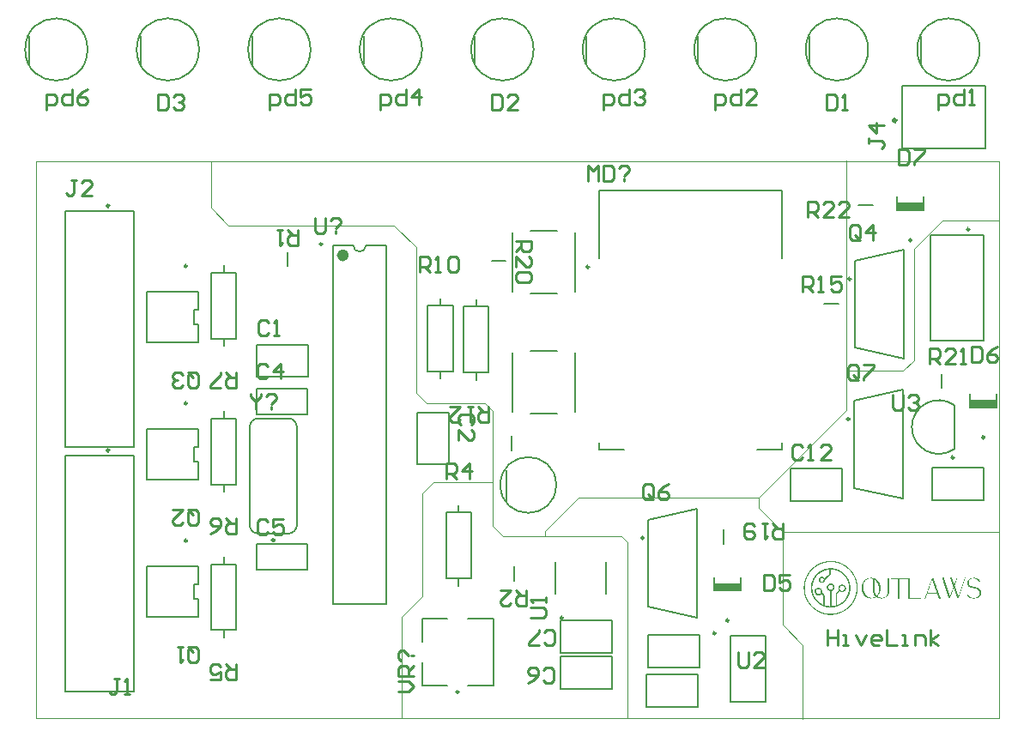
<source format=gto>
G04*
G04 #@! TF.GenerationSoftware,Altium Limited,Altium Designer,24.2.2 (26)*
G04*
G04 Layer_Color=65535*
%FSLAX44Y44*%
%MOMM*%
G71*
G04*
G04 #@! TF.SameCoordinates,EEC84D6A-0AE8-4C3C-B58C-44986A5593EB*
G04*
G04*
G04 #@! TF.FilePolarity,Positive*
G04*
G01*
G75*
%ADD10C,0.3000*%
%ADD11C,0.1500*%
%ADD12C,0.2500*%
%ADD13C,0.2000*%
%ADD14C,0.6000*%
%ADD15C,0.1000*%
%ADD16C,0.2540*%
%ADD17R,2.6000X0.7778*%
G36*
X1084361Y398496D02*
X1085299D01*
Y398392D01*
X1085820D01*
Y398288D01*
X1086237D01*
Y398184D01*
X1086654D01*
Y398079D01*
X1086967D01*
Y397975D01*
X1087176D01*
Y397871D01*
X1087488D01*
Y397767D01*
X1087697D01*
Y397663D01*
X1087905D01*
Y397558D01*
X1088113D01*
Y397454D01*
X1088322D01*
Y397350D01*
X1088426D01*
Y397246D01*
X1088635D01*
Y397141D01*
X1088739D01*
Y397037D01*
X1088947D01*
Y396933D01*
X1089052D01*
Y396829D01*
X1089156D01*
Y396724D01*
X1089364D01*
Y396620D01*
X1089468D01*
Y396516D01*
X1089573D01*
Y396412D01*
X1089677D01*
Y396307D01*
X1089781D01*
Y396203D01*
X1089885D01*
Y396099D01*
X1089990D01*
Y395995D01*
X1090094D01*
Y395891D01*
X1090198D01*
Y395786D01*
X1090302D01*
Y395682D01*
X1090406D01*
Y395578D01*
X1090511D01*
Y395474D01*
X1090615D01*
Y395369D01*
X1090719D01*
Y395265D01*
X1090823D01*
Y395057D01*
X1090928D01*
Y394953D01*
X1091032D01*
Y394848D01*
X1091136D01*
Y394640D01*
X1091240D01*
Y394536D01*
X1091345D01*
Y394327D01*
X1091449D01*
Y394119D01*
X1091553D01*
Y394015D01*
X1091657D01*
Y393806D01*
X1091761D01*
Y393598D01*
X1091866D01*
Y393389D01*
X1091970D01*
Y393077D01*
X1092074D01*
Y392868D01*
X1092178D01*
Y392555D01*
X1092282D01*
Y392243D01*
X1092387D01*
Y391930D01*
X1092491D01*
Y391617D01*
X1092595D01*
Y391200D01*
X1092699D01*
Y390679D01*
X1092804D01*
Y389950D01*
X1092908D01*
Y386927D01*
X1092804D01*
Y386093D01*
X1092699D01*
Y385676D01*
X1092595D01*
Y385155D01*
X1092491D01*
Y384843D01*
X1092387D01*
Y384530D01*
X1092282D01*
Y384217D01*
X1092178D01*
Y383905D01*
X1092074D01*
Y383696D01*
X1091970D01*
Y383488D01*
X1091866D01*
Y383175D01*
X1091761D01*
Y382967D01*
X1091657D01*
Y382758D01*
X1091553D01*
Y382654D01*
X1091449D01*
Y382445D01*
X1091345D01*
Y382341D01*
X1091240D01*
Y382133D01*
X1091136D01*
Y381924D01*
X1091032D01*
Y381820D01*
X1090928D01*
Y381716D01*
X1090823D01*
Y381507D01*
X1090719D01*
Y381403D01*
X1090615D01*
Y381299D01*
X1090511D01*
Y381091D01*
X1090406D01*
Y380986D01*
X1090302D01*
Y380882D01*
X1090198D01*
Y380778D01*
X1090094D01*
Y380674D01*
X1089990D01*
Y380569D01*
X1089885D01*
Y380361D01*
X1090094D01*
Y380257D01*
X1090198D01*
Y380153D01*
X1090302D01*
Y380048D01*
X1090511D01*
Y379944D01*
X1090719D01*
Y379840D01*
X1090928D01*
Y379736D01*
X1091136D01*
Y379631D01*
X1091345D01*
Y379527D01*
X1091553D01*
Y379423D01*
X1091866D01*
Y379319D01*
X1092178D01*
Y379215D01*
X1092491D01*
Y379110D01*
X1092908D01*
Y379006D01*
X1093637D01*
Y378902D01*
X1095201D01*
Y379006D01*
X1095826D01*
Y379110D01*
X1096243D01*
Y379215D01*
X1096556D01*
Y379319D01*
X1096868D01*
Y379423D01*
X1097077D01*
Y379527D01*
X1097285D01*
Y379631D01*
X1097494D01*
Y379736D01*
X1097598D01*
Y379840D01*
X1097806D01*
Y379944D01*
X1097911D01*
Y380048D01*
X1098015D01*
Y380153D01*
X1098223D01*
Y380257D01*
X1098328D01*
Y380361D01*
X1098432D01*
Y380465D01*
X1098536D01*
Y380569D01*
X1098640D01*
Y380674D01*
X1098745D01*
Y380882D01*
X1098849D01*
Y380986D01*
X1098953D01*
Y381091D01*
X1099057D01*
Y381299D01*
X1099161D01*
Y381403D01*
X1099266D01*
Y381612D01*
X1099370D01*
Y381820D01*
X1099474D01*
Y382029D01*
X1099578D01*
Y382237D01*
X1099683D01*
Y382445D01*
X1099787D01*
Y382758D01*
X1099891D01*
Y383071D01*
X1099995D01*
Y383488D01*
X1100099D01*
Y384113D01*
X1100204D01*
Y384843D01*
X1100308D01*
Y398392D01*
X1101767D01*
Y385676D01*
X1101663D01*
Y384739D01*
X1101559D01*
Y384217D01*
X1101454D01*
Y383696D01*
X1101350D01*
Y383383D01*
X1101246D01*
Y383071D01*
X1101142D01*
Y382758D01*
X1101038D01*
Y382550D01*
X1100933D01*
Y382341D01*
X1100829D01*
Y382029D01*
X1100725D01*
Y381924D01*
X1100621D01*
Y381716D01*
X1100516D01*
Y381507D01*
X1100412D01*
Y381403D01*
X1100308D01*
Y381195D01*
X1100204D01*
Y381091D01*
X1100099D01*
Y380986D01*
X1099995D01*
Y380882D01*
X1099891D01*
Y380778D01*
X1099787D01*
Y380674D01*
X1099683D01*
Y380569D01*
X1099578D01*
Y380465D01*
X1099474D01*
Y380257D01*
X1099370D01*
Y380153D01*
X1099161D01*
Y380048D01*
X1099057D01*
Y379944D01*
X1098953D01*
Y379840D01*
X1098849D01*
Y379736D01*
X1098745D01*
Y379631D01*
X1098536D01*
Y379527D01*
X1098328D01*
Y379423D01*
X1098223D01*
Y379319D01*
X1098015D01*
Y379215D01*
X1097806D01*
Y379110D01*
X1097598D01*
Y379006D01*
X1097390D01*
Y378902D01*
X1097181D01*
Y378798D01*
X1096868D01*
Y378693D01*
X1096660D01*
Y378589D01*
X1096243D01*
Y378485D01*
X1095826D01*
Y378381D01*
X1095305D01*
Y378276D01*
X1094471D01*
Y378172D01*
X1092804D01*
Y378276D01*
X1091866D01*
Y378381D01*
X1091345D01*
Y378485D01*
X1090928D01*
Y378589D01*
X1090615D01*
Y378693D01*
X1090302D01*
Y378798D01*
X1090094D01*
Y378902D01*
X1089885D01*
Y379006D01*
X1089677D01*
Y379110D01*
X1089468D01*
Y379215D01*
X1089260D01*
Y379319D01*
X1089052D01*
Y379423D01*
X1088947D01*
Y379527D01*
X1088739D01*
Y379631D01*
X1088635D01*
Y379527D01*
X1088426D01*
Y379423D01*
X1088218D01*
Y379319D01*
X1088009D01*
Y379215D01*
X1087801D01*
Y379110D01*
X1087697D01*
Y379006D01*
X1087384D01*
Y378902D01*
X1087176D01*
Y378798D01*
X1086863D01*
Y378693D01*
X1086550D01*
Y378589D01*
X1086237D01*
Y378485D01*
X1085716D01*
Y378381D01*
X1085195D01*
Y378276D01*
X1084153D01*
Y378172D01*
X1083006D01*
Y378276D01*
X1082068D01*
Y378381D01*
X1081443D01*
Y378485D01*
X1081026D01*
Y378589D01*
X1080714D01*
Y378693D01*
X1080401D01*
Y378798D01*
X1080192D01*
Y378902D01*
X1079880D01*
Y379006D01*
X1079671D01*
Y379110D01*
X1079463D01*
Y379215D01*
X1079254D01*
Y379319D01*
X1079046D01*
Y379423D01*
X1078837D01*
Y379527D01*
X1078733D01*
Y379631D01*
X1078525D01*
Y379736D01*
X1078420D01*
Y379840D01*
X1078212D01*
Y379944D01*
X1078108D01*
Y380048D01*
X1078004D01*
Y380153D01*
X1077899D01*
Y380257D01*
X1077795D01*
Y380361D01*
X1077587D01*
Y380465D01*
X1077483D01*
Y380569D01*
X1077378D01*
Y380674D01*
X1077274D01*
Y380778D01*
X1077170D01*
Y380882D01*
X1077066D01*
Y380986D01*
X1076961D01*
Y381091D01*
X1076857D01*
Y381299D01*
X1076753D01*
Y381403D01*
X1076649D01*
Y381507D01*
X1076544D01*
Y381612D01*
X1076440D01*
Y381716D01*
X1076336D01*
Y381924D01*
X1076232D01*
Y382029D01*
X1076127D01*
Y382237D01*
X1076023D01*
Y382341D01*
X1075919D01*
Y382550D01*
X1075815D01*
Y382758D01*
X1075711D01*
Y382967D01*
X1075606D01*
Y383175D01*
X1075502D01*
Y383279D01*
X1075398D01*
Y383592D01*
X1075294D01*
Y383800D01*
X1075190D01*
Y384113D01*
X1075085D01*
Y384322D01*
X1074981D01*
Y384634D01*
X1074877D01*
Y384947D01*
X1074773D01*
Y385364D01*
X1074668D01*
Y385885D01*
X1074564D01*
Y386406D01*
X1074460D01*
Y387240D01*
X1074356D01*
Y389533D01*
X1074460D01*
Y390367D01*
X1074564D01*
Y390992D01*
X1074668D01*
Y391513D01*
X1074773D01*
Y391826D01*
X1074877D01*
Y392138D01*
X1074981D01*
Y392451D01*
X1075085D01*
Y392764D01*
X1075190D01*
Y392972D01*
X1075294D01*
Y393285D01*
X1075398D01*
Y393493D01*
X1075502D01*
Y393702D01*
X1075606D01*
Y393910D01*
X1075711D01*
Y394015D01*
X1075815D01*
Y394223D01*
X1075919D01*
Y394431D01*
X1076023D01*
Y394536D01*
X1076127D01*
Y394744D01*
X1076232D01*
Y394848D01*
X1076336D01*
Y395057D01*
X1076440D01*
Y395161D01*
X1076544D01*
Y395265D01*
X1076649D01*
Y395369D01*
X1076753D01*
Y395578D01*
X1076857D01*
Y395682D01*
X1076961D01*
Y395786D01*
X1077066D01*
Y395891D01*
X1077170D01*
Y395995D01*
X1077274D01*
Y396099D01*
X1077378D01*
Y396203D01*
X1077483D01*
Y396307D01*
X1077587D01*
Y396412D01*
X1077795D01*
Y396516D01*
X1077899D01*
Y396620D01*
X1078004D01*
Y396724D01*
X1078108D01*
Y396829D01*
X1078212D01*
Y396933D01*
X1078420D01*
Y397037D01*
X1078525D01*
Y397141D01*
X1078733D01*
Y397246D01*
X1078837D01*
Y397350D01*
X1079046D01*
Y397454D01*
X1079254D01*
Y397558D01*
X1079463D01*
Y397663D01*
X1079671D01*
Y397767D01*
X1079880D01*
Y397871D01*
X1080192D01*
Y397975D01*
X1080401D01*
Y398079D01*
X1080714D01*
Y398184D01*
X1081026D01*
Y398288D01*
X1081443D01*
Y398392D01*
X1082068D01*
Y398496D01*
X1083006D01*
Y398601D01*
X1084361D01*
Y398496D01*
D02*
G37*
G36*
X1045485Y415068D02*
X1046736D01*
Y414964D01*
X1047570D01*
Y414860D01*
X1048195D01*
Y414756D01*
X1048820D01*
Y414651D01*
X1049342D01*
Y414547D01*
X1049758D01*
Y414443D01*
X1050280D01*
Y414339D01*
X1050592D01*
Y414234D01*
X1051009D01*
Y414130D01*
X1051426D01*
Y414026D01*
X1051739D01*
Y413922D01*
X1052051D01*
Y413817D01*
X1052364D01*
Y413713D01*
X1052677D01*
Y413609D01*
X1052989D01*
Y413505D01*
X1053198D01*
Y413400D01*
X1053511D01*
Y413296D01*
X1053719D01*
Y413192D01*
X1054032D01*
Y413088D01*
X1054240D01*
Y412984D01*
X1054553D01*
Y412879D01*
X1054761D01*
Y412775D01*
X1054970D01*
Y412671D01*
X1055178D01*
Y412567D01*
X1055387D01*
Y412463D01*
X1055595D01*
Y412358D01*
X1055804D01*
Y412254D01*
X1056012D01*
Y412150D01*
X1056220D01*
Y412046D01*
X1056429D01*
Y411941D01*
X1056637D01*
Y411837D01*
X1056846D01*
Y411733D01*
X1056950D01*
Y411629D01*
X1057158D01*
Y411525D01*
X1057367D01*
Y411420D01*
X1057575D01*
Y411316D01*
X1057680D01*
Y411212D01*
X1057888D01*
Y411108D01*
X1057992D01*
Y411003D01*
X1058201D01*
Y410899D01*
X1058305D01*
Y410795D01*
X1058513D01*
Y410691D01*
X1058618D01*
Y410587D01*
X1058826D01*
Y410482D01*
X1058930D01*
Y410378D01*
X1059139D01*
Y410274D01*
X1059243D01*
Y410169D01*
X1059451D01*
Y410065D01*
X1059556D01*
Y409961D01*
X1059660D01*
Y409857D01*
X1059868D01*
Y409753D01*
X1059973D01*
Y409648D01*
X1060077D01*
Y409544D01*
X1060285D01*
Y409440D01*
X1060389D01*
Y409336D01*
X1060494D01*
Y409231D01*
X1060598D01*
Y409127D01*
X1060806D01*
Y409023D01*
X1060911D01*
Y408919D01*
X1061015D01*
Y408815D01*
X1061119D01*
Y408710D01*
X1061223D01*
Y408606D01*
X1061328D01*
Y408502D01*
X1061432D01*
Y408398D01*
X1061640D01*
Y408293D01*
X1061744D01*
Y408189D01*
X1061849D01*
Y408085D01*
X1061953D01*
Y407981D01*
X1062057D01*
Y407877D01*
X1062161D01*
Y407772D01*
X1062265D01*
Y407668D01*
X1062370D01*
Y407564D01*
X1062474D01*
Y407460D01*
X1062578D01*
Y407355D01*
X1062682D01*
Y407251D01*
X1062787D01*
Y407147D01*
X1062891D01*
Y407043D01*
X1062995D01*
Y406939D01*
X1063099D01*
Y406834D01*
X1063204D01*
Y406730D01*
X1063308D01*
Y406626D01*
X1063412D01*
Y406522D01*
X1063516D01*
Y406417D01*
X1063621D01*
Y406313D01*
X1063725D01*
Y406105D01*
X1063829D01*
Y406001D01*
X1063933D01*
Y405896D01*
X1064037D01*
Y405792D01*
X1064142D01*
Y405688D01*
X1064246D01*
Y405584D01*
X1064350D01*
Y405375D01*
X1064454D01*
Y405271D01*
X1064558D01*
Y405167D01*
X1064663D01*
Y405062D01*
X1064767D01*
Y404854D01*
X1064871D01*
Y404750D01*
X1064975D01*
Y404646D01*
X1065080D01*
Y404437D01*
X1065184D01*
Y404333D01*
X1065288D01*
Y404229D01*
X1065392D01*
Y404020D01*
X1065497D01*
Y403916D01*
X1065601D01*
Y403708D01*
X1065705D01*
Y403603D01*
X1065809D01*
Y403395D01*
X1065913D01*
Y403291D01*
X1066018D01*
Y403082D01*
X1066122D01*
Y402978D01*
X1066226D01*
Y402770D01*
X1066330D01*
Y402665D01*
X1066434D01*
Y402457D01*
X1066539D01*
Y402353D01*
X1066643D01*
Y402144D01*
X1066747D01*
Y401936D01*
X1066851D01*
Y401727D01*
X1066956D01*
Y401623D01*
X1067060D01*
Y401415D01*
X1067164D01*
Y401206D01*
X1067268D01*
Y400998D01*
X1067373D01*
Y400789D01*
X1067477D01*
Y400581D01*
X1067581D01*
Y400372D01*
X1067685D01*
Y400164D01*
X1067790D01*
Y399955D01*
X1067894D01*
Y399747D01*
X1067998D01*
Y399538D01*
X1068102D01*
Y399330D01*
X1068206D01*
Y399017D01*
X1068311D01*
Y398809D01*
X1068415D01*
Y398496D01*
X1068519D01*
Y398288D01*
X1068623D01*
Y397975D01*
X1068727D01*
Y397767D01*
X1068832D01*
Y397454D01*
X1068936D01*
Y397141D01*
X1069040D01*
Y396829D01*
X1069144D01*
Y396516D01*
X1069249D01*
Y396203D01*
X1069353D01*
Y395786D01*
X1069457D01*
Y395369D01*
X1069561D01*
Y395057D01*
X1069666D01*
Y394536D01*
X1069770D01*
Y394119D01*
X1069874D01*
Y393598D01*
X1069978D01*
Y392972D01*
X1070082D01*
Y392347D01*
X1070187D01*
Y391513D01*
X1070291D01*
Y390262D01*
X1070395D01*
Y386927D01*
X1070291D01*
Y385676D01*
X1070187D01*
Y384843D01*
X1070082D01*
Y384217D01*
X1069978D01*
Y383592D01*
X1069874D01*
Y383071D01*
X1069770D01*
Y382654D01*
X1069666D01*
Y382133D01*
X1069561D01*
Y381820D01*
X1069457D01*
Y381403D01*
X1069353D01*
Y380986D01*
X1069249D01*
Y380674D01*
X1069144D01*
Y380361D01*
X1069040D01*
Y380048D01*
X1068936D01*
Y379736D01*
X1068832D01*
Y379423D01*
X1068727D01*
Y379215D01*
X1068623D01*
Y378902D01*
X1068519D01*
Y378693D01*
X1068415D01*
Y378381D01*
X1068311D01*
Y378172D01*
X1068206D01*
Y377860D01*
X1068102D01*
Y377651D01*
X1067998D01*
Y377443D01*
X1067894D01*
Y377234D01*
X1067790D01*
Y377026D01*
X1067685D01*
Y376817D01*
X1067581D01*
Y376609D01*
X1067477D01*
Y376400D01*
X1067373D01*
Y376192D01*
X1067268D01*
Y375984D01*
X1067164D01*
Y375775D01*
X1067060D01*
Y375567D01*
X1066956D01*
Y375462D01*
X1066851D01*
Y375254D01*
X1066747D01*
Y375046D01*
X1066643D01*
Y374837D01*
X1066539D01*
Y374733D01*
X1066434D01*
Y374524D01*
X1066330D01*
Y374420D01*
X1066226D01*
Y374212D01*
X1066122D01*
Y374107D01*
X1066018D01*
Y373899D01*
X1065913D01*
Y373795D01*
X1065809D01*
Y373586D01*
X1065705D01*
Y373482D01*
X1065601D01*
Y373274D01*
X1065497D01*
Y373169D01*
X1065392D01*
Y372961D01*
X1065288D01*
Y372857D01*
X1065184D01*
Y372752D01*
X1065080D01*
Y372544D01*
X1064975D01*
Y372440D01*
X1064871D01*
Y372336D01*
X1064767D01*
Y372127D01*
X1064663D01*
Y372023D01*
X1064558D01*
Y371919D01*
X1064454D01*
Y371814D01*
X1064350D01*
Y371606D01*
X1064246D01*
Y371502D01*
X1064142D01*
Y371398D01*
X1064037D01*
Y371293D01*
X1063933D01*
Y371189D01*
X1063829D01*
Y371085D01*
X1063725D01*
Y370876D01*
X1063621D01*
Y370772D01*
X1063516D01*
Y370668D01*
X1063412D01*
Y370564D01*
X1063308D01*
Y370460D01*
X1063204D01*
Y370355D01*
X1063099D01*
Y370251D01*
X1062995D01*
Y370147D01*
X1062891D01*
Y370043D01*
X1062787D01*
Y369938D01*
X1062682D01*
Y369834D01*
X1062578D01*
Y369730D01*
X1062474D01*
Y369626D01*
X1062370D01*
Y369521D01*
X1062265D01*
Y369417D01*
X1062161D01*
Y369313D01*
X1062057D01*
Y369209D01*
X1061953D01*
Y369105D01*
X1061849D01*
Y369000D01*
X1061744D01*
Y368896D01*
X1061640D01*
Y368792D01*
X1061432D01*
Y368688D01*
X1061328D01*
Y368583D01*
X1061223D01*
Y368479D01*
X1061119D01*
Y368375D01*
X1061015D01*
Y368271D01*
X1060911D01*
Y368167D01*
X1060806D01*
Y368062D01*
X1060598D01*
Y367958D01*
X1060494D01*
Y367854D01*
X1060389D01*
Y367750D01*
X1060285D01*
Y367645D01*
X1060077D01*
Y367541D01*
X1059973D01*
Y367437D01*
X1059868D01*
Y367333D01*
X1059660D01*
Y367229D01*
X1059556D01*
Y367124D01*
X1059451D01*
Y367020D01*
X1059243D01*
Y366916D01*
X1059139D01*
Y366812D01*
X1058930D01*
Y366707D01*
X1058826D01*
Y366603D01*
X1058618D01*
Y366499D01*
X1058513D01*
Y366395D01*
X1058305D01*
Y366291D01*
X1058201D01*
Y366186D01*
X1057992D01*
Y366082D01*
X1057888D01*
Y365978D01*
X1057680D01*
Y365874D01*
X1057575D01*
Y365769D01*
X1057367D01*
Y365665D01*
X1057158D01*
Y365561D01*
X1056950D01*
Y365457D01*
X1056846D01*
Y365353D01*
X1056637D01*
Y365248D01*
X1056429D01*
Y365144D01*
X1056220D01*
Y365040D01*
X1056012D01*
Y364936D01*
X1055804D01*
Y364831D01*
X1055595D01*
Y364727D01*
X1055387D01*
Y364623D01*
X1055178D01*
Y364519D01*
X1054970D01*
Y364414D01*
X1054761D01*
Y364310D01*
X1054553D01*
Y364206D01*
X1054240D01*
Y364102D01*
X1054032D01*
Y363997D01*
X1053719D01*
Y363893D01*
X1053511D01*
Y363789D01*
X1053198D01*
Y363685D01*
X1052989D01*
Y363581D01*
X1052677D01*
Y363476D01*
X1052364D01*
Y363372D01*
X1052051D01*
Y363268D01*
X1051739D01*
Y363164D01*
X1051426D01*
Y363060D01*
X1051009D01*
Y362955D01*
X1050592D01*
Y362851D01*
X1050280D01*
Y362747D01*
X1049758D01*
Y362643D01*
X1049342D01*
Y362538D01*
X1048820D01*
Y362434D01*
X1048195D01*
Y362330D01*
X1047570D01*
Y362226D01*
X1046736D01*
Y362122D01*
X1045381D01*
Y362017D01*
X1042254D01*
Y362122D01*
X1040899D01*
Y362226D01*
X1040065D01*
Y362330D01*
X1039440D01*
Y362434D01*
X1038815D01*
Y362538D01*
X1038294D01*
Y362643D01*
X1037877D01*
Y362747D01*
X1037356D01*
Y362851D01*
X1037043D01*
Y362955D01*
X1036626D01*
Y363060D01*
X1036209D01*
Y363164D01*
X1035896D01*
Y363268D01*
X1035584D01*
Y363372D01*
X1035271D01*
Y363476D01*
X1034958D01*
Y363581D01*
X1034646D01*
Y363685D01*
X1034437D01*
Y363789D01*
X1034125D01*
Y363893D01*
X1033916D01*
Y363997D01*
X1033603D01*
Y364102D01*
X1033395D01*
Y364206D01*
X1033082D01*
Y364310D01*
X1032874D01*
Y364414D01*
X1032665D01*
Y364519D01*
X1032457D01*
Y364623D01*
X1032249D01*
Y364727D01*
X1032040D01*
Y364831D01*
X1031832D01*
Y364936D01*
X1031623D01*
Y365040D01*
X1031415D01*
Y365144D01*
X1031206D01*
Y365248D01*
X1030998D01*
Y365353D01*
X1030789D01*
Y365457D01*
X1030685D01*
Y365561D01*
X1030477D01*
Y365665D01*
X1030268D01*
Y365769D01*
X1030060D01*
Y365874D01*
X1029956D01*
Y365978D01*
X1029747D01*
Y366082D01*
X1029643D01*
Y366186D01*
X1029434D01*
Y366291D01*
X1029330D01*
Y366395D01*
X1029122D01*
Y366499D01*
X1029017D01*
Y366603D01*
X1028809D01*
Y366707D01*
X1028705D01*
Y366812D01*
X1028496D01*
Y366916D01*
X1028392D01*
Y367020D01*
X1028184D01*
Y367124D01*
X1028080D01*
Y367229D01*
X1027975D01*
Y367333D01*
X1027767D01*
Y367437D01*
X1027663D01*
Y367541D01*
X1027558D01*
Y367645D01*
X1027350D01*
Y367750D01*
X1027246D01*
Y367854D01*
X1027141D01*
Y367958D01*
X1027037D01*
Y368062D01*
X1026829D01*
Y368167D01*
X1026724D01*
Y368271D01*
X1026620D01*
Y368375D01*
X1026516D01*
Y368479D01*
X1026412D01*
Y368583D01*
X1026308D01*
Y368688D01*
X1026203D01*
Y368792D01*
X1025995D01*
Y368896D01*
X1025891D01*
Y369000D01*
X1025787D01*
Y369105D01*
X1025682D01*
Y369209D01*
X1025578D01*
Y369313D01*
X1025474D01*
Y369417D01*
X1025370D01*
Y369521D01*
X1025265D01*
Y369626D01*
X1025161D01*
Y369730D01*
X1025057D01*
Y369834D01*
X1024953D01*
Y369938D01*
X1024848D01*
Y370043D01*
X1024744D01*
Y370147D01*
X1024640D01*
Y370251D01*
X1024536D01*
Y370355D01*
X1024432D01*
Y370460D01*
X1024327D01*
Y370564D01*
X1024223D01*
Y370668D01*
X1024119D01*
Y370772D01*
X1024015D01*
Y370876D01*
X1023910D01*
Y371085D01*
X1023806D01*
Y371189D01*
X1023702D01*
Y371293D01*
X1023598D01*
Y371398D01*
X1023493D01*
Y371502D01*
X1023389D01*
Y371606D01*
X1023285D01*
Y371814D01*
X1023181D01*
Y371919D01*
X1023077D01*
Y372023D01*
X1022972D01*
Y372127D01*
X1022868D01*
Y372336D01*
X1022764D01*
Y372440D01*
X1022660D01*
Y372544D01*
X1022555D01*
Y372752D01*
X1022451D01*
Y372857D01*
X1022347D01*
Y372961D01*
X1022243D01*
Y373169D01*
X1022139D01*
Y373274D01*
X1022034D01*
Y373482D01*
X1021930D01*
Y373586D01*
X1021826D01*
Y373795D01*
X1021722D01*
Y373899D01*
X1021618D01*
Y374107D01*
X1021513D01*
Y374212D01*
X1021409D01*
Y374420D01*
X1021305D01*
Y374524D01*
X1021201D01*
Y374733D01*
X1021096D01*
Y374837D01*
X1020992D01*
Y375046D01*
X1020888D01*
Y375254D01*
X1020784D01*
Y375462D01*
X1020679D01*
Y375567D01*
X1020575D01*
Y375775D01*
X1020471D01*
Y375984D01*
X1020367D01*
Y376192D01*
X1020263D01*
Y376400D01*
X1020158D01*
Y376609D01*
X1020054D01*
Y376817D01*
X1019950D01*
Y377026D01*
X1019846D01*
Y377234D01*
X1019741D01*
Y377443D01*
X1019637D01*
Y377651D01*
X1019533D01*
Y377860D01*
X1019429D01*
Y378172D01*
X1019324D01*
Y378381D01*
X1019220D01*
Y378693D01*
X1019116D01*
Y378902D01*
X1019012D01*
Y379215D01*
X1018908D01*
Y379423D01*
X1018803D01*
Y379736D01*
X1018699D01*
Y380048D01*
X1018595D01*
Y380361D01*
X1018491D01*
Y380674D01*
X1018387D01*
Y380986D01*
X1018282D01*
Y381403D01*
X1018178D01*
Y381820D01*
X1018074D01*
Y382133D01*
X1017970D01*
Y382654D01*
X1017865D01*
Y383071D01*
X1017761D01*
Y383592D01*
X1017657D01*
Y384217D01*
X1017553D01*
Y384843D01*
X1017448D01*
Y384947D01*
Y385676D01*
X1017344D01*
Y386927D01*
X1017240D01*
Y390262D01*
X1017344D01*
Y391513D01*
X1017448D01*
Y392347D01*
X1017553D01*
Y392972D01*
X1017657D01*
Y393598D01*
X1017761D01*
Y394119D01*
X1017865D01*
Y394536D01*
X1017970D01*
Y395057D01*
X1018074D01*
Y395369D01*
X1018178D01*
Y395786D01*
X1018282D01*
Y396203D01*
X1018387D01*
Y396516D01*
X1018491D01*
Y396829D01*
X1018595D01*
Y397141D01*
X1018699D01*
Y397454D01*
X1018803D01*
Y397767D01*
X1018908D01*
Y397975D01*
X1019012D01*
Y398288D01*
X1019116D01*
Y398496D01*
X1019220D01*
Y398809D01*
X1019324D01*
Y399017D01*
X1019429D01*
Y399330D01*
X1019533D01*
Y399538D01*
X1019637D01*
Y399747D01*
X1019741D01*
Y399955D01*
X1019846D01*
Y400164D01*
X1019950D01*
Y400372D01*
X1020054D01*
Y400581D01*
X1020158D01*
Y400789D01*
X1020263D01*
Y400998D01*
X1020367D01*
Y401206D01*
X1020471D01*
Y401415D01*
X1020575D01*
Y401623D01*
X1020679D01*
Y401727D01*
X1020784D01*
Y401936D01*
X1020888D01*
Y402144D01*
X1020992D01*
Y402353D01*
X1021096D01*
Y402457D01*
X1021201D01*
Y402665D01*
X1021305D01*
Y402770D01*
X1021409D01*
Y402978D01*
X1021513D01*
Y403082D01*
X1021618D01*
Y403291D01*
X1021722D01*
Y403395D01*
X1021826D01*
Y403603D01*
X1021930D01*
Y403708D01*
X1022034D01*
Y403916D01*
X1022139D01*
Y404020D01*
X1022243D01*
Y404229D01*
X1022347D01*
Y404333D01*
X1022451D01*
Y404437D01*
X1022555D01*
Y404646D01*
X1022660D01*
Y404750D01*
X1022764D01*
Y404854D01*
X1022868D01*
Y405062D01*
X1022972D01*
Y405167D01*
X1023077D01*
Y405271D01*
X1023181D01*
Y405375D01*
X1023285D01*
Y405584D01*
X1023389D01*
Y405688D01*
X1023493D01*
Y405792D01*
X1023598D01*
Y405896D01*
X1023702D01*
Y406001D01*
X1023806D01*
Y406105D01*
X1023910D01*
Y406313D01*
X1024015D01*
Y406417D01*
X1024119D01*
Y406522D01*
X1024223D01*
Y406626D01*
X1024327D01*
Y406730D01*
X1024432D01*
Y406834D01*
X1024536D01*
Y406939D01*
X1024640D01*
Y407043D01*
X1024744D01*
Y407147D01*
X1024848D01*
Y407251D01*
X1024953D01*
Y407355D01*
X1025057D01*
Y407460D01*
X1025161D01*
Y407564D01*
X1025265D01*
Y407668D01*
X1025370D01*
Y407772D01*
X1025474D01*
Y407877D01*
X1025578D01*
Y407981D01*
X1025682D01*
Y408085D01*
X1025787D01*
Y408189D01*
X1025891D01*
Y408293D01*
X1025995D01*
Y408398D01*
X1026203D01*
Y408502D01*
X1026308D01*
Y408606D01*
X1026412D01*
Y408710D01*
X1026516D01*
Y408815D01*
X1026620D01*
Y408919D01*
X1026724D01*
Y409023D01*
X1026829D01*
Y409127D01*
X1027037D01*
Y409231D01*
X1027141D01*
Y409336D01*
X1027246D01*
Y409440D01*
X1027350D01*
Y409544D01*
X1027558D01*
Y409648D01*
X1027663D01*
Y409753D01*
X1027767D01*
Y409857D01*
X1027975D01*
Y409961D01*
X1028080D01*
Y410065D01*
X1028184D01*
Y410169D01*
X1028392D01*
Y410274D01*
X1028496D01*
Y410378D01*
X1028705D01*
Y410482D01*
X1028809D01*
Y410587D01*
X1029017D01*
Y410691D01*
X1029122D01*
Y410795D01*
X1029330D01*
Y410899D01*
X1029434D01*
Y411003D01*
X1029643D01*
Y411108D01*
X1029747D01*
Y411212D01*
X1029956D01*
Y411316D01*
X1030060D01*
Y411420D01*
X1030268D01*
Y411525D01*
X1030477D01*
Y411629D01*
X1030685D01*
Y411733D01*
X1030789D01*
Y411837D01*
X1030998D01*
Y411941D01*
X1031206D01*
Y412046D01*
X1031415D01*
Y412150D01*
X1031623D01*
Y412254D01*
X1031832D01*
Y412358D01*
X1032040D01*
Y412463D01*
X1032249D01*
Y412567D01*
X1032457D01*
Y412671D01*
X1032665D01*
Y412775D01*
X1032874D01*
Y412879D01*
X1033082D01*
Y412984D01*
X1033395D01*
Y413088D01*
X1033603D01*
Y413192D01*
X1033916D01*
Y413296D01*
X1034125D01*
Y413400D01*
X1034437D01*
Y413505D01*
X1034646D01*
Y413609D01*
X1034958D01*
Y413713D01*
X1035271D01*
Y413817D01*
X1035584D01*
Y413922D01*
X1035896D01*
Y414026D01*
X1036209D01*
Y414130D01*
X1036626D01*
Y414234D01*
X1037043D01*
Y414339D01*
X1037356D01*
Y414443D01*
X1037877D01*
Y414547D01*
X1038294D01*
Y414651D01*
X1038815D01*
Y414756D01*
X1039440D01*
Y414860D01*
X1040065D01*
Y414964D01*
X1040899D01*
Y415068D01*
X1042150D01*
Y415172D01*
X1045485D01*
Y415068D01*
D02*
G37*
G36*
X1131471Y378589D02*
X1133243D01*
Y378068D01*
X1120007D01*
Y397350D01*
X1111668D01*
Y378068D01*
X1110001D01*
Y397350D01*
X1103226D01*
Y397975D01*
X1121674D01*
Y378589D01*
X1131367D01*
X1131471D01*
D02*
G37*
G36*
X1145229Y397663D02*
X1145333D01*
Y397350D01*
X1145438D01*
Y397141D01*
X1145542D01*
Y396829D01*
X1145646D01*
Y396516D01*
X1145750D01*
Y396203D01*
X1145855D01*
Y395891D01*
X1145959D01*
Y395682D01*
X1146063D01*
Y395369D01*
X1146167D01*
Y395057D01*
X1146271D01*
Y394744D01*
X1146376D01*
Y394431D01*
X1146480D01*
Y394223D01*
X1146584D01*
Y393910D01*
X1146688D01*
Y393598D01*
X1146793D01*
Y393285D01*
X1146897D01*
Y392972D01*
X1147001D01*
Y392764D01*
X1147105D01*
Y392451D01*
X1147209D01*
Y392138D01*
X1147314D01*
Y391826D01*
X1147418D01*
Y391617D01*
X1147522D01*
Y391305D01*
X1147626D01*
Y390992D01*
X1147731D01*
Y390679D01*
X1147835D01*
Y390367D01*
X1147939D01*
Y390158D01*
X1148043D01*
Y389846D01*
X1148148D01*
Y389533D01*
X1148252D01*
Y389220D01*
X1148356D01*
Y388908D01*
X1148460D01*
Y388699D01*
X1148564D01*
Y388386D01*
X1148669D01*
Y388074D01*
X1148773D01*
Y387761D01*
X1148877D01*
Y387553D01*
X1148981D01*
Y387240D01*
X1149086D01*
Y386927D01*
X1149190D01*
Y386614D01*
X1149294D01*
Y386302D01*
X1149398D01*
Y386093D01*
X1149502D01*
Y385781D01*
X1149607D01*
Y385468D01*
X1149711D01*
Y385155D01*
X1149815D01*
Y384843D01*
X1149919D01*
Y384634D01*
X1150024D01*
Y384322D01*
X1150128D01*
Y384009D01*
X1150232D01*
Y383696D01*
X1150336D01*
Y383383D01*
X1150441D01*
Y383175D01*
X1150545D01*
Y382862D01*
X1150649D01*
Y382550D01*
X1150753D01*
Y382237D01*
X1150857D01*
Y382029D01*
X1150962D01*
Y381716D01*
X1151066D01*
Y381403D01*
X1151170D01*
Y381091D01*
X1151274D01*
Y380778D01*
X1151378D01*
Y380569D01*
X1151483D01*
Y380257D01*
X1151587D01*
Y379944D01*
X1151691D01*
Y379631D01*
X1151795D01*
Y379319D01*
X1151900D01*
Y379110D01*
X1152004D01*
Y378798D01*
X1152108D01*
Y378485D01*
X1152212D01*
Y378172D01*
X1152317D01*
Y378068D01*
X1150545D01*
Y378172D01*
X1150441D01*
Y378485D01*
X1150336D01*
Y378798D01*
X1150232D01*
Y379110D01*
X1150128D01*
Y379423D01*
X1150024D01*
Y379631D01*
X1149919D01*
Y379944D01*
X1149815D01*
Y380257D01*
X1149711D01*
Y380569D01*
X1149607D01*
Y380778D01*
X1149502D01*
Y381091D01*
X1149398D01*
Y381403D01*
X1149294D01*
Y381716D01*
X1149190D01*
Y382029D01*
X1149086D01*
Y382237D01*
X1148981D01*
Y382550D01*
X1148877D01*
Y382862D01*
X1148773D01*
Y383175D01*
X1139080D01*
Y383071D01*
X1138976D01*
Y382758D01*
X1138871D01*
Y382445D01*
X1138767D01*
Y382133D01*
X1138663D01*
Y381820D01*
X1138559D01*
Y381612D01*
X1138455D01*
Y381299D01*
X1138350D01*
Y380986D01*
X1138246D01*
Y380674D01*
X1138142D01*
Y380361D01*
X1138038D01*
Y380048D01*
X1137933D01*
Y379840D01*
X1137829D01*
Y379527D01*
X1137725D01*
Y379215D01*
X1137621D01*
Y378902D01*
X1137516D01*
Y378589D01*
X1137412D01*
Y378276D01*
X1137308D01*
Y378068D01*
X1136579D01*
Y378172D01*
X1136683D01*
Y378485D01*
X1136787D01*
Y378798D01*
X1136891D01*
Y379110D01*
X1136995D01*
Y379423D01*
X1137100D01*
Y379631D01*
X1137204D01*
Y379944D01*
X1137308D01*
Y380257D01*
X1137412D01*
Y380569D01*
X1137516D01*
Y380882D01*
X1137621D01*
Y381091D01*
X1137725D01*
Y381403D01*
X1137829D01*
Y381716D01*
X1137933D01*
Y382029D01*
X1138038D01*
Y382341D01*
X1138142D01*
Y382550D01*
X1138246D01*
Y382862D01*
X1138350D01*
Y383175D01*
X1138455D01*
Y383488D01*
X1138559D01*
Y383800D01*
X1138663D01*
Y384009D01*
X1138767D01*
Y384322D01*
X1138871D01*
Y384634D01*
X1138976D01*
Y384947D01*
X1139080D01*
Y385260D01*
X1139184D01*
Y385572D01*
X1139288D01*
Y385781D01*
X1139393D01*
Y386093D01*
X1139497D01*
Y386406D01*
X1139601D01*
Y386719D01*
X1139705D01*
Y387031D01*
X1139809D01*
Y387240D01*
X1139914D01*
Y387553D01*
X1140018D01*
Y387865D01*
X1140122D01*
Y388178D01*
X1140226D01*
Y388491D01*
X1140331D01*
Y388699D01*
X1140435D01*
Y389012D01*
X1140539D01*
Y389324D01*
X1140643D01*
Y389637D01*
X1140748D01*
Y389950D01*
X1140852D01*
Y390158D01*
X1140956D01*
Y390471D01*
X1141060D01*
Y390784D01*
X1141164D01*
Y391096D01*
X1141269D01*
Y391409D01*
X1141373D01*
Y391722D01*
X1141477D01*
Y391930D01*
X1141581D01*
Y392243D01*
X1141685D01*
Y392555D01*
X1141790D01*
Y392868D01*
X1141894D01*
Y393181D01*
X1141998D01*
Y393389D01*
X1142102D01*
Y393702D01*
X1142207D01*
Y394015D01*
X1142311D01*
Y394327D01*
X1142415D01*
Y394640D01*
X1142519D01*
Y394848D01*
X1142624D01*
Y395161D01*
X1142728D01*
Y395474D01*
X1142832D01*
Y395786D01*
X1142936D01*
Y396099D01*
X1143040D01*
Y396307D01*
X1143145D01*
Y396620D01*
X1143249D01*
Y396933D01*
X1143353D01*
Y397246D01*
X1143457D01*
Y397558D01*
X1143562D01*
Y397871D01*
X1143666D01*
Y397975D01*
X1145229D01*
Y397663D01*
D02*
G37*
G36*
X1162635Y381195D02*
X1162531D01*
Y380882D01*
X1162427D01*
Y380569D01*
X1162322D01*
Y380257D01*
X1162218D01*
Y379944D01*
X1162114D01*
Y379631D01*
X1162010D01*
Y379423D01*
X1161905D01*
Y379110D01*
X1161801D01*
Y378798D01*
X1161697D01*
Y378693D01*
X1160238D01*
Y378902D01*
X1160134D01*
Y379215D01*
X1160029D01*
Y379527D01*
X1159925D01*
Y379840D01*
X1159821D01*
Y380153D01*
X1159717D01*
Y380465D01*
X1159612D01*
Y380778D01*
X1159508D01*
Y381091D01*
X1159404D01*
Y381403D01*
X1159300D01*
Y381716D01*
X1159195D01*
Y382029D01*
X1159091D01*
Y382341D01*
X1158987D01*
Y382654D01*
X1158883D01*
Y382967D01*
X1158779D01*
Y383279D01*
X1158674D01*
Y383592D01*
X1158570D01*
Y383905D01*
X1158466D01*
Y384217D01*
X1158362D01*
Y384530D01*
X1158257D01*
Y384843D01*
X1158153D01*
Y385155D01*
X1158049D01*
Y385468D01*
X1157945D01*
Y385781D01*
X1157840D01*
Y386093D01*
X1157736D01*
Y386406D01*
X1157632D01*
Y386823D01*
X1157528D01*
Y387136D01*
X1157424D01*
Y387448D01*
X1157319D01*
Y387761D01*
X1157215D01*
Y388074D01*
X1157111D01*
Y388386D01*
X1157007D01*
Y388699D01*
X1156902D01*
Y389012D01*
X1156798D01*
Y389324D01*
X1156694D01*
Y389637D01*
X1156590D01*
Y389950D01*
X1156486D01*
Y390262D01*
X1156381D01*
Y390575D01*
X1156277D01*
Y390888D01*
X1156173D01*
Y391200D01*
X1156069D01*
Y391513D01*
X1155964D01*
Y391826D01*
X1155860D01*
Y392138D01*
X1155756D01*
Y392451D01*
X1155652D01*
Y392764D01*
X1155547D01*
Y393077D01*
X1155443D01*
Y393389D01*
X1155339D01*
Y393702D01*
X1155235D01*
Y394015D01*
X1155131D01*
Y394327D01*
X1155026D01*
Y394640D01*
X1154922D01*
Y394953D01*
X1154818D01*
Y395265D01*
X1154714D01*
Y395578D01*
X1154610D01*
Y395891D01*
X1154505D01*
Y396203D01*
X1154401D01*
Y396620D01*
X1154297D01*
Y396933D01*
X1154193D01*
Y397246D01*
X1154088D01*
Y397558D01*
X1153984D01*
Y397871D01*
X1153880D01*
Y398184D01*
X1153776D01*
Y398496D01*
X1153671D01*
Y398601D01*
X1155443D01*
Y398392D01*
X1155547D01*
Y398079D01*
X1155652D01*
Y397767D01*
X1155756D01*
Y397454D01*
X1155860D01*
Y397141D01*
X1155964D01*
Y396829D01*
X1156069D01*
Y396516D01*
X1156173D01*
Y396203D01*
X1156277D01*
Y395891D01*
X1156381D01*
Y395578D01*
X1156486D01*
Y395265D01*
X1156590D01*
Y394953D01*
X1156694D01*
Y394640D01*
X1156798D01*
Y394327D01*
X1156902D01*
Y394015D01*
X1157007D01*
Y393702D01*
X1157111D01*
Y393389D01*
X1157215D01*
Y393077D01*
X1157319D01*
Y392764D01*
X1157424D01*
Y392451D01*
X1157528D01*
Y392138D01*
X1157632D01*
Y391826D01*
X1157736D01*
Y391513D01*
X1157840D01*
Y391200D01*
X1157945D01*
Y390888D01*
X1158049D01*
Y390575D01*
X1158153D01*
Y390262D01*
X1158257D01*
Y389950D01*
X1158362D01*
Y389637D01*
X1158466D01*
Y389324D01*
X1158570D01*
Y389012D01*
X1158674D01*
Y388699D01*
X1158779D01*
Y388386D01*
X1158883D01*
Y388074D01*
X1158987D01*
Y387761D01*
X1159091D01*
Y387344D01*
X1159195D01*
Y387031D01*
X1159300D01*
Y386719D01*
X1159404D01*
Y386406D01*
X1159508D01*
Y386093D01*
X1159612D01*
Y385781D01*
X1159717D01*
Y385468D01*
X1159821D01*
Y385155D01*
X1159925D01*
Y384843D01*
X1160029D01*
Y384530D01*
X1160134D01*
Y384217D01*
X1160238D01*
Y383905D01*
X1160342D01*
Y383592D01*
X1160446D01*
Y383279D01*
X1160550D01*
Y382967D01*
X1160655D01*
Y382654D01*
X1160759D01*
Y382341D01*
X1160863D01*
Y382029D01*
X1160967D01*
Y381716D01*
X1161071D01*
Y381403D01*
X1161176D01*
Y381091D01*
X1161280D01*
Y380778D01*
X1161384D01*
Y380465D01*
X1161488D01*
Y380257D01*
X1161593D01*
Y380569D01*
X1161697D01*
Y380882D01*
X1161801D01*
Y381195D01*
X1161905D01*
Y381507D01*
X1162010D01*
Y381716D01*
X1162114D01*
Y382029D01*
X1162218D01*
Y382341D01*
X1162322D01*
Y382654D01*
X1162427D01*
Y382862D01*
X1162531D01*
Y383175D01*
X1162635D01*
Y383488D01*
X1162739D01*
Y383800D01*
X1162843D01*
Y384009D01*
X1162948D01*
Y384322D01*
X1163052D01*
Y384634D01*
X1163156D01*
Y384947D01*
X1163260D01*
Y385155D01*
X1163364D01*
Y385468D01*
X1163469D01*
Y385781D01*
X1163573D01*
Y386093D01*
X1163677D01*
Y386406D01*
X1163781D01*
Y386614D01*
X1163886D01*
Y386927D01*
X1163990D01*
Y387240D01*
X1164094D01*
Y387553D01*
X1164198D01*
Y387761D01*
X1164303D01*
Y388074D01*
X1164407D01*
Y388386D01*
X1164511D01*
Y388699D01*
X1164615D01*
Y388908D01*
X1164719D01*
Y389220D01*
X1164824D01*
Y389741D01*
X1164719D01*
Y390054D01*
X1164615D01*
Y390262D01*
X1164511D01*
Y390575D01*
X1164407D01*
Y390888D01*
X1164303D01*
Y391200D01*
X1164198D01*
Y391513D01*
X1164094D01*
Y391722D01*
X1163990D01*
Y392034D01*
X1163886D01*
Y392347D01*
X1163781D01*
Y392660D01*
X1163677D01*
Y392972D01*
X1163573D01*
Y393181D01*
X1163469D01*
Y393493D01*
X1163364D01*
Y393806D01*
X1163260D01*
Y394119D01*
X1163156D01*
Y394431D01*
X1163052D01*
Y394640D01*
X1162948D01*
Y394953D01*
X1162843D01*
Y395265D01*
X1162739D01*
Y395578D01*
X1162635D01*
Y395891D01*
X1162531D01*
Y396099D01*
X1162427D01*
Y396412D01*
X1162322D01*
Y396724D01*
X1162218D01*
Y397037D01*
X1162114D01*
Y397350D01*
X1162010D01*
Y397558D01*
X1161905D01*
Y397871D01*
X1161801D01*
Y398184D01*
X1161697D01*
Y398496D01*
X1161593D01*
Y398601D01*
X1163364D01*
Y398392D01*
X1163469D01*
Y398184D01*
X1163573D01*
Y397871D01*
X1163677D01*
Y397558D01*
X1163781D01*
Y397246D01*
X1163886D01*
Y397037D01*
X1163990D01*
Y396724D01*
X1164094D01*
Y396412D01*
X1164198D01*
Y396099D01*
X1164303D01*
Y395891D01*
X1164407D01*
Y395578D01*
X1164511D01*
Y395265D01*
X1164615D01*
Y394953D01*
X1164719D01*
Y394640D01*
X1164824D01*
Y394431D01*
X1164928D01*
Y394119D01*
X1165032D01*
Y393806D01*
X1165136D01*
Y393493D01*
X1165240D01*
Y393285D01*
X1165345D01*
Y392972D01*
X1165449D01*
Y392660D01*
X1165553D01*
Y392347D01*
X1165657D01*
Y392138D01*
X1165866D01*
Y392347D01*
X1165970D01*
Y392660D01*
X1166074D01*
Y392972D01*
X1166179D01*
Y393285D01*
X1166283D01*
Y393598D01*
X1166387D01*
Y393806D01*
X1166491D01*
Y394119D01*
X1166596D01*
Y394431D01*
X1166700D01*
Y394744D01*
X1166804D01*
Y395057D01*
X1166908D01*
Y395265D01*
X1167012D01*
Y395578D01*
X1167117D01*
Y395891D01*
X1167221D01*
Y396203D01*
X1167325D01*
Y396516D01*
X1167429D01*
Y396724D01*
X1167533D01*
Y397037D01*
X1167638D01*
Y397350D01*
X1167742D01*
Y397663D01*
X1167846D01*
Y397975D01*
X1167950D01*
Y398184D01*
X1168055D01*
Y398496D01*
X1168159D01*
Y398601D01*
X1168784D01*
Y398496D01*
X1168680D01*
Y398184D01*
X1168576D01*
Y397871D01*
X1168472D01*
Y397558D01*
X1168367D01*
Y397350D01*
X1168263D01*
Y397037D01*
X1168159D01*
Y396724D01*
X1168055D01*
Y396412D01*
X1167950D01*
Y396099D01*
X1167846D01*
Y395786D01*
X1167742D01*
Y395578D01*
X1167638D01*
Y395265D01*
X1167533D01*
Y394953D01*
X1167429D01*
Y394640D01*
X1167325D01*
Y394327D01*
X1167221D01*
Y394119D01*
X1167117D01*
Y393806D01*
X1167012D01*
Y393493D01*
X1166908D01*
Y393181D01*
X1166804D01*
Y392868D01*
X1166700D01*
Y392660D01*
X1166596D01*
Y392347D01*
X1166491D01*
Y392034D01*
X1166387D01*
Y391722D01*
X1166283D01*
Y391409D01*
X1166179D01*
Y391096D01*
X1166074D01*
Y390992D01*
X1166179D01*
Y390679D01*
X1166283D01*
Y390367D01*
X1166387D01*
Y390054D01*
X1166491D01*
Y389846D01*
X1166596D01*
Y389533D01*
X1166700D01*
Y389220D01*
X1166804D01*
Y388908D01*
X1166908D01*
Y388595D01*
X1167012D01*
Y388386D01*
X1167117D01*
Y388074D01*
X1167221D01*
Y387761D01*
X1167325D01*
Y387448D01*
X1167429D01*
Y387240D01*
X1167533D01*
Y386927D01*
X1167638D01*
Y386614D01*
X1167742D01*
Y386302D01*
X1167846D01*
Y386093D01*
X1167950D01*
Y385781D01*
X1168055D01*
Y385468D01*
X1168159D01*
Y385155D01*
X1168263D01*
Y384947D01*
X1168367D01*
Y384634D01*
X1168472D01*
Y384322D01*
X1168576D01*
Y384009D01*
X1168680D01*
Y383800D01*
X1168784D01*
Y383488D01*
X1168888D01*
Y383175D01*
X1168993D01*
Y382862D01*
X1169097D01*
Y382654D01*
X1169201D01*
Y382341D01*
X1169305D01*
Y382029D01*
X1169410D01*
Y381716D01*
X1169514D01*
Y381403D01*
X1169618D01*
Y381195D01*
X1169722D01*
Y380882D01*
X1169827D01*
Y380569D01*
X1169931D01*
Y380257D01*
X1170035D01*
Y380465D01*
X1170139D01*
Y380778D01*
X1170243D01*
Y381091D01*
X1170348D01*
Y381403D01*
X1170452D01*
Y381716D01*
X1170556D01*
Y382029D01*
X1170660D01*
Y382341D01*
X1170764D01*
Y382654D01*
X1170869D01*
Y382967D01*
X1170973D01*
Y383279D01*
X1171077D01*
Y383592D01*
X1171181D01*
Y383905D01*
X1171286D01*
Y384217D01*
X1171390D01*
Y384634D01*
X1171494D01*
Y384947D01*
X1171598D01*
Y385260D01*
X1171702D01*
Y385572D01*
X1171807D01*
Y385885D01*
X1171911D01*
Y386198D01*
X1172015D01*
Y386510D01*
X1172119D01*
Y386823D01*
X1172224D01*
Y387136D01*
X1172328D01*
Y387448D01*
X1172432D01*
Y387761D01*
X1172536D01*
Y388074D01*
X1172641D01*
Y388386D01*
X1172745D01*
Y388699D01*
X1172849D01*
Y389012D01*
X1172953D01*
Y389324D01*
X1173057D01*
Y389637D01*
X1173162D01*
Y389950D01*
X1173266D01*
Y390262D01*
X1173370D01*
Y390575D01*
X1173474D01*
Y390888D01*
X1173579D01*
Y391200D01*
X1173683D01*
Y391513D01*
X1173787D01*
Y391826D01*
X1173891D01*
Y392138D01*
X1173996D01*
Y392451D01*
X1174100D01*
Y392764D01*
X1174204D01*
Y393077D01*
X1174308D01*
Y393493D01*
X1174412D01*
Y393806D01*
X1174517D01*
Y394119D01*
X1174621D01*
Y394431D01*
X1174725D01*
Y394744D01*
X1174829D01*
Y395057D01*
X1174933D01*
Y395369D01*
X1175038D01*
Y395682D01*
X1175142D01*
Y395995D01*
X1175246D01*
Y396307D01*
X1175350D01*
Y396620D01*
X1175455D01*
Y396933D01*
X1175559D01*
Y397246D01*
X1175663D01*
Y397558D01*
X1175767D01*
Y397871D01*
X1175872D01*
Y398184D01*
X1175976D01*
Y398496D01*
X1176080D01*
Y398601D01*
X1176705D01*
Y398496D01*
X1176601D01*
Y398184D01*
X1176497D01*
Y397871D01*
X1176393D01*
Y397558D01*
X1176289D01*
Y397141D01*
X1176184D01*
Y396829D01*
X1176080D01*
Y396516D01*
X1175976D01*
Y396203D01*
X1175872D01*
Y395891D01*
X1175767D01*
Y395578D01*
X1175663D01*
Y395265D01*
X1175559D01*
Y394953D01*
X1175455D01*
Y394640D01*
X1175350D01*
Y394327D01*
X1175246D01*
Y394015D01*
X1175142D01*
Y393702D01*
X1175038D01*
Y393389D01*
X1174933D01*
Y393077D01*
X1174829D01*
Y392764D01*
X1174725D01*
Y392451D01*
X1174621D01*
Y392138D01*
X1174517D01*
Y391826D01*
X1174412D01*
Y391513D01*
X1174308D01*
Y391096D01*
X1174204D01*
Y390784D01*
X1174100D01*
Y390471D01*
X1173996D01*
Y390158D01*
X1173891D01*
Y389846D01*
X1173787D01*
Y389533D01*
X1173683D01*
Y389220D01*
X1173579D01*
Y388908D01*
X1173474D01*
Y388595D01*
X1173370D01*
Y388282D01*
X1173266D01*
Y387970D01*
X1173162D01*
Y387657D01*
X1173057D01*
Y387344D01*
X1172953D01*
Y387031D01*
X1172849D01*
Y386719D01*
X1172745D01*
Y386406D01*
X1172641D01*
Y386093D01*
X1172536D01*
Y385781D01*
X1172432D01*
Y385364D01*
X1172328D01*
Y385051D01*
X1172224D01*
Y384739D01*
X1172119D01*
Y384426D01*
X1172015D01*
Y384113D01*
X1171911D01*
Y383800D01*
X1171807D01*
Y383488D01*
X1171702D01*
Y383175D01*
X1171598D01*
Y382862D01*
X1171494D01*
Y382550D01*
X1171390D01*
Y382237D01*
X1171286D01*
Y381924D01*
X1171181D01*
Y381612D01*
X1171077D01*
Y381299D01*
X1170973D01*
Y380986D01*
X1170869D01*
Y380674D01*
X1170764D01*
Y380361D01*
X1170660D01*
Y380048D01*
X1170556D01*
Y379631D01*
X1170452D01*
Y379319D01*
X1170348D01*
Y379006D01*
X1170243D01*
Y378693D01*
X1168680D01*
Y379006D01*
X1168576D01*
Y379319D01*
X1168472D01*
Y379631D01*
X1168367D01*
Y379840D01*
X1168263D01*
Y380153D01*
X1168159D01*
Y380465D01*
X1168055D01*
Y380778D01*
X1167950D01*
Y380986D01*
X1167846D01*
Y381299D01*
X1167742D01*
Y381612D01*
X1167638D01*
Y381924D01*
X1167533D01*
Y382133D01*
X1167429D01*
Y382445D01*
X1167325D01*
Y382758D01*
X1167221D01*
Y383071D01*
X1167117D01*
Y383383D01*
X1167012D01*
Y383592D01*
X1166908D01*
Y383905D01*
X1166804D01*
Y384217D01*
X1166700D01*
Y384530D01*
X1166596D01*
Y384739D01*
X1166491D01*
Y385051D01*
X1166387D01*
Y385364D01*
X1166283D01*
Y385676D01*
X1166179D01*
Y385989D01*
X1166074D01*
Y386198D01*
X1165970D01*
Y386510D01*
X1165866D01*
Y386823D01*
X1165762D01*
Y387136D01*
X1165657D01*
Y387344D01*
X1165553D01*
Y387657D01*
X1165449D01*
Y387970D01*
X1165345D01*
Y388282D01*
X1165240D01*
Y388491D01*
X1165136D01*
Y388282D01*
X1165032D01*
Y387970D01*
X1164928D01*
Y387657D01*
X1164824D01*
Y387344D01*
X1164719D01*
Y387031D01*
X1164615D01*
Y386719D01*
X1164511D01*
Y386510D01*
X1164407D01*
Y386198D01*
X1164303D01*
Y385885D01*
X1164198D01*
Y385572D01*
X1164094D01*
Y385260D01*
X1163990D01*
Y384947D01*
X1163886D01*
Y384739D01*
X1163781D01*
Y384426D01*
X1163677D01*
Y384113D01*
X1163573D01*
Y383800D01*
X1163469D01*
Y383488D01*
X1163364D01*
Y383175D01*
X1163260D01*
Y382967D01*
X1163156D01*
Y382654D01*
X1163052D01*
Y382341D01*
X1162948D01*
Y382029D01*
X1162843D01*
Y381716D01*
X1162739D01*
Y381403D01*
X1162635D01*
Y381299D01*
Y381195D01*
D02*
G37*
G36*
X1189421Y380153D02*
X1189525D01*
Y380257D01*
X1189629D01*
Y380361D01*
X1189734D01*
Y380465D01*
X1189838D01*
Y380569D01*
X1189942D01*
Y380674D01*
X1190046D01*
Y380882D01*
X1190151D01*
Y380986D01*
X1190255D01*
Y381195D01*
X1190359D01*
Y381403D01*
X1190463D01*
Y381612D01*
X1190567D01*
Y382029D01*
X1190672D01*
Y382445D01*
X1190776D01*
Y384009D01*
X1190672D01*
Y384530D01*
X1190567D01*
Y384843D01*
X1190463D01*
Y385051D01*
X1190359D01*
Y385260D01*
X1190255D01*
Y385468D01*
X1190151D01*
Y385676D01*
X1190046D01*
Y385781D01*
X1189942D01*
Y385989D01*
X1189838D01*
Y386093D01*
X1189734D01*
Y386198D01*
X1189629D01*
Y386302D01*
X1189525D01*
Y386406D01*
X1189421D01*
Y386510D01*
X1189317D01*
Y386614D01*
X1189212D01*
Y386719D01*
X1189108D01*
Y386823D01*
X1189004D01*
Y386927D01*
X1188796D01*
Y387031D01*
X1188587D01*
Y387136D01*
X1188483D01*
Y387240D01*
X1188274D01*
Y387344D01*
X1188066D01*
Y387448D01*
X1187858D01*
Y387553D01*
X1187649D01*
Y387657D01*
X1187441D01*
Y387761D01*
X1187128D01*
Y387865D01*
X1186815D01*
Y387970D01*
X1186398D01*
Y388074D01*
X1186086D01*
Y388178D01*
X1185565D01*
Y388282D01*
X1184939D01*
Y388386D01*
X1184314D01*
Y388491D01*
X1183689D01*
Y388595D01*
X1183167D01*
Y388699D01*
X1182646D01*
Y388803D01*
X1182334D01*
Y388908D01*
X1182021D01*
Y389012D01*
X1181708D01*
Y389116D01*
X1181500D01*
Y389220D01*
X1181187D01*
Y389324D01*
X1180979D01*
Y389429D01*
X1180770D01*
Y389533D01*
X1180666D01*
Y389637D01*
X1180458D01*
Y389741D01*
X1180249D01*
Y389846D01*
X1180145D01*
Y389950D01*
X1180041D01*
Y390054D01*
X1179832D01*
Y390158D01*
X1179728D01*
Y390262D01*
X1179624D01*
Y390367D01*
X1179520D01*
Y390471D01*
X1179415D01*
Y390575D01*
X1179311D01*
Y390784D01*
X1179207D01*
Y390888D01*
X1179103D01*
Y390992D01*
X1178998D01*
Y391200D01*
X1178894D01*
Y391409D01*
X1178790D01*
Y391617D01*
X1178686D01*
Y391930D01*
X1178581D01*
Y392243D01*
X1178477D01*
Y392868D01*
X1178373D01*
Y394119D01*
X1178477D01*
Y394640D01*
X1178581D01*
Y395057D01*
X1178686D01*
Y395265D01*
X1178790D01*
Y395578D01*
X1178894D01*
Y395682D01*
X1178998D01*
Y395891D01*
X1179103D01*
Y395995D01*
X1179207D01*
Y396203D01*
X1179311D01*
Y396307D01*
X1179415D01*
Y396412D01*
X1179520D01*
Y396516D01*
X1179624D01*
Y396620D01*
X1179728D01*
Y396724D01*
X1179832D01*
Y396829D01*
X1179936D01*
Y396933D01*
X1180041D01*
Y397037D01*
X1180145D01*
Y397141D01*
X1180353D01*
Y397246D01*
X1180458D01*
Y397350D01*
X1180562D01*
Y397454D01*
X1180770D01*
Y397558D01*
X1180979D01*
Y397663D01*
X1181187D01*
Y397767D01*
X1181395D01*
Y397871D01*
X1181604D01*
Y397975D01*
X1181812D01*
Y398079D01*
X1182125D01*
Y398184D01*
X1182438D01*
Y398288D01*
X1182855D01*
Y398392D01*
X1183376D01*
Y398496D01*
X1184210D01*
Y398601D01*
X1185982D01*
Y398496D01*
X1186711D01*
Y398392D01*
X1187336D01*
Y398288D01*
X1187649D01*
Y398184D01*
X1187962D01*
Y398079D01*
X1188274D01*
Y397975D01*
X1188483D01*
Y397871D01*
X1188691D01*
Y397767D01*
X1188900D01*
Y397663D01*
X1189108D01*
Y397558D01*
X1189317D01*
Y397454D01*
X1189421D01*
Y397350D01*
X1189629D01*
Y397246D01*
X1189734D01*
Y397141D01*
X1189838D01*
Y397037D01*
X1189942D01*
Y396933D01*
X1190151D01*
Y396829D01*
X1190255D01*
Y396724D01*
X1190359D01*
Y396620D01*
X1190463D01*
Y396412D01*
X1190567D01*
Y396307D01*
X1190672D01*
Y396203D01*
X1190776D01*
Y396099D01*
X1190880D01*
Y395891D01*
X1190984D01*
Y395786D01*
X1191088D01*
Y395578D01*
X1191193D01*
Y395369D01*
X1191297D01*
Y395057D01*
X1191088D01*
Y394953D01*
X1190880D01*
Y394848D01*
X1190672D01*
Y394744D01*
X1190463D01*
Y394640D01*
X1190255D01*
Y394536D01*
X1190046D01*
Y394431D01*
X1189942D01*
Y394536D01*
X1189838D01*
Y394744D01*
X1189734D01*
Y394953D01*
X1189629D01*
Y395161D01*
X1189525D01*
Y395369D01*
X1189421D01*
Y395474D01*
X1189317D01*
Y395682D01*
X1189212D01*
Y395786D01*
X1189108D01*
Y395995D01*
X1189004D01*
Y396099D01*
X1188900D01*
Y396203D01*
X1188796D01*
Y396307D01*
X1188691D01*
Y396412D01*
X1188587D01*
Y396516D01*
X1188483D01*
Y396620D01*
X1188379D01*
Y396724D01*
X1188274D01*
Y396829D01*
X1188066D01*
Y396933D01*
X1187962D01*
Y397037D01*
X1187753D01*
Y397141D01*
X1187649D01*
Y397246D01*
X1187441D01*
Y397350D01*
X1187232D01*
Y397454D01*
X1187024D01*
Y397558D01*
X1186711D01*
Y397663D01*
X1186503D01*
Y397767D01*
X1186086D01*
Y397871D01*
X1185565D01*
Y397975D01*
X1183897D01*
Y397871D01*
X1183376D01*
Y397767D01*
X1182959D01*
Y397663D01*
X1182646D01*
Y397558D01*
X1182438D01*
Y397454D01*
X1182125D01*
Y397350D01*
X1181917D01*
Y397246D01*
X1181708D01*
Y397141D01*
X1181604D01*
Y397037D01*
X1181395D01*
Y396933D01*
X1181291D01*
Y396829D01*
X1181187D01*
Y396724D01*
X1181083D01*
Y396620D01*
X1180979D01*
Y396516D01*
X1180874D01*
Y396412D01*
X1180770D01*
Y396307D01*
X1180666D01*
Y396099D01*
X1180562D01*
Y395995D01*
X1180458D01*
Y395786D01*
X1180353D01*
Y395578D01*
X1180249D01*
Y395369D01*
X1180145D01*
Y395057D01*
X1180041D01*
Y394536D01*
X1179936D01*
Y393389D01*
X1180041D01*
Y392972D01*
X1180145D01*
Y392555D01*
X1180249D01*
Y392347D01*
X1180353D01*
Y392138D01*
X1180458D01*
Y391930D01*
X1180562D01*
Y391826D01*
X1180666D01*
Y391617D01*
X1180770D01*
Y391513D01*
X1180874D01*
Y391305D01*
X1181083D01*
Y391200D01*
X1181187D01*
Y391096D01*
X1181291D01*
Y390992D01*
X1181500D01*
Y390888D01*
X1181708D01*
Y390784D01*
X1181812D01*
Y390679D01*
X1182021D01*
Y390575D01*
X1182229D01*
Y390471D01*
X1182542D01*
Y390367D01*
X1182750D01*
Y390262D01*
X1183063D01*
Y390158D01*
X1183376D01*
Y390054D01*
X1183793D01*
Y389950D01*
X1184210D01*
Y389846D01*
X1184835D01*
Y389741D01*
X1185460D01*
Y389637D01*
X1186086D01*
Y389533D01*
X1186607D01*
Y389429D01*
X1187024D01*
Y389324D01*
X1187441D01*
Y389220D01*
X1187753D01*
Y389116D01*
X1188066D01*
Y389012D01*
X1188379D01*
Y388908D01*
X1188587D01*
Y388803D01*
X1188796D01*
Y388699D01*
X1189004D01*
Y388595D01*
X1189212D01*
Y388491D01*
X1189421D01*
Y388386D01*
X1189629D01*
Y388282D01*
X1189838D01*
Y388178D01*
X1189942D01*
Y388074D01*
X1190151D01*
Y387970D01*
X1190255D01*
Y387865D01*
X1190359D01*
Y387761D01*
X1190463D01*
Y387657D01*
X1190567D01*
Y387553D01*
X1190672D01*
Y387448D01*
X1190776D01*
Y387344D01*
X1190880D01*
Y387240D01*
X1190984D01*
Y387136D01*
X1191088D01*
Y387031D01*
X1191193D01*
Y386927D01*
X1191297D01*
Y386823D01*
X1191401D01*
Y386719D01*
X1191505D01*
Y386510D01*
X1191610D01*
Y386406D01*
X1191714D01*
Y386198D01*
X1191818D01*
Y385989D01*
X1191922D01*
Y385781D01*
X1192027D01*
Y385468D01*
X1192131D01*
Y385155D01*
X1192235D01*
Y384739D01*
X1192339D01*
Y382758D01*
X1192235D01*
Y382237D01*
X1192131D01*
Y381924D01*
X1192027D01*
Y381716D01*
X1191922D01*
Y381507D01*
X1191818D01*
Y381299D01*
X1191714D01*
Y381091D01*
X1191610D01*
Y380882D01*
X1191505D01*
Y380778D01*
X1191401D01*
Y380674D01*
X1191297D01*
Y380569D01*
X1191193D01*
Y380361D01*
X1191088D01*
Y380257D01*
X1190984D01*
Y380153D01*
X1190880D01*
Y380048D01*
X1190776D01*
Y379944D01*
X1190567D01*
Y379840D01*
X1190463D01*
Y379736D01*
X1190359D01*
Y379631D01*
X1190255D01*
Y379527D01*
X1190046D01*
Y379423D01*
X1189942D01*
Y379319D01*
X1189734D01*
Y379215D01*
X1189525D01*
Y379110D01*
X1189317D01*
Y379006D01*
X1189108D01*
Y378902D01*
X1188796D01*
Y378798D01*
X1188587D01*
Y378693D01*
X1188274D01*
Y378589D01*
X1187962D01*
Y378485D01*
X1187441D01*
Y378381D01*
X1186815D01*
Y378276D01*
X1185877D01*
Y378172D01*
X1184105D01*
Y378276D01*
X1183167D01*
Y378381D01*
X1182438D01*
Y378485D01*
X1182021D01*
Y378589D01*
X1181604D01*
Y378693D01*
X1181291D01*
Y378798D01*
X1181083D01*
Y378902D01*
X1180770D01*
Y379006D01*
X1180562D01*
Y379110D01*
X1180353D01*
Y379215D01*
X1180145D01*
Y379319D01*
X1179936D01*
Y379423D01*
X1179728D01*
Y379527D01*
X1179624D01*
Y379631D01*
X1179415D01*
Y379736D01*
X1179311D01*
Y379840D01*
X1179207D01*
Y379944D01*
X1178998D01*
Y380048D01*
X1178894D01*
Y380153D01*
X1178790D01*
Y380257D01*
X1178686D01*
Y380361D01*
X1178581D01*
Y380465D01*
X1178477D01*
Y380569D01*
X1178373D01*
Y380778D01*
X1178269D01*
Y380882D01*
X1178165D01*
Y380986D01*
X1178060D01*
Y381299D01*
X1178269D01*
Y381403D01*
X1178373D01*
Y381507D01*
X1178477D01*
Y381612D01*
X1178686D01*
Y381716D01*
X1178790D01*
Y381820D01*
X1178998D01*
Y381924D01*
X1179103D01*
Y382029D01*
X1179311D01*
Y382133D01*
X1179415D01*
Y381924D01*
X1179520D01*
Y381716D01*
X1179624D01*
Y381507D01*
X1179728D01*
Y381403D01*
X1179832D01*
Y381195D01*
X1179936D01*
Y381091D01*
X1180041D01*
Y380986D01*
X1180145D01*
Y380882D01*
X1180249D01*
Y380674D01*
X1180353D01*
Y380569D01*
X1180562D01*
Y380465D01*
X1180666D01*
Y380361D01*
X1180770D01*
Y380257D01*
X1180874D01*
Y380153D01*
X1180979D01*
Y380048D01*
X1181187D01*
Y379944D01*
X1181291D01*
Y379840D01*
X1181500D01*
Y379736D01*
X1181708D01*
Y379631D01*
X1181917D01*
Y379527D01*
X1182125D01*
Y379423D01*
X1182334D01*
Y379319D01*
X1182646D01*
Y379215D01*
X1182959D01*
Y379110D01*
X1183272D01*
Y379006D01*
X1183793D01*
Y378902D01*
X1184626D01*
Y378798D01*
X1186398D01*
Y378902D01*
X1187024D01*
Y379006D01*
X1187441D01*
Y379110D01*
X1187753D01*
Y379215D01*
X1188066D01*
Y379319D01*
X1188274D01*
Y379423D01*
X1188483D01*
Y379527D01*
X1188691D01*
Y379631D01*
X1188900D01*
Y379736D01*
X1189004D01*
Y379840D01*
X1189212D01*
Y379944D01*
X1189317D01*
Y380048D01*
X1189421D01*
Y380153D01*
D02*
G37*
%LPC*%
G36*
X1087071Y396620D02*
X1086967D01*
Y386927D01*
X1087071D01*
Y385676D01*
X1087176D01*
Y384947D01*
X1087280D01*
Y384530D01*
X1087384D01*
Y384113D01*
X1087488D01*
Y383800D01*
X1087592D01*
Y383488D01*
X1087697D01*
Y383279D01*
X1087801D01*
Y383071D01*
X1087905D01*
Y382862D01*
X1088009D01*
Y382654D01*
X1088113D01*
Y382445D01*
X1088218D01*
Y382237D01*
X1088322D01*
Y382133D01*
X1088426D01*
Y381924D01*
X1088530D01*
Y381820D01*
X1088635D01*
Y381612D01*
X1088739D01*
Y381507D01*
X1088843D01*
Y381403D01*
X1088947D01*
Y381299D01*
X1089052D01*
Y381091D01*
X1089156D01*
Y380986D01*
X1089364D01*
Y381195D01*
X1089468D01*
Y381299D01*
X1089573D01*
Y381403D01*
X1089677D01*
Y381507D01*
X1089781D01*
Y381612D01*
X1089885D01*
Y381820D01*
X1089990D01*
Y382029D01*
X1090094D01*
Y382133D01*
X1090198D01*
Y382341D01*
X1090302D01*
Y382550D01*
X1090406D01*
Y382654D01*
Y382758D01*
X1090511D01*
Y382967D01*
X1090615D01*
Y383175D01*
X1090719D01*
Y383488D01*
X1090823D01*
Y383800D01*
X1090928D01*
Y384009D01*
X1091032D01*
Y384426D01*
X1091136D01*
Y384947D01*
X1091240D01*
Y385572D01*
X1091345D01*
Y386927D01*
X1091449D01*
Y387657D01*
X1091345D01*
Y388908D01*
X1091240D01*
Y389741D01*
X1091136D01*
Y390158D01*
X1091032D01*
Y390575D01*
X1090928D01*
Y390992D01*
X1090823D01*
Y391305D01*
X1090719D01*
Y391617D01*
X1090615D01*
Y391930D01*
X1090511D01*
Y392138D01*
X1090406D01*
Y392451D01*
X1090302D01*
Y392660D01*
X1090198D01*
Y392868D01*
X1090094D01*
Y393077D01*
X1089990D01*
Y393285D01*
X1089885D01*
Y393493D01*
X1089781D01*
Y393598D01*
X1089677D01*
Y393806D01*
X1089573D01*
Y394015D01*
X1089468D01*
Y394119D01*
X1089364D01*
Y394327D01*
X1089260D01*
Y394431D01*
X1089156D01*
Y394536D01*
X1089052D01*
Y394744D01*
X1088947D01*
Y394848D01*
X1088843D01*
Y394953D01*
X1088739D01*
Y395161D01*
X1088635D01*
Y395265D01*
X1088530D01*
Y395369D01*
X1088426D01*
Y395474D01*
X1088322D01*
Y395578D01*
X1088218D01*
Y395682D01*
X1088009D01*
Y395786D01*
X1087905D01*
Y395891D01*
X1087801D01*
Y395995D01*
X1087697D01*
Y396099D01*
X1087592D01*
Y396203D01*
X1087488D01*
Y396307D01*
X1087280D01*
Y396412D01*
X1087176D01*
Y396516D01*
X1087071D01*
Y396620D01*
D02*
G37*
G36*
X1083632Y397871D02*
X1081964D01*
Y397767D01*
X1081443D01*
Y397663D01*
X1081026D01*
Y397558D01*
X1080609D01*
Y397454D01*
X1080297D01*
Y397350D01*
X1080088D01*
Y397246D01*
X1079880D01*
Y397141D01*
X1079671D01*
Y397037D01*
X1079463D01*
Y396933D01*
X1079254D01*
Y396829D01*
X1079150D01*
Y396724D01*
X1078942D01*
Y396620D01*
X1078837D01*
Y396516D01*
X1078733D01*
Y396412D01*
X1078629D01*
Y396307D01*
X1078420D01*
Y396203D01*
X1078316D01*
Y396099D01*
X1078212D01*
Y395995D01*
X1078108D01*
Y395891D01*
X1078004D01*
Y395786D01*
X1077899D01*
Y395578D01*
X1077795D01*
Y395474D01*
X1077691D01*
Y395369D01*
X1077587D01*
Y395161D01*
X1077483D01*
Y395057D01*
X1077378D01*
Y394953D01*
X1077274D01*
Y394744D01*
X1077170D01*
Y394640D01*
X1077066D01*
Y394431D01*
X1076961D01*
Y394223D01*
X1076857D01*
Y394015D01*
X1076753D01*
Y393702D01*
X1076649D01*
Y393493D01*
X1076544D01*
Y393181D01*
X1076440D01*
Y392972D01*
X1076336D01*
Y392555D01*
X1076232D01*
Y392243D01*
X1076127D01*
Y391617D01*
X1076023D01*
Y390784D01*
X1075919D01*
Y388282D01*
X1076023D01*
Y387448D01*
X1076127D01*
Y386823D01*
X1076232D01*
Y386302D01*
X1076336D01*
Y385989D01*
X1076440D01*
Y385572D01*
X1076544D01*
Y385260D01*
X1076649D01*
Y385051D01*
X1076753D01*
Y384739D01*
X1076857D01*
Y384426D01*
X1076961D01*
Y384217D01*
X1077066D01*
Y384009D01*
X1077170D01*
Y383800D01*
X1077274D01*
Y383592D01*
X1077378D01*
Y383383D01*
X1077483D01*
Y383175D01*
X1077587D01*
Y383071D01*
X1077691D01*
Y382862D01*
X1077795D01*
Y382654D01*
X1077899D01*
Y382550D01*
X1078004D01*
Y382445D01*
X1078108D01*
Y382237D01*
X1078212D01*
Y382133D01*
X1078316D01*
Y382029D01*
X1078420D01*
Y381820D01*
X1078525D01*
Y381716D01*
X1078629D01*
Y381612D01*
X1078733D01*
Y381507D01*
X1078837D01*
Y381403D01*
X1078942D01*
Y381299D01*
X1079046D01*
Y381195D01*
X1079150D01*
Y381091D01*
X1079254D01*
Y380986D01*
X1079359D01*
Y380882D01*
X1079463D01*
Y380778D01*
X1079567D01*
Y380674D01*
X1079671D01*
Y380569D01*
X1079880D01*
Y380465D01*
X1079984D01*
Y380361D01*
X1080088D01*
Y380257D01*
X1080297D01*
Y380153D01*
X1080401D01*
Y380048D01*
X1080609D01*
Y379944D01*
X1080818D01*
Y379840D01*
X1081026D01*
Y379736D01*
X1081235D01*
Y379631D01*
X1081443D01*
Y379527D01*
X1081652D01*
Y379423D01*
X1081964D01*
Y379319D01*
X1082173D01*
Y379215D01*
X1082589D01*
Y379110D01*
X1083111D01*
Y379006D01*
X1083736D01*
Y378902D01*
X1085091D01*
Y379006D01*
X1085820D01*
Y379110D01*
X1086342D01*
Y379215D01*
X1086654D01*
Y379319D01*
X1086967D01*
Y379423D01*
X1087280D01*
Y379527D01*
X1087488D01*
Y379631D01*
X1087697D01*
Y379736D01*
X1087801D01*
Y379840D01*
X1088009D01*
Y379944D01*
X1088113D01*
Y380048D01*
X1088009D01*
Y380153D01*
X1087905D01*
Y380257D01*
X1087801D01*
Y380361D01*
X1087697D01*
Y380465D01*
X1087592D01*
Y380569D01*
X1087488D01*
Y380674D01*
X1087384D01*
Y380882D01*
X1087280D01*
Y380986D01*
X1087176D01*
Y381091D01*
X1087071D01*
Y381195D01*
X1086967D01*
Y381403D01*
X1086863D01*
Y381507D01*
X1086759D01*
Y381716D01*
X1086654D01*
Y381820D01*
X1086550D01*
Y382029D01*
X1086446D01*
Y382237D01*
X1086342D01*
Y382550D01*
X1086237D01*
Y382758D01*
X1086133D01*
Y383071D01*
X1086029D01*
Y383279D01*
X1085925D01*
Y383592D01*
X1085820D01*
Y384009D01*
X1085716D01*
Y384426D01*
X1085612D01*
Y385051D01*
X1085508D01*
Y386198D01*
X1085404D01*
Y397454D01*
X1085091D01*
Y397558D01*
X1084778D01*
Y397663D01*
X1084361D01*
Y397767D01*
X1083632D01*
Y397871D01*
D02*
G37*
G36*
X1045381Y414130D02*
X1042254D01*
Y414026D01*
X1041003D01*
Y413922D01*
X1040170D01*
Y413817D01*
X1039544D01*
Y413713D01*
X1038919D01*
Y413609D01*
X1038502D01*
Y413505D01*
X1037981D01*
Y413400D01*
X1037564D01*
Y413296D01*
X1037147D01*
Y413192D01*
X1036834D01*
Y413088D01*
X1036417D01*
Y412984D01*
X1036105D01*
Y412879D01*
X1035792D01*
Y412775D01*
X1035480D01*
Y412671D01*
X1035167D01*
Y412567D01*
X1034854D01*
Y412463D01*
X1034646D01*
Y412358D01*
X1034333D01*
Y412254D01*
X1034125D01*
Y412150D01*
X1033812D01*
Y412046D01*
X1033603D01*
Y411941D01*
X1033395D01*
Y411837D01*
X1033186D01*
Y411733D01*
X1032874D01*
Y411629D01*
X1032665D01*
Y411525D01*
X1032457D01*
Y411420D01*
X1032249D01*
Y411316D01*
X1032040D01*
Y411212D01*
X1031936D01*
Y411108D01*
X1031727D01*
Y411003D01*
X1031519D01*
Y410899D01*
X1031311D01*
Y410795D01*
X1031102D01*
Y410691D01*
X1030998D01*
Y410587D01*
X1030789D01*
Y410482D01*
X1030581D01*
Y410378D01*
X1030477D01*
Y410274D01*
X1030268D01*
Y410169D01*
X1030060D01*
Y410065D01*
X1029956D01*
Y409961D01*
X1029747D01*
Y409857D01*
X1029643D01*
Y409753D01*
X1029434D01*
Y409648D01*
X1029330D01*
Y409544D01*
X1029122D01*
Y409440D01*
X1029017D01*
Y409336D01*
X1028913D01*
Y409231D01*
X1028705D01*
Y409127D01*
X1028601D01*
Y409023D01*
X1028496D01*
Y408919D01*
X1028288D01*
Y408815D01*
X1028184D01*
Y408710D01*
X1028080D01*
Y408606D01*
X1027871D01*
Y408502D01*
X1027767D01*
Y408398D01*
X1027663D01*
Y408293D01*
X1027558D01*
Y408189D01*
X1027454D01*
Y408085D01*
X1027246D01*
Y407981D01*
X1027141D01*
Y407877D01*
X1027037D01*
Y407772D01*
X1026933D01*
Y407668D01*
X1026829D01*
Y407564D01*
X1026724D01*
Y407460D01*
X1026620D01*
Y407355D01*
X1026412D01*
Y407251D01*
X1026308D01*
Y407147D01*
X1026203D01*
Y407043D01*
X1026099D01*
Y406939D01*
X1025995D01*
Y406834D01*
X1025891D01*
Y406730D01*
X1025787D01*
Y406626D01*
X1025682D01*
Y406522D01*
X1025578D01*
Y406417D01*
X1025474D01*
Y406313D01*
X1025370D01*
Y406209D01*
X1025265D01*
Y406105D01*
X1025161D01*
Y406001D01*
X1025057D01*
Y405792D01*
X1024953D01*
Y405688D01*
X1024848D01*
Y405584D01*
X1024744D01*
Y405479D01*
X1024640D01*
Y405375D01*
X1024536D01*
Y405271D01*
X1024432D01*
Y405167D01*
X1024327D01*
Y404958D01*
X1024223D01*
Y404854D01*
X1024119D01*
Y404750D01*
X1024015D01*
Y404646D01*
X1023910D01*
Y404541D01*
X1023806D01*
Y404333D01*
X1023702D01*
Y404229D01*
X1023598D01*
Y404124D01*
X1023493D01*
Y403916D01*
X1023389D01*
Y403812D01*
X1023285D01*
Y403708D01*
X1023181D01*
Y403499D01*
X1023077D01*
Y403395D01*
X1022972D01*
Y403291D01*
X1022868D01*
Y403082D01*
X1022764D01*
Y402978D01*
X1022660D01*
Y402770D01*
X1022555D01*
Y402665D01*
X1022451D01*
Y402457D01*
X1022347D01*
Y402353D01*
X1022243D01*
Y402144D01*
X1022139D01*
Y401936D01*
X1022034D01*
Y401832D01*
X1021930D01*
Y401623D01*
X1021826D01*
Y401415D01*
X1021722D01*
Y401310D01*
X1021618D01*
Y401102D01*
X1021513D01*
Y400894D01*
X1021409D01*
Y400685D01*
X1021305D01*
Y400476D01*
X1021201D01*
Y400372D01*
X1021096D01*
Y400164D01*
X1020992D01*
Y399955D01*
X1020888D01*
Y399747D01*
X1020784D01*
Y399538D01*
X1020679D01*
Y399226D01*
X1020575D01*
Y399017D01*
X1020471D01*
Y398809D01*
X1020367D01*
Y398601D01*
X1020263D01*
Y398288D01*
X1020158D01*
Y398079D01*
X1020054D01*
Y397767D01*
X1019950D01*
Y397558D01*
X1019846D01*
Y397246D01*
X1019741D01*
Y396933D01*
X1019637D01*
Y396620D01*
X1019533D01*
Y396307D01*
X1019429D01*
Y395995D01*
X1019324D01*
Y395578D01*
X1019220D01*
Y395265D01*
X1019116D01*
Y394848D01*
X1019012D01*
Y394431D01*
X1018908D01*
Y393910D01*
X1018803D01*
Y393493D01*
X1018699D01*
Y392868D01*
X1018595D01*
Y392243D01*
X1018491D01*
Y391409D01*
X1018387D01*
Y390158D01*
X1018282D01*
Y387031D01*
X1018387D01*
Y385781D01*
X1018491D01*
Y384947D01*
X1018595D01*
Y384322D01*
X1018699D01*
Y383696D01*
X1018803D01*
Y383279D01*
X1018908D01*
Y382758D01*
X1019012D01*
Y382341D01*
X1019116D01*
Y381924D01*
X1019220D01*
Y381612D01*
X1019324D01*
Y381195D01*
X1019429D01*
Y380882D01*
X1019533D01*
Y380569D01*
X1019637D01*
Y380257D01*
X1019741D01*
Y379944D01*
X1019846D01*
Y379631D01*
X1019950D01*
Y379423D01*
X1020054D01*
Y379110D01*
X1020158D01*
Y378902D01*
X1020263D01*
Y378589D01*
X1020367D01*
Y378381D01*
X1020471D01*
Y378172D01*
X1020575D01*
Y377964D01*
X1020679D01*
Y377651D01*
X1020784D01*
Y377443D01*
X1020888D01*
Y377234D01*
X1020992D01*
Y377026D01*
X1021096D01*
Y376817D01*
X1021201D01*
Y376713D01*
X1021305D01*
Y376505D01*
X1021409D01*
Y376296D01*
X1021513D01*
Y376088D01*
X1021618D01*
Y375879D01*
X1021722D01*
Y375775D01*
X1021826D01*
Y375567D01*
X1021930D01*
Y375358D01*
X1022034D01*
Y375254D01*
X1022139D01*
Y375046D01*
X1022243D01*
Y374837D01*
X1022347D01*
Y374733D01*
X1022451D01*
Y374524D01*
X1022555D01*
Y374420D01*
X1022660D01*
Y374212D01*
X1022764D01*
Y374107D01*
X1022868D01*
Y373899D01*
X1022972D01*
Y373795D01*
X1023077D01*
Y373690D01*
X1023181D01*
Y373482D01*
X1023285D01*
Y373378D01*
X1023389D01*
Y373274D01*
X1023493D01*
Y373065D01*
X1023598D01*
Y372961D01*
X1023702D01*
Y372857D01*
X1023806D01*
Y372648D01*
X1023910D01*
Y372544D01*
X1024015D01*
Y372440D01*
X1024119D01*
Y372336D01*
X1024223D01*
Y372231D01*
X1024327D01*
Y372023D01*
X1024432D01*
Y371919D01*
X1024536D01*
Y371814D01*
X1024640D01*
Y371710D01*
X1024744D01*
Y371606D01*
X1024848D01*
Y371502D01*
X1024953D01*
Y371398D01*
X1025057D01*
Y371189D01*
X1025161D01*
Y371085D01*
X1025265D01*
Y370981D01*
X1025370D01*
Y370876D01*
X1025474D01*
Y370772D01*
X1025578D01*
Y370668D01*
X1025682D01*
Y370564D01*
X1025787D01*
Y370460D01*
X1025891D01*
Y370355D01*
X1025995D01*
Y370251D01*
X1026099D01*
Y370147D01*
X1026203D01*
Y370043D01*
X1026308D01*
Y369938D01*
X1026412D01*
Y369834D01*
X1026620D01*
Y369730D01*
X1026724D01*
Y369626D01*
X1026829D01*
Y369521D01*
X1026933D01*
Y369417D01*
X1027037D01*
Y369313D01*
X1027141D01*
Y369209D01*
X1027246D01*
Y369105D01*
X1027454D01*
Y369000D01*
X1027558D01*
Y368896D01*
X1027663D01*
Y368792D01*
X1027767D01*
Y368688D01*
X1027871D01*
Y368583D01*
X1028080D01*
Y368479D01*
X1028184D01*
Y368375D01*
X1028288D01*
Y368271D01*
X1028496D01*
Y368167D01*
X1028601D01*
Y368062D01*
X1028705D01*
Y367958D01*
X1028913D01*
Y367854D01*
X1029017D01*
Y367750D01*
X1029122D01*
Y367645D01*
X1029330D01*
Y367541D01*
X1029434D01*
Y367437D01*
X1029643D01*
Y367333D01*
X1029747D01*
Y367229D01*
X1029956D01*
Y367124D01*
X1030060D01*
Y367020D01*
X1030268D01*
Y366916D01*
X1030477D01*
Y366812D01*
X1030581D01*
Y366707D01*
X1030789D01*
Y366603D01*
X1030998D01*
Y366499D01*
X1031102D01*
Y366395D01*
X1031311D01*
Y366291D01*
X1031519D01*
Y366186D01*
X1031727D01*
Y366082D01*
X1031832D01*
Y365978D01*
X1032040D01*
Y365874D01*
X1032249D01*
Y365769D01*
X1032457D01*
Y365665D01*
X1032665D01*
Y365561D01*
X1032874D01*
Y365457D01*
X1033186D01*
Y365353D01*
X1033395D01*
Y365248D01*
X1033603D01*
Y365144D01*
X1033812D01*
Y365040D01*
X1034125D01*
Y364936D01*
X1034333D01*
Y364831D01*
X1034646D01*
Y364727D01*
X1034854D01*
Y364623D01*
X1035167D01*
Y364519D01*
X1035480D01*
Y364414D01*
X1035792D01*
Y364310D01*
X1036105D01*
Y364206D01*
X1036417D01*
Y364102D01*
X1036834D01*
Y363997D01*
X1037147D01*
Y363893D01*
X1037564D01*
Y363789D01*
X1037981D01*
Y363685D01*
X1038502D01*
Y363581D01*
X1038919D01*
Y363476D01*
X1039544D01*
Y363372D01*
X1040170D01*
Y363268D01*
X1041003D01*
Y363164D01*
X1042254D01*
Y363060D01*
X1045381D01*
Y363164D01*
X1046632D01*
Y363268D01*
X1047465D01*
Y363372D01*
X1048091D01*
Y363476D01*
X1048716D01*
Y363581D01*
X1049133D01*
Y363685D01*
X1049654D01*
Y363789D01*
X1050071D01*
Y363893D01*
X1050488D01*
Y363997D01*
X1050801D01*
Y364102D01*
X1051218D01*
Y364206D01*
X1051530D01*
Y364310D01*
X1051843D01*
Y364414D01*
X1052156D01*
Y364519D01*
X1052468D01*
Y364623D01*
X1052781D01*
Y364727D01*
X1052989D01*
Y364831D01*
X1053302D01*
Y364936D01*
X1053511D01*
Y365040D01*
X1053823D01*
Y365144D01*
X1054032D01*
Y365248D01*
X1054240D01*
Y365353D01*
X1054449D01*
Y365457D01*
X1054761D01*
Y365561D01*
X1054970D01*
Y365665D01*
X1055178D01*
Y365769D01*
X1055387D01*
Y365874D01*
X1055595D01*
Y365978D01*
X1055804D01*
Y366082D01*
X1055908D01*
Y366186D01*
X1056116D01*
Y366291D01*
X1056325D01*
Y366395D01*
X1056533D01*
Y366499D01*
X1056637D01*
Y366603D01*
X1056846D01*
Y366707D01*
X1057054D01*
Y366812D01*
X1057158D01*
Y366916D01*
X1057367D01*
Y367020D01*
X1057575D01*
Y367124D01*
X1057680D01*
Y367229D01*
X1057888D01*
Y367333D01*
X1057992D01*
Y367437D01*
X1058201D01*
Y367541D01*
X1058305D01*
Y367645D01*
X1058513D01*
Y367750D01*
X1058618D01*
Y367854D01*
X1058722D01*
Y367958D01*
X1058930D01*
Y368062D01*
X1059035D01*
Y368167D01*
X1059139D01*
Y368271D01*
X1059347D01*
Y368375D01*
X1059451D01*
Y368479D01*
X1059556D01*
Y368583D01*
X1059764D01*
Y368688D01*
X1059868D01*
Y368792D01*
X1059973D01*
Y368896D01*
X1060077D01*
Y369000D01*
X1060181D01*
Y369105D01*
X1060389D01*
Y369209D01*
X1060494D01*
Y369313D01*
X1060598D01*
Y369417D01*
X1060702D01*
Y369521D01*
X1060806D01*
Y369626D01*
X1060911D01*
Y369730D01*
X1061015D01*
Y369834D01*
X1061223D01*
Y369938D01*
X1061328D01*
Y370043D01*
X1061432D01*
Y370147D01*
X1061536D01*
Y370251D01*
X1061640D01*
Y370355D01*
X1061744D01*
Y370460D01*
X1061849D01*
Y370564D01*
X1061953D01*
Y370668D01*
X1062057D01*
Y370772D01*
X1062161D01*
Y370876D01*
X1062265D01*
Y370981D01*
X1062370D01*
Y371085D01*
X1062474D01*
Y371189D01*
X1062578D01*
Y371398D01*
X1062682D01*
Y371502D01*
X1062787D01*
Y371606D01*
X1062891D01*
Y371710D01*
X1062995D01*
Y371814D01*
X1063099D01*
Y371919D01*
X1063204D01*
Y372023D01*
X1063308D01*
Y372231D01*
X1063412D01*
Y372336D01*
X1063516D01*
Y372440D01*
X1063621D01*
Y372544D01*
X1063725D01*
Y372648D01*
X1063829D01*
Y372857D01*
X1063933D01*
Y372961D01*
X1064037D01*
Y373065D01*
X1064142D01*
Y373274D01*
X1064246D01*
Y373378D01*
X1064350D01*
Y373482D01*
X1064454D01*
Y373690D01*
X1064558D01*
Y373795D01*
X1064663D01*
Y373899D01*
X1064767D01*
Y374107D01*
X1064871D01*
Y374212D01*
X1064975D01*
Y374420D01*
X1065080D01*
Y374524D01*
X1065184D01*
Y374733D01*
X1065288D01*
Y374837D01*
X1065392D01*
Y375046D01*
X1065497D01*
Y375254D01*
X1065601D01*
Y375358D01*
X1065705D01*
Y375567D01*
X1065809D01*
Y375775D01*
X1065913D01*
Y375879D01*
X1066018D01*
Y376088D01*
X1066122D01*
Y376296D01*
X1066226D01*
Y376505D01*
X1066330D01*
Y376609D01*
X1066434D01*
Y376817D01*
X1066539D01*
Y377026D01*
X1066643D01*
Y377234D01*
X1066747D01*
Y377443D01*
X1066851D01*
Y377651D01*
X1066956D01*
Y377964D01*
X1067060D01*
Y378172D01*
X1067164D01*
Y378381D01*
X1067268D01*
Y378589D01*
X1067373D01*
Y378902D01*
X1067477D01*
Y379110D01*
X1067581D01*
Y379423D01*
X1067685D01*
Y379631D01*
X1067790D01*
Y379944D01*
X1067894D01*
Y380257D01*
X1067998D01*
Y380569D01*
X1068102D01*
Y380882D01*
X1068206D01*
Y381195D01*
X1068311D01*
Y381612D01*
X1068415D01*
Y381924D01*
X1068519D01*
Y382341D01*
X1068623D01*
Y382758D01*
X1068727D01*
Y383279D01*
X1068832D01*
Y383696D01*
X1068936D01*
Y384322D01*
X1069040D01*
Y384947D01*
X1069144D01*
Y385781D01*
X1069249D01*
Y387031D01*
X1069353D01*
Y390158D01*
X1069249D01*
Y391409D01*
X1069144D01*
Y392243D01*
X1069040D01*
Y392868D01*
X1068936D01*
Y393493D01*
X1068832D01*
Y393910D01*
X1068727D01*
Y394431D01*
X1068623D01*
Y394848D01*
X1068519D01*
Y395265D01*
X1068415D01*
Y395578D01*
X1068311D01*
Y395995D01*
X1068206D01*
Y396307D01*
X1068102D01*
Y396620D01*
X1067998D01*
Y396933D01*
X1067894D01*
Y397246D01*
X1067790D01*
Y397558D01*
X1067685D01*
Y397767D01*
X1067581D01*
Y398079D01*
X1067477D01*
Y398288D01*
X1067373D01*
Y398601D01*
X1067268D01*
Y398809D01*
X1067164D01*
Y399017D01*
X1067060D01*
Y399226D01*
X1066956D01*
Y399538D01*
X1066851D01*
Y399747D01*
X1066747D01*
Y399955D01*
X1066643D01*
Y400164D01*
X1066539D01*
Y400372D01*
X1066434D01*
Y400476D01*
X1066330D01*
Y400685D01*
X1066226D01*
Y400894D01*
X1066122D01*
Y401102D01*
X1066018D01*
Y401310D01*
X1065913D01*
Y401415D01*
X1065809D01*
Y401623D01*
X1065705D01*
Y401832D01*
X1065601D01*
Y401936D01*
X1065497D01*
Y402144D01*
X1065392D01*
Y402353D01*
X1065288D01*
Y402457D01*
X1065184D01*
Y402665D01*
X1065080D01*
Y402770D01*
X1064975D01*
Y402978D01*
X1064871D01*
Y403082D01*
X1064767D01*
Y403291D01*
X1064663D01*
Y403395D01*
X1064558D01*
Y403499D01*
X1064454D01*
Y403708D01*
X1064350D01*
Y403812D01*
X1064246D01*
Y403916D01*
X1064142D01*
Y404124D01*
X1064037D01*
Y404229D01*
X1063933D01*
Y404333D01*
X1063829D01*
Y404541D01*
X1063725D01*
Y404646D01*
X1063621D01*
Y404750D01*
X1063516D01*
Y404854D01*
X1063412D01*
Y404958D01*
X1063308D01*
Y405167D01*
X1063204D01*
Y405271D01*
X1063099D01*
Y405375D01*
X1062995D01*
Y405479D01*
X1062891D01*
Y405584D01*
X1062787D01*
Y405688D01*
X1062682D01*
Y405792D01*
X1062578D01*
Y406001D01*
X1062474D01*
Y406105D01*
X1062370D01*
Y406209D01*
X1062265D01*
Y406313D01*
X1062161D01*
Y406417D01*
X1062057D01*
Y406522D01*
X1061953D01*
Y406626D01*
X1061849D01*
Y406730D01*
X1061744D01*
Y406834D01*
X1061640D01*
Y406939D01*
X1061536D01*
Y407043D01*
X1061432D01*
Y407147D01*
X1061328D01*
Y407251D01*
X1061223D01*
Y407355D01*
X1061015D01*
Y407460D01*
X1060911D01*
Y407564D01*
X1060806D01*
Y407668D01*
X1060702D01*
Y407772D01*
X1060598D01*
Y407877D01*
X1060494D01*
Y407981D01*
X1060389D01*
Y408085D01*
X1060181D01*
Y408189D01*
X1060077D01*
Y408293D01*
X1059973D01*
Y408398D01*
X1059868D01*
Y408502D01*
X1059764D01*
Y408606D01*
X1059556D01*
Y408710D01*
X1059451D01*
Y408815D01*
X1059347D01*
Y408919D01*
X1059139D01*
Y409023D01*
X1059035D01*
Y409127D01*
X1058930D01*
Y409231D01*
X1058722D01*
Y409336D01*
X1058618D01*
Y409440D01*
X1058513D01*
Y409544D01*
X1058305D01*
Y409648D01*
X1058201D01*
Y409753D01*
X1057992D01*
Y409857D01*
X1057888D01*
Y409961D01*
X1057680D01*
Y410065D01*
X1057575D01*
Y410169D01*
X1057367D01*
Y410274D01*
X1057158D01*
Y410378D01*
X1057054D01*
Y410482D01*
X1056846D01*
Y410587D01*
X1056637D01*
Y410691D01*
X1056533D01*
Y410795D01*
X1056325D01*
Y410899D01*
X1056116D01*
Y411003D01*
X1055908D01*
Y411108D01*
X1055699D01*
Y411212D01*
X1055595D01*
Y411316D01*
X1055387D01*
Y411420D01*
X1055178D01*
Y411525D01*
X1054970D01*
Y411629D01*
X1054761D01*
Y411733D01*
X1054449D01*
Y411837D01*
X1054240D01*
Y411941D01*
X1054032D01*
Y412046D01*
X1053823D01*
Y412150D01*
X1053511D01*
Y412254D01*
X1053302D01*
Y412358D01*
X1052989D01*
Y412463D01*
X1052781D01*
Y412567D01*
X1052468D01*
Y412671D01*
X1052156D01*
Y412775D01*
X1051843D01*
Y412879D01*
X1051530D01*
Y412984D01*
X1051218D01*
Y413088D01*
X1050801D01*
Y413192D01*
X1050488D01*
Y413296D01*
X1050071D01*
Y413400D01*
X1049654D01*
Y413505D01*
X1049133D01*
Y413609D01*
X1048716D01*
Y413713D01*
X1048091D01*
Y413817D01*
X1047465D01*
Y413922D01*
X1046632D01*
Y414026D01*
X1045381D01*
Y414130D01*
D02*
G37*
%LPD*%
G36*
X1045173Y407981D02*
X1046215D01*
Y407877D01*
X1046944D01*
Y407772D01*
X1047465D01*
Y407668D01*
X1047987D01*
Y407564D01*
X1048403D01*
Y407460D01*
X1048820D01*
Y407355D01*
X1049237D01*
Y407251D01*
X1049550D01*
Y407147D01*
X1049863D01*
Y407043D01*
X1050175D01*
Y406939D01*
X1050488D01*
Y406834D01*
X1050801D01*
Y406730D01*
X1051009D01*
Y406626D01*
X1051322D01*
Y406522D01*
X1051530D01*
Y406417D01*
X1051739D01*
Y406313D01*
X1051947D01*
Y406209D01*
X1052260D01*
Y406105D01*
X1052468D01*
Y406001D01*
X1052572D01*
Y405896D01*
X1052781D01*
Y405792D01*
X1052989D01*
Y405688D01*
X1053198D01*
Y405584D01*
X1053406D01*
Y405479D01*
X1053615D01*
Y405375D01*
X1053719D01*
Y405271D01*
X1053928D01*
Y405167D01*
X1054136D01*
Y405062D01*
X1054240D01*
Y404958D01*
X1054449D01*
Y404854D01*
X1054553D01*
Y404750D01*
X1054761D01*
Y404646D01*
X1054865D01*
Y404541D01*
X1055074D01*
Y404437D01*
X1055178D01*
Y404333D01*
X1055282D01*
Y404229D01*
X1055491D01*
Y404124D01*
X1055595D01*
Y404020D01*
X1055699D01*
Y403916D01*
X1055908D01*
Y403812D01*
X1056012D01*
Y403708D01*
X1056116D01*
Y403603D01*
X1056220D01*
Y403499D01*
X1056325D01*
Y403395D01*
X1056429D01*
Y403291D01*
X1056637D01*
Y403186D01*
X1056741D01*
Y403082D01*
X1056846D01*
Y402978D01*
X1056950D01*
Y402874D01*
X1057054D01*
Y402770D01*
X1057158D01*
Y402665D01*
X1057263D01*
Y402561D01*
X1057367D01*
Y402457D01*
X1057471D01*
Y402353D01*
X1057575D01*
Y402248D01*
X1057680D01*
Y402144D01*
X1057784D01*
Y402040D01*
X1057888D01*
Y401936D01*
X1057992D01*
Y401832D01*
X1058096D01*
Y401727D01*
X1058201D01*
Y401623D01*
X1058305D01*
Y401519D01*
X1058409D01*
Y401415D01*
X1058513D01*
Y401206D01*
X1058618D01*
Y401102D01*
X1058722D01*
Y400998D01*
X1058826D01*
Y400894D01*
X1058930D01*
Y400789D01*
X1059035D01*
Y400685D01*
X1059139D01*
Y400476D01*
X1059243D01*
Y400372D01*
X1059347D01*
Y400268D01*
X1059451D01*
Y400060D01*
X1059556D01*
Y399955D01*
X1059660D01*
Y399747D01*
X1059764D01*
Y399643D01*
X1059868D01*
Y399434D01*
X1059973D01*
Y399330D01*
X1060077D01*
Y399122D01*
X1060181D01*
Y399017D01*
X1060285D01*
Y398809D01*
X1060389D01*
Y398705D01*
X1060494D01*
Y398496D01*
X1060598D01*
Y398288D01*
X1060702D01*
Y398184D01*
X1060806D01*
Y397975D01*
X1060911D01*
Y397767D01*
X1061015D01*
Y397558D01*
X1061119D01*
Y397350D01*
X1061223D01*
Y397141D01*
X1061328D01*
Y396933D01*
X1061432D01*
Y396724D01*
X1061536D01*
Y396516D01*
X1061640D01*
Y396203D01*
X1061744D01*
Y395995D01*
X1061849D01*
Y395786D01*
X1061953D01*
Y395474D01*
X1062057D01*
Y395265D01*
X1062161D01*
Y394848D01*
X1062265D01*
Y394536D01*
X1062370D01*
Y394223D01*
X1062474D01*
Y393910D01*
X1062578D01*
Y393598D01*
X1062682D01*
Y393181D01*
X1062787D01*
Y392660D01*
X1062891D01*
Y392138D01*
X1062995D01*
Y391617D01*
X1063099D01*
Y390575D01*
X1063204D01*
Y388699D01*
X1063308D01*
Y388595D01*
X1063204D01*
Y386614D01*
X1063099D01*
Y385676D01*
X1062995D01*
Y385155D01*
X1062891D01*
Y384634D01*
X1062787D01*
Y384113D01*
X1062682D01*
Y383696D01*
X1062578D01*
Y383383D01*
X1062474D01*
Y383071D01*
X1062370D01*
Y382758D01*
X1062265D01*
Y382341D01*
X1062161D01*
Y382029D01*
X1062057D01*
Y381820D01*
X1061953D01*
Y381507D01*
X1061849D01*
Y381299D01*
X1061744D01*
Y380986D01*
X1061640D01*
Y380778D01*
X1061536D01*
Y380569D01*
X1061432D01*
Y380361D01*
X1061328D01*
Y380153D01*
X1061223D01*
Y379944D01*
X1061119D01*
Y379736D01*
X1061015D01*
Y379527D01*
X1060911D01*
Y379319D01*
X1060806D01*
Y379110D01*
X1060702D01*
Y378902D01*
X1060598D01*
Y378798D01*
X1060494D01*
Y378589D01*
X1060389D01*
Y378381D01*
X1060285D01*
Y378276D01*
X1060181D01*
Y378068D01*
X1060077D01*
Y377964D01*
X1059973D01*
Y377755D01*
X1059868D01*
Y377651D01*
X1059764D01*
Y377443D01*
X1059660D01*
Y377338D01*
X1059556D01*
Y377130D01*
X1059451D01*
Y377026D01*
X1059347D01*
Y376922D01*
X1059243D01*
Y376713D01*
X1059139D01*
Y376609D01*
X1059035D01*
Y376505D01*
X1058930D01*
Y376400D01*
X1058826D01*
Y376296D01*
X1058722D01*
Y376088D01*
X1058618D01*
Y375984D01*
X1058513D01*
Y375879D01*
X1058409D01*
Y375775D01*
X1058305D01*
Y375671D01*
X1058201D01*
Y375567D01*
X1058096D01*
Y375462D01*
X1057992D01*
Y375358D01*
X1057888D01*
Y375254D01*
X1057784D01*
Y375150D01*
X1057680D01*
Y375046D01*
X1057575D01*
Y374941D01*
X1057471D01*
Y374837D01*
X1057367D01*
Y374733D01*
X1057263D01*
Y374629D01*
X1057158D01*
Y374524D01*
X1057054D01*
Y374420D01*
X1056950D01*
Y374316D01*
X1056846D01*
Y374212D01*
X1056741D01*
Y374107D01*
X1056637D01*
Y374003D01*
X1056533D01*
Y373899D01*
X1056429D01*
Y373795D01*
X1056220D01*
Y373690D01*
X1056116D01*
Y373586D01*
X1056012D01*
Y373482D01*
X1055908D01*
Y373378D01*
X1055804D01*
Y373274D01*
X1055595D01*
Y373169D01*
X1055491D01*
Y373065D01*
X1055387D01*
Y372961D01*
X1055178D01*
Y372857D01*
X1055074D01*
Y372752D01*
X1054970D01*
Y372648D01*
X1054761D01*
Y372544D01*
X1054657D01*
Y372440D01*
X1054449D01*
Y372336D01*
X1054344D01*
Y372231D01*
X1054136D01*
Y372127D01*
X1053928D01*
Y372023D01*
X1053823D01*
Y371919D01*
X1053615D01*
Y371814D01*
X1053406D01*
Y371710D01*
X1053198D01*
Y371606D01*
X1053094D01*
Y371502D01*
X1052885D01*
Y371398D01*
X1052677D01*
Y371293D01*
X1052468D01*
Y371189D01*
X1052260D01*
Y371085D01*
X1052051D01*
Y370981D01*
X1051843D01*
Y370876D01*
X1051635D01*
Y370772D01*
X1051322D01*
Y370668D01*
X1051113D01*
Y370564D01*
X1050801D01*
Y370460D01*
X1050592D01*
Y370355D01*
X1050280D01*
Y370251D01*
X1049967D01*
Y370147D01*
X1049654D01*
Y370043D01*
X1049342D01*
Y369938D01*
X1048925D01*
Y369834D01*
X1048508D01*
Y369730D01*
X1048091D01*
Y369626D01*
X1047570D01*
Y369521D01*
X1047049D01*
Y369417D01*
X1046423D01*
Y369313D01*
X1045485D01*
Y369209D01*
X1042150D01*
Y369313D01*
X1041212D01*
Y369417D01*
X1040587D01*
Y369521D01*
X1040065D01*
Y369626D01*
X1039544D01*
Y369730D01*
X1039127D01*
Y369834D01*
X1038710D01*
Y369938D01*
X1038294D01*
Y370043D01*
X1037981D01*
Y370147D01*
X1037668D01*
Y370251D01*
X1037356D01*
Y370355D01*
X1037043D01*
Y370460D01*
X1036834D01*
Y370564D01*
X1036522D01*
Y370668D01*
X1036313D01*
Y370772D01*
X1036001D01*
Y370876D01*
X1035792D01*
Y370981D01*
X1035584D01*
Y371085D01*
X1035375D01*
Y371189D01*
X1035167D01*
Y371293D01*
X1034958D01*
Y371398D01*
X1034750D01*
Y371502D01*
X1034541D01*
Y371606D01*
X1034437D01*
Y371710D01*
X1034229D01*
Y371814D01*
X1034020D01*
Y371919D01*
X1033812D01*
Y372023D01*
X1033708D01*
Y372127D01*
X1033499D01*
Y372231D01*
X1033395D01*
Y372336D01*
X1033186D01*
Y372440D01*
X1032978D01*
Y372544D01*
X1032874D01*
Y372648D01*
X1032665D01*
Y372752D01*
X1032561D01*
Y372857D01*
X1032457D01*
Y372961D01*
X1032249D01*
Y373065D01*
X1032144D01*
Y373169D01*
X1032040D01*
Y373274D01*
X1031832D01*
Y373378D01*
X1031727D01*
Y373482D01*
X1031623D01*
Y373586D01*
X1031519D01*
Y373690D01*
X1031415D01*
Y373795D01*
X1031206D01*
Y373899D01*
X1031102D01*
Y374003D01*
X1030998D01*
Y374107D01*
X1030894D01*
Y374212D01*
X1030789D01*
Y374316D01*
X1030685D01*
Y374420D01*
X1030581D01*
Y374524D01*
X1030477D01*
Y374629D01*
X1030372D01*
Y374733D01*
X1030268D01*
Y374837D01*
X1030164D01*
Y374941D01*
X1030060D01*
Y375046D01*
X1029956D01*
Y375150D01*
X1029851D01*
Y375254D01*
X1029747D01*
Y375358D01*
X1029643D01*
Y375462D01*
X1029539D01*
Y375567D01*
X1029434D01*
Y375671D01*
X1029330D01*
Y375775D01*
X1029226D01*
Y375879D01*
X1029122D01*
Y375984D01*
X1029017D01*
Y376088D01*
X1028913D01*
Y376296D01*
X1028809D01*
Y376400D01*
X1028705D01*
Y376505D01*
X1028601D01*
Y376609D01*
X1028496D01*
Y376817D01*
X1028392D01*
Y376922D01*
X1028288D01*
Y377026D01*
X1028184D01*
Y377234D01*
X1028080D01*
Y377338D01*
X1027975D01*
Y377547D01*
X1027871D01*
Y377651D01*
X1027767D01*
Y377755D01*
X1027663D01*
Y377964D01*
X1027558D01*
Y378068D01*
X1027454D01*
Y378276D01*
X1027350D01*
Y378381D01*
X1027246D01*
Y378589D01*
X1027141D01*
Y378798D01*
X1027037D01*
Y378902D01*
X1026933D01*
Y379110D01*
X1026829D01*
Y379319D01*
X1026724D01*
Y379527D01*
X1026620D01*
Y379736D01*
X1026516D01*
Y379944D01*
X1026412D01*
Y380153D01*
X1026308D01*
Y380361D01*
X1026203D01*
Y380569D01*
X1026099D01*
Y380778D01*
X1025995D01*
Y380986D01*
X1025891D01*
Y381299D01*
X1025787D01*
Y381507D01*
X1025682D01*
Y381820D01*
X1025578D01*
Y382029D01*
X1025474D01*
Y382341D01*
X1025370D01*
Y382758D01*
X1025265D01*
Y383071D01*
X1025161D01*
Y383383D01*
X1025057D01*
Y383800D01*
X1024953D01*
Y384217D01*
X1024848D01*
Y384634D01*
X1024744D01*
Y385155D01*
X1024640D01*
Y385885D01*
X1024536D01*
Y386614D01*
X1024432D01*
Y388595D01*
X1024327D01*
Y388699D01*
X1024432D01*
Y390575D01*
X1024536D01*
Y391409D01*
X1024640D01*
Y392034D01*
X1024744D01*
Y392660D01*
X1024848D01*
Y393077D01*
X1024953D01*
Y393493D01*
X1025057D01*
Y393806D01*
X1025161D01*
Y394223D01*
X1025265D01*
Y394536D01*
X1025370D01*
Y394848D01*
X1025474D01*
Y395265D01*
X1025578D01*
Y395474D01*
X1025682D01*
Y395786D01*
X1025787D01*
Y395995D01*
X1025891D01*
Y396203D01*
X1025995D01*
Y396516D01*
X1026099D01*
Y396724D01*
X1026203D01*
Y396933D01*
X1026308D01*
Y397141D01*
X1026412D01*
Y397350D01*
X1026516D01*
Y397558D01*
X1026620D01*
Y397767D01*
X1026724D01*
Y397975D01*
X1026829D01*
Y398184D01*
X1026933D01*
Y398288D01*
X1027037D01*
Y398496D01*
X1027141D01*
Y398705D01*
X1027246D01*
Y398809D01*
X1027350D01*
Y399017D01*
X1027454D01*
Y399122D01*
X1027558D01*
Y399330D01*
X1027663D01*
Y399434D01*
X1027767D01*
Y399643D01*
X1027871D01*
Y399747D01*
X1027975D01*
Y399955D01*
X1028080D01*
Y400060D01*
X1028184D01*
Y400268D01*
X1028288D01*
Y400372D01*
X1028392D01*
Y400476D01*
X1028496D01*
Y400581D01*
X1028601D01*
Y400789D01*
X1028705D01*
Y400894D01*
X1028809D01*
Y400998D01*
X1028913D01*
Y401102D01*
X1029017D01*
Y401206D01*
X1029122D01*
Y401415D01*
X1029226D01*
Y401519D01*
X1029330D01*
Y401623D01*
X1029434D01*
Y401727D01*
X1029539D01*
Y401832D01*
X1029643D01*
Y401936D01*
X1029747D01*
Y402040D01*
X1029851D01*
Y402144D01*
X1029956D01*
Y402248D01*
X1030060D01*
Y402353D01*
X1030164D01*
Y402457D01*
X1030268D01*
Y402561D01*
X1030372D01*
Y402665D01*
X1030477D01*
Y402770D01*
X1030581D01*
Y402874D01*
X1030685D01*
Y402978D01*
X1030789D01*
Y403082D01*
X1030894D01*
Y403186D01*
X1030998D01*
Y403291D01*
X1031206D01*
Y403395D01*
X1031311D01*
Y403499D01*
X1031415D01*
Y403603D01*
X1031519D01*
Y403708D01*
X1031623D01*
Y403812D01*
X1031727D01*
Y403916D01*
X1031936D01*
Y404020D01*
X1032040D01*
Y404124D01*
X1032144D01*
Y404229D01*
X1032353D01*
Y404333D01*
X1032457D01*
Y404437D01*
X1032561D01*
Y404541D01*
X1032770D01*
Y404646D01*
X1032874D01*
Y404750D01*
X1033082D01*
Y404854D01*
X1033186D01*
Y404958D01*
X1033395D01*
Y405062D01*
X1033603D01*
Y405167D01*
X1033708D01*
Y405271D01*
X1033916D01*
Y405375D01*
X1034125D01*
Y405479D01*
X1034229D01*
Y405584D01*
X1034437D01*
Y405688D01*
X1034646D01*
Y405792D01*
X1034854D01*
Y405896D01*
X1035063D01*
Y406001D01*
X1035167D01*
Y406105D01*
X1035375D01*
Y406209D01*
X1035688D01*
Y406313D01*
X1035896D01*
Y406417D01*
X1036105D01*
Y406522D01*
X1036313D01*
Y406626D01*
X1036626D01*
Y406730D01*
X1036834D01*
Y406834D01*
X1037147D01*
Y406939D01*
X1037460D01*
Y407043D01*
X1037773D01*
Y407147D01*
X1038085D01*
Y407251D01*
X1038398D01*
Y407355D01*
X1038815D01*
Y407460D01*
X1039232D01*
Y407564D01*
X1039649D01*
Y407668D01*
X1040170D01*
Y407772D01*
X1040691D01*
Y407877D01*
X1041420D01*
Y407981D01*
X1042463D01*
Y408085D01*
X1045173D01*
Y407981D01*
D02*
G37*
%LPC*%
G36*
X1044964Y406730D02*
X1044026D01*
Y402040D01*
X1043922D01*
Y401936D01*
X1043818D01*
Y401832D01*
X1043713D01*
Y401727D01*
X1043609D01*
Y401623D01*
X1043505D01*
Y401519D01*
X1043401D01*
Y401415D01*
X1043296D01*
Y401310D01*
X1043192D01*
Y401206D01*
X1043088D01*
Y401102D01*
X1042984D01*
Y400998D01*
X1042879D01*
Y400894D01*
X1042775D01*
Y400789D01*
X1042671D01*
Y400685D01*
X1042567D01*
Y400581D01*
X1042463D01*
Y400476D01*
X1042358D01*
Y400372D01*
X1042254D01*
Y400268D01*
X1042150D01*
Y400164D01*
X1042046D01*
Y400060D01*
X1041942D01*
Y399955D01*
X1041837D01*
Y399851D01*
X1041733D01*
Y399747D01*
X1041629D01*
Y399643D01*
X1041525D01*
Y399538D01*
X1041420D01*
Y399434D01*
X1041316D01*
Y399330D01*
X1041212D01*
Y399226D01*
X1041108D01*
Y399122D01*
X1041003D01*
Y399017D01*
X1040899D01*
Y398913D01*
X1040795D01*
Y398809D01*
X1040691D01*
Y398705D01*
X1040587D01*
Y398601D01*
X1040482D01*
Y398496D01*
X1040378D01*
Y398392D01*
X1040274D01*
Y398288D01*
X1040170D01*
Y398184D01*
X1040065D01*
Y398079D01*
X1039961D01*
Y397975D01*
X1039857D01*
Y397871D01*
X1039753D01*
Y397767D01*
X1039649D01*
Y397663D01*
X1039544D01*
Y397558D01*
X1039440D01*
Y397454D01*
X1039336D01*
Y397350D01*
X1039232D01*
Y397246D01*
X1039127D01*
Y397141D01*
X1039023D01*
Y397037D01*
X1038919D01*
Y396933D01*
X1038815D01*
Y396829D01*
X1038710D01*
Y396724D01*
X1038606D01*
Y396620D01*
X1038502D01*
Y396516D01*
X1038398D01*
Y396412D01*
X1038294D01*
Y396307D01*
X1038189D01*
Y395891D01*
X1038085D01*
Y395578D01*
X1037981D01*
Y395369D01*
X1037877D01*
Y395161D01*
X1037773D01*
Y394953D01*
X1037668D01*
Y394744D01*
X1037564D01*
Y394640D01*
X1037460D01*
Y394536D01*
X1037356D01*
Y394431D01*
X1037251D01*
Y394327D01*
X1037147D01*
Y394223D01*
X1036939D01*
Y394119D01*
X1036834D01*
Y394015D01*
X1036730D01*
Y393910D01*
X1036522D01*
Y393806D01*
X1036313D01*
Y393702D01*
X1036001D01*
Y393598D01*
X1035480D01*
Y393493D01*
X1034958D01*
Y393598D01*
X1034333D01*
Y393702D01*
X1033916D01*
Y393806D01*
X1033812D01*
Y393910D01*
X1033603D01*
Y394015D01*
X1033395D01*
Y394119D01*
X1033291D01*
Y394223D01*
X1033186D01*
Y394327D01*
X1033082D01*
Y394431D01*
X1032978D01*
Y394536D01*
X1032874D01*
Y394640D01*
X1032770D01*
Y394744D01*
X1032665D01*
Y394848D01*
X1032561D01*
Y395057D01*
X1032457D01*
Y395265D01*
X1032353D01*
Y395474D01*
X1032249D01*
Y395786D01*
X1032144D01*
Y397350D01*
X1032249D01*
Y397663D01*
X1032353D01*
Y397975D01*
X1032457D01*
Y398184D01*
X1032561D01*
Y398288D01*
X1032665D01*
Y398496D01*
X1032770D01*
Y398601D01*
X1032874D01*
Y398705D01*
X1032978D01*
Y398809D01*
X1033082D01*
Y398913D01*
X1033186D01*
Y399017D01*
X1033291D01*
Y399122D01*
X1033499D01*
Y399226D01*
X1033708D01*
Y399330D01*
X1033812D01*
Y399434D01*
X1034125D01*
Y399538D01*
X1034541D01*
Y399643D01*
X1035792D01*
Y399538D01*
X1036209D01*
Y399434D01*
X1036417D01*
Y399330D01*
X1036626D01*
Y399226D01*
X1036834D01*
Y399122D01*
X1036939D01*
Y399017D01*
X1037147D01*
Y398913D01*
X1037251D01*
Y398809D01*
X1037356D01*
Y398705D01*
X1037460D01*
Y398601D01*
X1037564D01*
Y398496D01*
X1037668D01*
Y398288D01*
X1037773D01*
Y398184D01*
X1037877D01*
Y397975D01*
X1037981D01*
Y398079D01*
X1038085D01*
Y398184D01*
X1038189D01*
Y398288D01*
X1038294D01*
Y398392D01*
X1038398D01*
Y398496D01*
X1038502D01*
Y398601D01*
X1038606D01*
Y398705D01*
X1038710D01*
Y398809D01*
X1038815D01*
Y398913D01*
X1038919D01*
Y399017D01*
X1039023D01*
Y399122D01*
X1039127D01*
Y399226D01*
X1039232D01*
Y399330D01*
X1039336D01*
Y399434D01*
X1039440D01*
Y399538D01*
X1039544D01*
Y399643D01*
X1039649D01*
Y399747D01*
X1039753D01*
Y399851D01*
X1039857D01*
Y399955D01*
X1039961D01*
Y400060D01*
X1040065D01*
Y400164D01*
X1040170D01*
Y400268D01*
X1040274D01*
Y400372D01*
X1040378D01*
Y400476D01*
X1040482D01*
Y400581D01*
X1040691D01*
Y400685D01*
X1040795D01*
Y400789D01*
X1040899D01*
Y400894D01*
X1041003D01*
Y400998D01*
X1041108D01*
Y401102D01*
X1041212D01*
Y401206D01*
X1041316D01*
Y401310D01*
X1041420D01*
Y401415D01*
X1041525D01*
Y401519D01*
X1041629D01*
Y401623D01*
X1041733D01*
Y401727D01*
X1041837D01*
Y401832D01*
X1041942D01*
Y401936D01*
X1042046D01*
Y402040D01*
X1042150D01*
Y402144D01*
X1042254D01*
Y402248D01*
X1042358D01*
Y402353D01*
X1042463D01*
Y402457D01*
X1042567D01*
Y402561D01*
X1042671D01*
Y406626D01*
X1041942D01*
Y406522D01*
X1041003D01*
Y406417D01*
X1040482D01*
Y406313D01*
X1039961D01*
Y406209D01*
X1039544D01*
Y406105D01*
X1039127D01*
Y406001D01*
X1038710D01*
Y405896D01*
X1038398D01*
Y405792D01*
X1038085D01*
Y405688D01*
X1037668D01*
Y405584D01*
X1037460D01*
Y405479D01*
X1037147D01*
Y405375D01*
X1036939D01*
Y405271D01*
X1036730D01*
Y405167D01*
X1036417D01*
Y405062D01*
X1036209D01*
Y404958D01*
X1036001D01*
Y404854D01*
X1035792D01*
Y404750D01*
X1035584D01*
Y404646D01*
X1035375D01*
Y404541D01*
X1035167D01*
Y404437D01*
X1035063D01*
Y404333D01*
X1034854D01*
Y404229D01*
X1034646D01*
Y404124D01*
X1034437D01*
Y404020D01*
X1034333D01*
Y403916D01*
X1034125D01*
Y403812D01*
X1034020D01*
Y403708D01*
X1033812D01*
Y403603D01*
X1033708D01*
Y403499D01*
X1033499D01*
Y403395D01*
X1033291D01*
Y403291D01*
X1033186D01*
Y403186D01*
X1033082D01*
Y403082D01*
X1032874D01*
Y402978D01*
X1032770D01*
Y402874D01*
X1032665D01*
Y402770D01*
X1032561D01*
Y402665D01*
X1032353D01*
Y402561D01*
X1032249D01*
Y402457D01*
X1032144D01*
Y402353D01*
X1032040D01*
Y402248D01*
X1031832D01*
Y402144D01*
X1031727D01*
Y402040D01*
X1031623D01*
Y401936D01*
X1031519D01*
Y401832D01*
X1031415D01*
Y401727D01*
X1031311D01*
Y401623D01*
X1031206D01*
Y401519D01*
X1031102D01*
Y401415D01*
X1030998D01*
Y401310D01*
X1030894D01*
Y401206D01*
X1030789D01*
Y401102D01*
X1030685D01*
Y400998D01*
X1030581D01*
Y400894D01*
X1030477D01*
Y400789D01*
X1030372D01*
Y400685D01*
X1030268D01*
Y400581D01*
X1030164D01*
Y400476D01*
X1030060D01*
Y400268D01*
X1029956D01*
Y400164D01*
X1029851D01*
Y400060D01*
X1029747D01*
Y399955D01*
X1029643D01*
Y399851D01*
X1029539D01*
Y399643D01*
X1029434D01*
Y399538D01*
X1029330D01*
Y399330D01*
X1029226D01*
Y399226D01*
X1029122D01*
Y399122D01*
X1029017D01*
Y398913D01*
X1028913D01*
Y398809D01*
X1028809D01*
Y398601D01*
X1028705D01*
Y398496D01*
X1028601D01*
Y398288D01*
X1028496D01*
Y398184D01*
X1028392D01*
Y397975D01*
X1028288D01*
Y397767D01*
X1028184D01*
Y397558D01*
X1028080D01*
Y397454D01*
X1027975D01*
Y397246D01*
X1027871D01*
Y397037D01*
X1027767D01*
Y396829D01*
X1027663D01*
Y396620D01*
X1027558D01*
Y396412D01*
X1027454D01*
Y396203D01*
X1027350D01*
Y395995D01*
X1027246D01*
Y395786D01*
X1027141D01*
Y395578D01*
X1027037D01*
Y395265D01*
X1026933D01*
Y394953D01*
X1026829D01*
Y394640D01*
X1026724D01*
Y394327D01*
X1026620D01*
Y394015D01*
X1026516D01*
Y393702D01*
X1026412D01*
Y393285D01*
X1026308D01*
Y392868D01*
X1026203D01*
Y392451D01*
X1026099D01*
Y392034D01*
X1025995D01*
Y391305D01*
X1025891D01*
Y390575D01*
X1025787D01*
Y386719D01*
X1025891D01*
Y385781D01*
X1025995D01*
Y385260D01*
X1026099D01*
Y384739D01*
X1026203D01*
Y384322D01*
X1026308D01*
Y383905D01*
X1026412D01*
Y383592D01*
X1026516D01*
Y383175D01*
X1026620D01*
Y382862D01*
X1026724D01*
Y382550D01*
X1026829D01*
Y382237D01*
X1026933D01*
Y382029D01*
X1027037D01*
Y381716D01*
X1027141D01*
Y381507D01*
X1027246D01*
Y381299D01*
X1027350D01*
Y381091D01*
X1027454D01*
Y380778D01*
X1027558D01*
Y380569D01*
X1027663D01*
Y380465D01*
X1027767D01*
Y380257D01*
X1027871D01*
Y380048D01*
X1027975D01*
Y379840D01*
X1028080D01*
Y379631D01*
X1028184D01*
Y379423D01*
X1028288D01*
Y379319D01*
X1028392D01*
Y379110D01*
X1028496D01*
Y378902D01*
X1028601D01*
Y378693D01*
X1028705D01*
Y378589D01*
X1028809D01*
Y378485D01*
X1028913D01*
Y378276D01*
X1029017D01*
Y378172D01*
X1029122D01*
Y377964D01*
X1029226D01*
Y377860D01*
X1029330D01*
Y377755D01*
X1029434D01*
Y377547D01*
X1029539D01*
Y377443D01*
X1029643D01*
Y377338D01*
X1029747D01*
Y377234D01*
X1029851D01*
Y377026D01*
X1029956D01*
Y376922D01*
X1030060D01*
Y376817D01*
X1030164D01*
Y376713D01*
X1030268D01*
Y376609D01*
X1030372D01*
Y376505D01*
X1030477D01*
Y376400D01*
X1030581D01*
Y376192D01*
X1030685D01*
Y376088D01*
X1030789D01*
Y375984D01*
X1030894D01*
Y375879D01*
X1030998D01*
Y375775D01*
X1031102D01*
Y375671D01*
X1031206D01*
Y375567D01*
X1031311D01*
Y375462D01*
X1031415D01*
Y375358D01*
X1031519D01*
Y375254D01*
X1031623D01*
Y375150D01*
X1031727D01*
Y375046D01*
X1031832D01*
Y374941D01*
X1032040D01*
Y374837D01*
X1032144D01*
Y374733D01*
X1032249D01*
Y374629D01*
X1032353D01*
Y374524D01*
X1032457D01*
Y374420D01*
X1032665D01*
Y374316D01*
X1032770D01*
Y374212D01*
X1032874D01*
Y374107D01*
X1032978D01*
Y374003D01*
X1033186D01*
Y373899D01*
X1033291D01*
Y373795D01*
X1033499D01*
Y373690D01*
X1033603D01*
Y373586D01*
X1033708D01*
Y373482D01*
X1033916D01*
Y373378D01*
X1034020D01*
Y373274D01*
X1034229D01*
Y373169D01*
X1034437D01*
Y373065D01*
X1034541D01*
Y372961D01*
X1034750D01*
Y372857D01*
X1034958D01*
Y372752D01*
X1035063D01*
Y372648D01*
X1035271D01*
Y372544D01*
X1035480D01*
Y372440D01*
X1035688D01*
Y372336D01*
X1035896D01*
Y372231D01*
X1036105D01*
Y372127D01*
X1036313D01*
Y380986D01*
X1036209D01*
Y381091D01*
X1036105D01*
Y381195D01*
X1036001D01*
Y381299D01*
X1035896D01*
Y381403D01*
X1035792D01*
Y381612D01*
X1035688D01*
Y381716D01*
X1035584D01*
Y381820D01*
X1035480D01*
Y381924D01*
X1035375D01*
Y382029D01*
X1035271D01*
Y382237D01*
X1035167D01*
Y382341D01*
X1035063D01*
Y382445D01*
X1034958D01*
Y382550D01*
X1034854D01*
Y382758D01*
X1034750D01*
Y382654D01*
X1034646D01*
Y382550D01*
X1034541D01*
Y382445D01*
X1034437D01*
Y382341D01*
X1034333D01*
Y382237D01*
X1034229D01*
Y382133D01*
X1034125D01*
Y382029D01*
X1033916D01*
Y381924D01*
X1033812D01*
Y381820D01*
X1033603D01*
Y381716D01*
X1033499D01*
Y381612D01*
X1033186D01*
Y381507D01*
X1032978D01*
Y381403D01*
X1032665D01*
Y381299D01*
X1031936D01*
Y381195D01*
X1031519D01*
Y381299D01*
X1030789D01*
Y381403D01*
X1030477D01*
Y381507D01*
X1030164D01*
Y381612D01*
X1029956D01*
Y381716D01*
X1029851D01*
Y381820D01*
X1029643D01*
Y381924D01*
X1029539D01*
Y382029D01*
X1029330D01*
Y382133D01*
X1029226D01*
Y382237D01*
X1029122D01*
Y382341D01*
X1029017D01*
Y382445D01*
X1028913D01*
Y382550D01*
X1028809D01*
Y382654D01*
X1028705D01*
Y382758D01*
X1028601D01*
Y382967D01*
X1028496D01*
Y383175D01*
X1028392D01*
Y383383D01*
X1028288D01*
Y383488D01*
X1028184D01*
Y383905D01*
X1028080D01*
Y384217D01*
X1027975D01*
Y385781D01*
X1028080D01*
Y386093D01*
X1028184D01*
Y386510D01*
X1028288D01*
Y386719D01*
X1028392D01*
Y386823D01*
X1028496D01*
Y387031D01*
X1028601D01*
Y387240D01*
X1028705D01*
Y387344D01*
X1028809D01*
Y387448D01*
X1028913D01*
Y387553D01*
X1029017D01*
Y387657D01*
X1029122D01*
Y387761D01*
X1029226D01*
Y387865D01*
X1029330D01*
Y387970D01*
X1029434D01*
Y388074D01*
X1029539D01*
Y388178D01*
X1029747D01*
Y388282D01*
X1029956D01*
Y388386D01*
X1030164D01*
Y388491D01*
X1030372D01*
Y388595D01*
X1030789D01*
Y388699D01*
X1031311D01*
Y388803D01*
X1032144D01*
Y388699D01*
X1032665D01*
Y388595D01*
X1033082D01*
Y388491D01*
X1033291D01*
Y388386D01*
X1033499D01*
Y388282D01*
X1033708D01*
Y388178D01*
X1033812D01*
Y388074D01*
X1034020D01*
Y387970D01*
X1034125D01*
Y387865D01*
X1034229D01*
Y387761D01*
X1034333D01*
Y387657D01*
X1034437D01*
Y387553D01*
X1034541D01*
Y387448D01*
X1034646D01*
Y387344D01*
X1034750D01*
Y387136D01*
X1034854D01*
Y387031D01*
X1034958D01*
Y386823D01*
X1035063D01*
Y386614D01*
X1035167D01*
Y386406D01*
X1035271D01*
Y386093D01*
X1035375D01*
Y385781D01*
X1035480D01*
Y384009D01*
X1035584D01*
Y383905D01*
X1035688D01*
Y383800D01*
X1035792D01*
Y383696D01*
X1035896D01*
Y383592D01*
X1036001D01*
Y383488D01*
X1036105D01*
Y383279D01*
X1036209D01*
Y383175D01*
X1036313D01*
Y383071D01*
X1036417D01*
Y382967D01*
X1036522D01*
Y382862D01*
X1036626D01*
Y382758D01*
X1036730D01*
Y382654D01*
X1036834D01*
Y382445D01*
X1036939D01*
Y382341D01*
X1037043D01*
Y382237D01*
X1037147D01*
Y382133D01*
X1037251D01*
Y382029D01*
X1037356D01*
Y381924D01*
X1037460D01*
Y381716D01*
X1037564D01*
Y381612D01*
X1037668D01*
Y381507D01*
X1037773D01*
Y381403D01*
X1037877D01*
Y371502D01*
X1038189D01*
Y371398D01*
X1038502D01*
Y371293D01*
X1038919D01*
Y371189D01*
X1039232D01*
Y371085D01*
X1039753D01*
Y370981D01*
X1040170D01*
Y370876D01*
X1040691D01*
Y370772D01*
X1041316D01*
Y370668D01*
X1042150D01*
Y370564D01*
X1043088D01*
Y385468D01*
X1042879D01*
Y385572D01*
X1042567D01*
Y385676D01*
X1042254D01*
Y385781D01*
X1042046D01*
Y385885D01*
X1041837D01*
Y385989D01*
X1041733D01*
Y386093D01*
X1041629D01*
Y386198D01*
X1041420D01*
Y386302D01*
X1041316D01*
Y386406D01*
X1041212D01*
Y386510D01*
X1041108D01*
Y386614D01*
X1041003D01*
Y386719D01*
X1040899D01*
Y386823D01*
X1040795D01*
Y387031D01*
X1040691D01*
Y387136D01*
X1040587D01*
Y387344D01*
X1040482D01*
Y387553D01*
X1040378D01*
Y387761D01*
X1040274D01*
Y388074D01*
X1040170D01*
Y388386D01*
X1040065D01*
Y389950D01*
X1040170D01*
Y390262D01*
X1040274D01*
Y390575D01*
X1040378D01*
Y390784D01*
X1040482D01*
Y390992D01*
X1040587D01*
Y391200D01*
X1040691D01*
Y391305D01*
X1040795D01*
Y391409D01*
X1040899D01*
Y391617D01*
X1041003D01*
Y391722D01*
X1041108D01*
Y391826D01*
X1041212D01*
Y391930D01*
X1041316D01*
Y392034D01*
X1041420D01*
Y392138D01*
X1041629D01*
Y392243D01*
X1041733D01*
Y392347D01*
X1041942D01*
Y392451D01*
X1042150D01*
Y392555D01*
X1042254D01*
Y392660D01*
X1042567D01*
Y392764D01*
X1042984D01*
Y392868D01*
X1044651D01*
Y392764D01*
X1045068D01*
Y392660D01*
X1045381D01*
Y392555D01*
X1045589D01*
Y392451D01*
X1045694D01*
Y392347D01*
X1045902D01*
Y392243D01*
X1046111D01*
Y392138D01*
X1046215D01*
Y392034D01*
X1046319D01*
Y391930D01*
X1046423D01*
Y391826D01*
X1046527D01*
Y391722D01*
X1046632D01*
Y391617D01*
X1046736D01*
Y391513D01*
X1046840D01*
Y391305D01*
X1046944D01*
Y391200D01*
X1047049D01*
Y390992D01*
X1047153D01*
Y390784D01*
X1047257D01*
Y390575D01*
X1047361D01*
Y390262D01*
X1047465D01*
Y389950D01*
X1047570D01*
Y388386D01*
X1047465D01*
Y387970D01*
X1047361D01*
Y387761D01*
X1047257D01*
Y387448D01*
X1047153D01*
Y387240D01*
X1047049D01*
Y387136D01*
X1046944D01*
Y386927D01*
X1046840D01*
Y386823D01*
X1046736D01*
Y386719D01*
X1046632D01*
Y386614D01*
X1046527D01*
Y386510D01*
X1046423D01*
Y386406D01*
X1046319D01*
Y386302D01*
X1046215D01*
Y386198D01*
X1046111D01*
Y386093D01*
X1045902D01*
Y385989D01*
X1045798D01*
Y385885D01*
X1045589D01*
Y385781D01*
X1045381D01*
Y385676D01*
X1045068D01*
Y385572D01*
X1044756D01*
Y385468D01*
X1044547D01*
Y370668D01*
X1045798D01*
Y370772D01*
X1046527D01*
Y370876D01*
X1047153D01*
Y370981D01*
X1047674D01*
Y371085D01*
X1048091D01*
Y371189D01*
X1048508D01*
Y371293D01*
X1048820D01*
Y383488D01*
X1048925D01*
Y383592D01*
X1049029D01*
Y383696D01*
X1049133D01*
Y383800D01*
X1049237D01*
Y383905D01*
X1049342D01*
Y384009D01*
X1049446D01*
Y384113D01*
X1049550D01*
Y384217D01*
X1049654D01*
Y384322D01*
X1049758D01*
Y384426D01*
X1049863D01*
Y384530D01*
X1049967D01*
Y384634D01*
X1050071D01*
Y384739D01*
X1050175D01*
Y384843D01*
X1050280D01*
Y384947D01*
X1050384D01*
Y385051D01*
X1050488D01*
Y385155D01*
X1050592D01*
Y385260D01*
X1050696D01*
Y385364D01*
X1050801D01*
Y385468D01*
X1050905D01*
Y385572D01*
X1051009D01*
Y385676D01*
X1051113D01*
Y385781D01*
X1051218D01*
Y385885D01*
X1051322D01*
Y385989D01*
X1051426D01*
Y386093D01*
X1051530D01*
Y386198D01*
X1051635D01*
Y386302D01*
X1051739D01*
Y386510D01*
X1051635D01*
Y386823D01*
X1051530D01*
Y387031D01*
X1051426D01*
Y387448D01*
X1051322D01*
Y388908D01*
X1051426D01*
Y389220D01*
X1051530D01*
Y389533D01*
X1051635D01*
Y389846D01*
X1051739D01*
Y390054D01*
X1051843D01*
Y390158D01*
X1051947D01*
Y390367D01*
X1052051D01*
Y390471D01*
X1052156D01*
Y390575D01*
X1052260D01*
Y390679D01*
X1052364D01*
Y390888D01*
X1052468D01*
Y390992D01*
X1052677D01*
Y391096D01*
X1052781D01*
Y391200D01*
X1052885D01*
Y391305D01*
X1052989D01*
Y391409D01*
X1053198D01*
Y391513D01*
X1053406D01*
Y391617D01*
X1053615D01*
Y391722D01*
X1053928D01*
Y391826D01*
X1054344D01*
Y391930D01*
X1055804D01*
Y391826D01*
X1056220D01*
Y391722D01*
X1056533D01*
Y391617D01*
X1056741D01*
Y391513D01*
X1056950D01*
Y391409D01*
X1057158D01*
Y391305D01*
X1057263D01*
Y391200D01*
X1057367D01*
Y391096D01*
X1057575D01*
Y390992D01*
X1057680D01*
Y390888D01*
X1057784D01*
Y390784D01*
X1057888D01*
Y390575D01*
X1057992D01*
Y390471D01*
X1058096D01*
Y390367D01*
X1058201D01*
Y390262D01*
X1058305D01*
Y390054D01*
X1058409D01*
Y389846D01*
X1058513D01*
Y389637D01*
X1058618D01*
Y389324D01*
X1058722D01*
Y388908D01*
X1058826D01*
Y387448D01*
X1058722D01*
Y387031D01*
X1058618D01*
Y386719D01*
X1058513D01*
Y386510D01*
X1058409D01*
Y386302D01*
X1058305D01*
Y386093D01*
X1058201D01*
Y385989D01*
X1058096D01*
Y385885D01*
X1057992D01*
Y385781D01*
X1057888D01*
Y385572D01*
X1057784D01*
Y385468D01*
X1057575D01*
Y385364D01*
X1057471D01*
Y385260D01*
X1057367D01*
Y385155D01*
X1057263D01*
Y385051D01*
X1057054D01*
Y384947D01*
X1056950D01*
Y384843D01*
X1056741D01*
Y384739D01*
X1056533D01*
Y384634D01*
X1056220D01*
Y384530D01*
X1055804D01*
Y384426D01*
X1054240D01*
Y384530D01*
X1053928D01*
Y384634D01*
X1053615D01*
Y384739D01*
X1053406D01*
Y384843D01*
X1053198D01*
Y384947D01*
X1052989D01*
Y385051D01*
X1052885D01*
Y385155D01*
X1052781D01*
Y385260D01*
X1052572D01*
Y385155D01*
X1052468D01*
Y385051D01*
X1052364D01*
Y384947D01*
X1052260D01*
Y384843D01*
X1052156D01*
Y384739D01*
X1052051D01*
Y384634D01*
X1051947D01*
Y384530D01*
X1051843D01*
Y384426D01*
X1051739D01*
Y384322D01*
X1051635D01*
Y384217D01*
X1051530D01*
Y384113D01*
X1051426D01*
Y384009D01*
X1051322D01*
Y383905D01*
X1051218D01*
Y383800D01*
X1051113D01*
Y383696D01*
X1051009D01*
Y383592D01*
X1050905D01*
Y383488D01*
X1050801D01*
Y383383D01*
X1050696D01*
Y383279D01*
X1050592D01*
Y383175D01*
X1050488D01*
Y383071D01*
X1050384D01*
Y382967D01*
X1050280D01*
Y382862D01*
X1050175D01*
Y371710D01*
X1050280D01*
Y371814D01*
X1050488D01*
Y371919D01*
X1050801D01*
Y372023D01*
X1051009D01*
Y372127D01*
X1051322D01*
Y372231D01*
X1051530D01*
Y372336D01*
X1051739D01*
Y372440D01*
X1051947D01*
Y372544D01*
X1052156D01*
Y372648D01*
X1052260D01*
Y372752D01*
X1052468D01*
Y372857D01*
X1052677D01*
Y372961D01*
X1052885D01*
Y373065D01*
X1053094D01*
Y373169D01*
X1053198D01*
Y373274D01*
X1053406D01*
Y373378D01*
X1053615D01*
Y373482D01*
X1053719D01*
Y373586D01*
X1053928D01*
Y373690D01*
X1054032D01*
Y373795D01*
X1054136D01*
Y373899D01*
X1054344D01*
Y374003D01*
X1054449D01*
Y374107D01*
X1054553D01*
Y374212D01*
X1054761D01*
Y374316D01*
X1054865D01*
Y374420D01*
X1054970D01*
Y374524D01*
X1055178D01*
Y374629D01*
X1055282D01*
Y374733D01*
X1055387D01*
Y374837D01*
X1055491D01*
Y374941D01*
X1055699D01*
Y375046D01*
X1055804D01*
Y375150D01*
X1055908D01*
Y375254D01*
X1056012D01*
Y375358D01*
X1056116D01*
Y375462D01*
X1056220D01*
Y375567D01*
X1056325D01*
Y375671D01*
X1056429D01*
Y375775D01*
X1056533D01*
Y375879D01*
X1056637D01*
Y375984D01*
X1056741D01*
Y376088D01*
X1056846D01*
Y376192D01*
X1056950D01*
Y376296D01*
X1057054D01*
Y376400D01*
X1057158D01*
Y376505D01*
X1057263D01*
Y376609D01*
X1057367D01*
Y376713D01*
X1057471D01*
Y376817D01*
X1057575D01*
Y377026D01*
X1057680D01*
Y377130D01*
X1057784D01*
Y377234D01*
X1057888D01*
Y377338D01*
X1057992D01*
Y377547D01*
X1058096D01*
Y377651D01*
X1058201D01*
Y377755D01*
X1058305D01*
Y377964D01*
X1058409D01*
Y378068D01*
X1058513D01*
Y378172D01*
X1058618D01*
Y378381D01*
X1058722D01*
Y378485D01*
X1058826D01*
Y378693D01*
X1058930D01*
Y378798D01*
X1059035D01*
Y379006D01*
X1059139D01*
Y379110D01*
X1059243D01*
Y379319D01*
X1059347D01*
Y379423D01*
X1059451D01*
Y379631D01*
X1059556D01*
Y379840D01*
X1059660D01*
Y380048D01*
X1059764D01*
Y380257D01*
X1059868D01*
Y380465D01*
X1059973D01*
Y380569D01*
X1060077D01*
Y380882D01*
X1060181D01*
Y381091D01*
X1060285D01*
Y381299D01*
X1060389D01*
Y381507D01*
X1060494D01*
Y381716D01*
X1060598D01*
Y382029D01*
X1060702D01*
Y382341D01*
X1060806D01*
Y382550D01*
X1060911D01*
Y382862D01*
X1061015D01*
Y383175D01*
X1061119D01*
Y383592D01*
X1061223D01*
Y383905D01*
X1061328D01*
Y384322D01*
X1061432D01*
Y384739D01*
X1061536D01*
Y385260D01*
X1061640D01*
Y385781D01*
X1061744D01*
Y386719D01*
X1061849D01*
Y390679D01*
X1061744D01*
Y391305D01*
X1061640D01*
Y391930D01*
X1061536D01*
Y392451D01*
X1061432D01*
Y392868D01*
X1061328D01*
Y393285D01*
X1061223D01*
Y393702D01*
X1061119D01*
Y394119D01*
X1061015D01*
Y394431D01*
X1060911D01*
Y394640D01*
X1060806D01*
Y394744D01*
Y394848D01*
Y394953D01*
X1060702D01*
Y395265D01*
X1060598D01*
Y395474D01*
X1060494D01*
Y395786D01*
X1060389D01*
Y395995D01*
X1060285D01*
Y396203D01*
X1060181D01*
Y396412D01*
X1060077D01*
Y396620D01*
X1059973D01*
Y396829D01*
X1059868D01*
Y397037D01*
X1059764D01*
Y397246D01*
X1059660D01*
Y397454D01*
X1059556D01*
Y397663D01*
X1059451D01*
Y397767D01*
X1059347D01*
Y397975D01*
X1059243D01*
Y398184D01*
X1059139D01*
Y398288D01*
X1059035D01*
Y398496D01*
X1058930D01*
Y398705D01*
X1058826D01*
Y398809D01*
X1058722D01*
Y398913D01*
X1058618D01*
Y399122D01*
X1058513D01*
Y399226D01*
X1058409D01*
Y399330D01*
X1058305D01*
Y399538D01*
X1058201D01*
Y399643D01*
X1058096D01*
Y399747D01*
X1057992D01*
Y399955D01*
X1057888D01*
Y400060D01*
X1057784D01*
Y400164D01*
X1057680D01*
Y400268D01*
X1057575D01*
Y400476D01*
X1057471D01*
Y400581D01*
X1057367D01*
Y400685D01*
X1057263D01*
Y400789D01*
X1057158D01*
Y400894D01*
X1057054D01*
Y400998D01*
X1056950D01*
Y401206D01*
X1056846D01*
Y401310D01*
X1056741D01*
Y401415D01*
X1056637D01*
Y401519D01*
X1056533D01*
Y401623D01*
X1056325D01*
Y401727D01*
X1056220D01*
Y401832D01*
X1056116D01*
Y401936D01*
X1056012D01*
Y402040D01*
X1055908D01*
Y402144D01*
X1055804D01*
Y402248D01*
X1055699D01*
Y402353D01*
X1055595D01*
Y402457D01*
X1055491D01*
Y402561D01*
X1055282D01*
Y402665D01*
X1055178D01*
Y402770D01*
X1055074D01*
Y402874D01*
X1054865D01*
Y402978D01*
X1054761D01*
Y403082D01*
X1054657D01*
Y403186D01*
X1054449D01*
Y403291D01*
X1054344D01*
Y403395D01*
X1054240D01*
Y403499D01*
X1054136D01*
Y403603D01*
X1053928D01*
Y403708D01*
X1053719D01*
Y403812D01*
X1053615D01*
Y403916D01*
X1053406D01*
Y404020D01*
X1053302D01*
Y404124D01*
X1053094D01*
Y404229D01*
X1052885D01*
Y404333D01*
X1052781D01*
Y404437D01*
X1052572D01*
Y404541D01*
X1052364D01*
Y404646D01*
X1052156D01*
Y404750D01*
X1051947D01*
Y404854D01*
X1051739D01*
Y404958D01*
X1051530D01*
Y405062D01*
X1051322D01*
Y405167D01*
X1051113D01*
Y405271D01*
X1050801D01*
Y405375D01*
X1050592D01*
Y405479D01*
X1050280D01*
Y405584D01*
X1049967D01*
Y405688D01*
X1049758D01*
Y405792D01*
X1049446D01*
Y405896D01*
X1049133D01*
Y406001D01*
X1048716D01*
Y406105D01*
X1048299D01*
Y406209D01*
X1047882D01*
Y406313D01*
X1047465D01*
Y406417D01*
X1046840D01*
Y406522D01*
X1046215D01*
Y406626D01*
X1044964D01*
Y406730D01*
D02*
G37*
G36*
X1035480Y398392D02*
X1034854D01*
Y398288D01*
X1034437D01*
Y398184D01*
X1034333D01*
Y398079D01*
X1034125D01*
Y397975D01*
X1034020D01*
Y397871D01*
X1033916D01*
Y397767D01*
X1033812D01*
Y397663D01*
X1033708D01*
Y397454D01*
X1033603D01*
Y397350D01*
X1033499D01*
Y396829D01*
X1033395D01*
Y396516D01*
X1033499D01*
Y395995D01*
X1033603D01*
Y395786D01*
X1033708D01*
Y395682D01*
X1033812D01*
Y395578D01*
X1033916D01*
Y395369D01*
X1034125D01*
Y395265D01*
X1034229D01*
Y395161D01*
X1034437D01*
Y395057D01*
X1034750D01*
Y394953D01*
X1035584D01*
Y395057D01*
X1035896D01*
Y395161D01*
X1036105D01*
Y395265D01*
X1036209D01*
Y395369D01*
X1036313D01*
Y395474D01*
X1036417D01*
Y395578D01*
X1036522D01*
Y395682D01*
X1036626D01*
Y395891D01*
X1036730D01*
Y396099D01*
X1036834D01*
Y396203D01*
Y396307D01*
Y397141D01*
X1036730D01*
Y397454D01*
X1036626D01*
Y397663D01*
X1036522D01*
Y397767D01*
X1036417D01*
Y397871D01*
X1036313D01*
Y397975D01*
X1036209D01*
Y398079D01*
X1036001D01*
Y398184D01*
X1035792D01*
Y398288D01*
X1035480D01*
Y398392D01*
D02*
G37*
G36*
X1044026Y391617D02*
X1043609D01*
Y391513D01*
X1043088D01*
Y391409D01*
X1042775D01*
Y391305D01*
X1042567D01*
Y391200D01*
X1042463D01*
Y391096D01*
X1042254D01*
Y390992D01*
X1042150D01*
Y390888D01*
X1042046D01*
Y390784D01*
X1041942D01*
Y390575D01*
X1041837D01*
Y390471D01*
X1041733D01*
Y390262D01*
X1041629D01*
Y390054D01*
X1041525D01*
Y389741D01*
X1041420D01*
Y388595D01*
X1041525D01*
Y388178D01*
X1041629D01*
Y388074D01*
X1041733D01*
Y387865D01*
X1041837D01*
Y387761D01*
X1041942D01*
Y387553D01*
X1042046D01*
Y387448D01*
X1042150D01*
Y387344D01*
X1042254D01*
Y387240D01*
X1042358D01*
Y387136D01*
X1042567D01*
Y387031D01*
X1042775D01*
Y386927D01*
X1042984D01*
Y386823D01*
X1043296D01*
Y386719D01*
X1044339D01*
Y386823D01*
X1044651D01*
Y386927D01*
X1044860D01*
Y387031D01*
X1045068D01*
Y387136D01*
X1045277D01*
Y387240D01*
X1045381D01*
Y387344D01*
X1045485D01*
Y387448D01*
X1045589D01*
Y387553D01*
X1045694D01*
Y387761D01*
X1045798D01*
Y387865D01*
X1045902D01*
Y388074D01*
X1046006D01*
Y388178D01*
X1046111D01*
Y388491D01*
X1046215D01*
Y389741D01*
X1046111D01*
Y390054D01*
X1046006D01*
Y390262D01*
X1045902D01*
Y390471D01*
X1045798D01*
Y390575D01*
X1045694D01*
Y390784D01*
X1045589D01*
Y390888D01*
X1045485D01*
Y390992D01*
X1045381D01*
Y391096D01*
X1045173D01*
Y391200D01*
X1045068D01*
Y391305D01*
X1044860D01*
Y391409D01*
X1044547D01*
Y391513D01*
X1044026D01*
Y391617D01*
D02*
G37*
G36*
X1055282Y390575D02*
X1054865D01*
Y390471D01*
X1054344D01*
Y390367D01*
X1054032D01*
Y390262D01*
X1053823D01*
Y390158D01*
X1053719D01*
Y390054D01*
X1053511D01*
Y389950D01*
X1053406D01*
Y389846D01*
X1053302D01*
Y389741D01*
X1053198D01*
Y389533D01*
X1053094D01*
Y389429D01*
X1052989D01*
Y389220D01*
X1052885D01*
Y389012D01*
X1052781D01*
Y388699D01*
X1052677D01*
Y387553D01*
X1052781D01*
Y387136D01*
X1052885D01*
Y387031D01*
X1052989D01*
Y386823D01*
X1053094D01*
Y386719D01*
X1053198D01*
Y386510D01*
X1053302D01*
Y386406D01*
X1053406D01*
Y386302D01*
X1053511D01*
Y386198D01*
X1053615D01*
Y386093D01*
X1053823D01*
Y385989D01*
X1054032D01*
Y385885D01*
X1054240D01*
Y385781D01*
X1054553D01*
Y385676D01*
X1055595D01*
Y385781D01*
X1055908D01*
Y385885D01*
X1056116D01*
Y385989D01*
X1056325D01*
Y386093D01*
X1056533D01*
Y386198D01*
X1056637D01*
Y386302D01*
X1056741D01*
Y386406D01*
X1056846D01*
Y386510D01*
X1056950D01*
Y386719D01*
X1057054D01*
Y386823D01*
X1057158D01*
Y387031D01*
X1057263D01*
Y387136D01*
X1057367D01*
Y387448D01*
X1057471D01*
Y388803D01*
X1057367D01*
Y389012D01*
X1057263D01*
Y389220D01*
X1057158D01*
Y389429D01*
X1057054D01*
Y389533D01*
X1056950D01*
Y389741D01*
X1056846D01*
Y389846D01*
X1056741D01*
Y389950D01*
X1056637D01*
Y390054D01*
X1056429D01*
Y390158D01*
X1056325D01*
Y390262D01*
X1056116D01*
Y390367D01*
X1055804D01*
Y390471D01*
X1055282D01*
Y390575D01*
D02*
G37*
G36*
X1032249Y387448D02*
X1031311D01*
Y387344D01*
X1030998D01*
Y387240D01*
X1030685D01*
Y387136D01*
X1030477D01*
Y387031D01*
X1030372D01*
Y386927D01*
X1030268D01*
Y386823D01*
X1030060D01*
Y386719D01*
X1029956D01*
Y386510D01*
X1029851D01*
Y386406D01*
X1029747D01*
Y386198D01*
X1029643D01*
Y385989D01*
X1029539D01*
Y385781D01*
X1029434D01*
Y385260D01*
X1029330D01*
Y384739D01*
X1029434D01*
Y384217D01*
X1029539D01*
Y384009D01*
X1029643D01*
Y383800D01*
X1029747D01*
Y383696D01*
Y383592D01*
X1029851D01*
Y383488D01*
X1029956D01*
Y383383D01*
X1030060D01*
Y383279D01*
X1030164D01*
Y383175D01*
X1030268D01*
Y383071D01*
X1030372D01*
Y382967D01*
X1030581D01*
Y382862D01*
X1030685D01*
Y382758D01*
X1030998D01*
Y382654D01*
X1031519D01*
Y382550D01*
X1032040D01*
Y382654D01*
X1032561D01*
Y382758D01*
X1032874D01*
Y382862D01*
X1032978D01*
Y382967D01*
X1033186D01*
Y383071D01*
X1033291D01*
Y383175D01*
X1033395D01*
Y383279D01*
X1033499D01*
Y383383D01*
X1033603D01*
Y383488D01*
X1033708D01*
Y383592D01*
X1033812D01*
Y383800D01*
X1033916D01*
Y384009D01*
X1034020D01*
Y384217D01*
X1034125D01*
Y384530D01*
X1034229D01*
Y385468D01*
X1034125D01*
Y385781D01*
X1034020D01*
Y385989D01*
X1033916D01*
Y386198D01*
X1033812D01*
Y386406D01*
X1033708D01*
Y386510D01*
X1033603D01*
Y386719D01*
X1033499D01*
Y386823D01*
X1033291D01*
Y386927D01*
X1033186D01*
Y387031D01*
X1033082D01*
Y387136D01*
X1032874D01*
Y387240D01*
X1032561D01*
Y387344D01*
X1032249D01*
Y387448D01*
D02*
G37*
G36*
X1143874Y396724D02*
X1143770D01*
Y396516D01*
X1143666D01*
Y396203D01*
X1143562D01*
Y395891D01*
X1143457D01*
Y395682D01*
X1143353D01*
Y395369D01*
X1143249D01*
Y395057D01*
X1143145D01*
Y394744D01*
X1143040D01*
Y394431D01*
X1142936D01*
Y394119D01*
X1142832D01*
Y393806D01*
X1142728D01*
Y393493D01*
X1142624D01*
Y393181D01*
X1142519D01*
Y392972D01*
X1142415D01*
Y392660D01*
X1142311D01*
Y392347D01*
X1142207D01*
Y392034D01*
X1142102D01*
Y391722D01*
X1141998D01*
Y391409D01*
X1141894D01*
Y391096D01*
X1141790D01*
Y390784D01*
X1141685D01*
Y390575D01*
X1141581D01*
Y390262D01*
X1141477D01*
Y389950D01*
X1141373D01*
Y389637D01*
X1141269D01*
Y389324D01*
X1141164D01*
Y389012D01*
X1141060D01*
Y388699D01*
X1140956D01*
Y388386D01*
X1140852D01*
Y388074D01*
X1140748D01*
Y387865D01*
X1140643D01*
Y387553D01*
X1140539D01*
Y387240D01*
X1140435D01*
Y386927D01*
X1140331D01*
Y386614D01*
X1140226D01*
Y386302D01*
X1140122D01*
Y385989D01*
X1140018D01*
Y385676D01*
X1139914D01*
Y385364D01*
X1139809D01*
Y385155D01*
X1139705D01*
Y384843D01*
X1139601D01*
Y384530D01*
X1139497D01*
Y384217D01*
X1139393D01*
Y383905D01*
X1139288D01*
Y383696D01*
X1148460D01*
Y384009D01*
X1148356D01*
Y384217D01*
X1148252D01*
Y384530D01*
X1148148D01*
Y384843D01*
X1148043D01*
Y385155D01*
X1147939D01*
Y385468D01*
X1147835D01*
Y385676D01*
X1147731D01*
Y385989D01*
X1147626D01*
Y386302D01*
X1147522D01*
Y386614D01*
X1147418D01*
Y386823D01*
X1147314D01*
Y387136D01*
X1147209D01*
Y387448D01*
X1147105D01*
Y387761D01*
X1147001D01*
Y388074D01*
X1146897D01*
Y388282D01*
X1146793D01*
Y388595D01*
X1146688D01*
Y388908D01*
X1146584D01*
Y389220D01*
X1146480D01*
Y389429D01*
X1146376D01*
Y389533D01*
Y389637D01*
Y389741D01*
X1146271D01*
Y390054D01*
X1146167D01*
Y390367D01*
X1146063D01*
Y390575D01*
X1145959D01*
Y390888D01*
X1145855D01*
Y391200D01*
X1145750D01*
Y391513D01*
X1145646D01*
Y391826D01*
X1145542D01*
Y392034D01*
X1145438D01*
Y392347D01*
X1145333D01*
Y392660D01*
X1145229D01*
Y392972D01*
X1145125D01*
Y393181D01*
X1145021D01*
Y393493D01*
X1144917D01*
Y393806D01*
X1144812D01*
Y394119D01*
X1144708D01*
Y394327D01*
X1144604D01*
Y394640D01*
X1144500D01*
Y394953D01*
X1144395D01*
Y395265D01*
X1144291D01*
Y395578D01*
X1144187D01*
Y395786D01*
X1144083D01*
Y396099D01*
X1143979D01*
Y396412D01*
X1143874D01*
Y396724D01*
D02*
G37*
%LPD*%
D10*
X1108500Y850000D02*
G03*
X1108500Y850000I-1500J0D01*
G01*
D11*
X750750Y920000D02*
G03*
X750750Y920000I-30750J0D01*
G01*
X860750D02*
G03*
X860750Y920000I-30750J0D01*
G01*
X1190750D02*
G03*
X1190750Y920000I-30750J0D01*
G01*
X1080750D02*
G03*
X1080750Y920000I-30750J0D01*
G01*
X970750D02*
G03*
X970750Y920000I-30750J0D01*
G01*
X420750D02*
G03*
X420750Y920000I-30750J0D01*
G01*
X640750D02*
G03*
X640750Y920000I-30750J0D01*
G01*
X530750D02*
G03*
X530750Y920000I-30750J0D01*
G01*
X310750D02*
G03*
X310750Y920000I-30750J0D01*
G01*
X772990Y490220D02*
G03*
X772990Y490220I-27500J0D01*
G01*
D12*
X1195558Y537270D02*
G03*
X1195558Y537270I-1250J0D01*
G01*
X1123676Y731834D02*
G03*
X1123676Y731834I-1250J0D01*
G01*
X1062434Y555352D02*
G03*
X1062434Y555352I-1250J0D01*
G01*
X1063700Y693528D02*
G03*
X1063700Y693528I-1250J0D01*
G01*
X1165326Y517340D02*
G03*
X1165326Y517340I-1250J0D01*
G01*
X1180650Y742530D02*
G03*
X1180650Y742530I-1250J0D01*
G01*
X805510Y705380D02*
G03*
X805510Y705380I-1250J0D01*
G01*
X332250Y765740D02*
G03*
X332250Y765740I-1250J0D01*
G01*
X408920Y435226D02*
G03*
X408920Y435226I-1250J0D01*
G01*
Y570708D02*
G03*
X408920Y570708I-1250J0D01*
G01*
X495280Y435860D02*
G03*
X495280Y435860I-1250J0D01*
G01*
X542270Y728010D02*
G03*
X542270Y728010I-1250J0D01*
G01*
X408920Y706190D02*
G03*
X408920Y706190I-1250J0D01*
G01*
X676890Y286120D02*
G03*
X676890Y286120I-1250J0D01*
G01*
X779760Y359030D02*
G03*
X779760Y359030I-1250J0D01*
G01*
X332250Y524440D02*
G03*
X332250Y524440I-1250J0D01*
G01*
X943336Y356488D02*
G03*
X943336Y356488I-1250J0D01*
G01*
X859488Y438004D02*
G03*
X859488Y438004I-1250J0D01*
G01*
X930382Y343864D02*
G03*
X930382Y343864I-1250J0D01*
G01*
D13*
X1165566Y569077D02*
G03*
X1165566Y525662I-15200J-21707D01*
G01*
X479030Y555860D02*
G03*
X470780Y547610I0J-8250D01*
G01*
X517280Y547610D02*
G03*
X509030Y555860I-8250J0D01*
G01*
X509030Y442360D02*
G03*
X517280Y450610I0J8250D01*
G01*
X470780D02*
G03*
X479030Y442360I8250J0D01*
G01*
X572770Y726910D02*
G03*
X585470Y726910I6350J0D01*
G01*
X1196000Y822000D02*
Y884000D01*
X1114000D02*
X1196000D01*
X1114000Y822000D02*
Y884000D01*
Y822000D02*
X1196000D01*
X693050Y906500D02*
Y933500D01*
X803050Y906500D02*
Y933500D01*
X1133050Y906500D02*
Y933500D01*
X1023050Y906500D02*
Y933500D01*
X913050Y906500D02*
Y933500D01*
X363050Y906500D02*
Y933500D01*
X583050Y906500D02*
Y933500D01*
X473050Y906500D02*
Y933500D01*
X253050Y906500D02*
Y933500D01*
X1207308Y566770D02*
Y580120D01*
X1181308Y566770D02*
X1207308D01*
X1181308D02*
Y580120D01*
X1135426Y761334D02*
Y774684D01*
X1109426Y761334D02*
X1135426D01*
X1109426D02*
Y774684D01*
X1153160Y585836D02*
Y599836D01*
X1071230Y766064D02*
X1085230D01*
X1066784Y573352D02*
X1115084Y584102D01*
Y477102D02*
Y583602D01*
X1066784Y487352D02*
X1115084Y476602D01*
X1066784Y487352D02*
Y573352D01*
X1068050Y711528D02*
X1116350Y722278D01*
Y615278D02*
Y721778D01*
X1068050Y625528D02*
X1116350Y614778D01*
X1068050Y625528D02*
Y711528D01*
X1055116Y474574D02*
Y506374D01*
X1004316Y474574D02*
X1055116D01*
X1004316Y506374D02*
X1055116D01*
X1004316Y474574D02*
Y506374D01*
X1165566Y525662D02*
Y569077D01*
X1194308Y475336D02*
Y507136D01*
X1143508Y475336D02*
X1194308D01*
X1143508Y507136D02*
X1194308D01*
X1143508Y475336D02*
Y507136D01*
X1141900Y632530D02*
X1194900D01*
Y736530D01*
X1141900D02*
X1194900D01*
X1141900Y632530D02*
Y736530D01*
X815010Y713630D02*
Y780780D01*
Y524780D02*
Y532030D01*
X970910Y524780D02*
X996010D01*
X815010D02*
X840110D01*
X996010Y713630D02*
Y780780D01*
Y524780D02*
Y532030D01*
X815010Y780780D02*
X996010D01*
X747730Y622820D02*
X773730D01*
X791730Y562820D02*
Y620820D01*
X747730Y560820D02*
X773730D01*
X729730Y562820D02*
Y620820D01*
X747730Y679184D02*
X773730D01*
X729730Y681184D02*
Y739184D01*
X747730Y741184D02*
X773730D01*
X791730Y681184D02*
Y739184D01*
X288950Y527590D02*
X356250D01*
Y760190D01*
X288950D02*
X356250D01*
X288950Y527590D02*
Y760190D01*
X420370Y391869D02*
Y409726D01*
X415370Y391869D02*
X420370D01*
X415370Y377583D02*
Y391869D01*
Y377583D02*
X420370D01*
Y359726D02*
Y377583D01*
X369570Y359726D02*
X420370D01*
X369570D02*
Y409726D01*
X420370D01*
Y527351D02*
Y545208D01*
X415370Y527351D02*
X420370D01*
X415370Y513065D02*
Y527351D01*
Y513065D02*
X420370D01*
Y495208D02*
Y513065D01*
X369570Y495208D02*
X420370D01*
X369570D02*
Y545208D01*
X420370D01*
X445008Y483533D02*
Y490783D01*
Y555783D02*
Y563033D01*
X432508Y555783D02*
X457508D01*
X432508Y490783D02*
Y555783D01*
Y490783D02*
X457508D01*
Y555783D01*
X445008Y339726D02*
Y346976D01*
Y411976D02*
Y419226D01*
X432508Y411976D02*
X457508D01*
X432508Y346976D02*
Y411976D01*
Y346976D02*
X457508D01*
Y411976D01*
X477720Y406600D02*
Y431600D01*
Y406600D02*
X527720D01*
Y431600D01*
X477720D02*
X527720D01*
X509030Y442360D02*
X509030Y442360D01*
X479030Y442360D02*
X509030D01*
X479030Y555860D02*
X509030D01*
X470780Y450610D02*
Y547610D01*
X517280Y450610D02*
Y547610D01*
X552620Y372910D02*
X605620D01*
X585470Y726910D02*
X605620D01*
X552620D02*
X572770D01*
X605620Y372910D02*
Y726910D01*
X552620Y372910D02*
Y726910D01*
X420370Y662833D02*
Y680690D01*
X415370Y662833D02*
X420370D01*
X415370Y648547D02*
Y662833D01*
Y648547D02*
X420370D01*
Y630690D02*
Y648547D01*
X369570Y630690D02*
X420370D01*
X369570D02*
Y680690D01*
X420370D01*
X445008Y627340D02*
Y634590D01*
Y699590D02*
Y706840D01*
X432508Y699590D02*
X457508D01*
X432508Y634590D02*
Y699590D01*
Y634590D02*
X457508D01*
Y699590D01*
X693928Y593980D02*
Y601230D01*
Y666230D02*
Y673480D01*
X681428Y666230D02*
X706428D01*
X681428Y601230D02*
Y666230D01*
Y601230D02*
X706428D01*
Y666230D01*
X477720Y585270D02*
X527720D01*
Y560270D02*
Y585270D01*
X477720Y560270D02*
X527720D01*
X477720D02*
Y585270D01*
X528470Y597002D02*
Y628802D01*
X477670Y597002D02*
X528470D01*
X477670Y628802D02*
X528470D01*
X477670Y597002D02*
Y628802D01*
X635610Y510540D02*
X667410D01*
X635610D02*
Y561340D01*
X667410Y510540D02*
Y561340D01*
X635610D02*
X667410D01*
X710940Y292120D02*
Y358120D01*
X685890Y292120D02*
X710940D01*
X641040D02*
X665390D01*
X641040Y358120D02*
X665390D01*
X685890D02*
X710940D01*
X641040Y292120D02*
Y314870D01*
Y335370D02*
Y358120D01*
X828040Y324460D02*
Y356260D01*
X777240Y324460D02*
X828040D01*
X777240Y356260D02*
X828040D01*
X777240Y324460D02*
Y356260D01*
X723740Y475220D02*
Y505220D01*
X664410Y398030D02*
Y463030D01*
X689410D01*
Y398030D02*
Y463030D01*
X664410Y398030D02*
X689410D01*
X676910Y390780D02*
Y398030D01*
Y463030D02*
Y470280D01*
X828040Y288900D02*
Y320700D01*
X777240Y288900D02*
X828040D01*
X777240Y320700D02*
X828040D01*
X777240Y288900D02*
Y320700D01*
X658876Y667246D02*
Y674496D01*
Y594996D02*
Y602246D01*
X646376D02*
X671376D01*
Y667246D01*
X646376D02*
X671376D01*
X646376Y602246D02*
Y667246D01*
X731520Y395590D02*
Y409590D01*
X772560Y383030D02*
Y414530D01*
X822560Y383030D02*
Y414530D01*
X1037448Y669290D02*
X1051448D01*
X709534Y711708D02*
X723534D01*
X728726Y524622D02*
Y538622D01*
X508000Y705954D02*
Y719954D01*
X288950Y286290D02*
Y518890D01*
X356250D01*
Y286290D02*
Y518890D01*
X288950Y286290D02*
X356250D01*
X955086Y385988D02*
Y399338D01*
X929086Y385988D02*
X955086D01*
X929086D02*
Y399338D01*
X938530Y432166D02*
Y446166D01*
X863838Y456004D02*
X912138Y466754D01*
Y359754D02*
Y466254D01*
X863838Y370004D02*
X912138Y359254D01*
X863838Y370004D02*
Y456004D01*
X914654Y310236D02*
Y342036D01*
X863854Y310236D02*
X914654D01*
X863854Y342036D02*
X914654D01*
X863854Y310236D02*
Y342036D01*
X944557Y276339D02*
Y341389D01*
Y276339D02*
X979607D01*
Y341389D01*
X944557D02*
X979607D01*
X912622Y271374D02*
Y303174D01*
X861822Y271374D02*
X912622D01*
X861822Y303174D02*
X912622D01*
X861822Y271374D02*
Y303174D01*
D14*
X565620Y716910D02*
G03*
X565620Y716910I-3000J0D01*
G01*
D15*
X1016254Y259334D02*
Y332232D01*
X996188Y352298D02*
X1016254Y332232D01*
X996188Y352298D02*
Y443992D01*
X1210056D01*
X972820Y467360D02*
X996188Y443992D01*
X972820Y467360D02*
Y477520D01*
X1060196Y602742D02*
X1115314D01*
X1125728Y613156D01*
Y723392D01*
X1153922Y751586D01*
X1210310D01*
X762000Y440436D02*
Y444500D01*
X795020Y477520D01*
X972820D01*
X1059180Y563880D01*
Y810260D01*
X640800Y380000D02*
Y476504D01*
Y482050D01*
X652018Y493268D01*
X645414Y570992D02*
X703072D01*
X449326Y746506D02*
X613410D01*
X635000Y724916D01*
Y581406D02*
Y724916D01*
X620800Y260000D02*
Y360000D01*
X640800Y380000D01*
X635000Y581406D02*
X645414Y570992D01*
X652018Y493268D02*
X702056D01*
X835152Y440000D02*
X837366D01*
X843280Y434086D01*
X703072Y570992D02*
X710800Y563264D01*
Y450000D02*
X720800Y440000D01*
X710800Y450000D02*
Y500000D01*
Y563264D01*
X702056Y493268D02*
X710692D01*
X843280Y260096D02*
Y434086D01*
X720800Y440000D02*
X835152D01*
X432308Y763524D02*
X449326Y746506D01*
X432308Y763524D02*
Y809752D01*
X260000Y810000D02*
X1210000D01*
X260000D02*
X260000Y260000D01*
X1210000D01*
Y810000D01*
D16*
X1040892Y346959D02*
Y331724D01*
Y339342D01*
X1051049D01*
Y346959D01*
Y331724D01*
X1056127D02*
X1061205D01*
X1058666D01*
Y341881D01*
X1056127D01*
X1068823D02*
X1073901Y331724D01*
X1078980Y341881D01*
X1091676Y331724D02*
X1086597D01*
X1084058Y334263D01*
Y339342D01*
X1086597Y341881D01*
X1091676D01*
X1094215Y339342D01*
Y336802D01*
X1084058D01*
X1099293Y346959D02*
Y331724D01*
X1109450D01*
X1114528D02*
X1119606D01*
X1117067D01*
Y341881D01*
X1114528D01*
X1127224Y331724D02*
Y341881D01*
X1134842D01*
X1137381Y339342D01*
Y331724D01*
X1142459D02*
Y346959D01*
Y336802D02*
X1150077Y341881D01*
X1142459Y336802D02*
X1150077Y331724D01*
X269901Y860261D02*
Y875496D01*
X277519D01*
X280058Y872956D01*
Y867878D01*
X277519Y865339D01*
X269901D01*
X295293Y880574D02*
Y865339D01*
X287675D01*
X285136Y867878D01*
Y872956D01*
X287675Y875496D01*
X295293D01*
X310528Y880574D02*
X305450Y878035D01*
X300371Y872956D01*
Y867878D01*
X302910Y865339D01*
X307989D01*
X310528Y867878D01*
Y870417D01*
X307989Y872956D01*
X300371D01*
X489901Y860261D02*
Y875496D01*
X497519D01*
X500058Y872956D01*
Y867878D01*
X497519Y865339D01*
X489901D01*
X515293Y880574D02*
Y865339D01*
X507675D01*
X505136Y867878D01*
Y872956D01*
X507675Y875496D01*
X515293D01*
X530528Y880574D02*
X520371D01*
Y872956D01*
X525449Y875496D01*
X527989D01*
X530528Y872956D01*
Y867878D01*
X527989Y865339D01*
X522910D01*
X520371Y867878D01*
X599901Y860261D02*
Y875496D01*
X607519D01*
X610058Y872956D01*
Y867878D01*
X607519Y865339D01*
X599901D01*
X625293Y880574D02*
Y865339D01*
X617675D01*
X615136Y867878D01*
Y872956D01*
X617675Y875496D01*
X625293D01*
X637989Y865339D02*
Y880574D01*
X630371Y872956D01*
X640528D01*
X819901Y860261D02*
Y875496D01*
X827518D01*
X830058Y872956D01*
Y867878D01*
X827518Y865339D01*
X819901D01*
X845293Y880574D02*
Y865339D01*
X837675D01*
X835136Y867878D01*
Y872956D01*
X837675Y875496D01*
X845293D01*
X850371Y878035D02*
X852910Y880574D01*
X857989D01*
X860528Y878035D01*
Y875496D01*
X857989Y872956D01*
X855449D01*
X857989D01*
X860528Y870417D01*
Y867878D01*
X857989Y865339D01*
X852910D01*
X850371Y867878D01*
X929901Y860261D02*
Y875496D01*
X937518D01*
X940058Y872956D01*
Y867878D01*
X937518Y865339D01*
X929901D01*
X955293Y880574D02*
Y865339D01*
X947675D01*
X945136Y867878D01*
Y872956D01*
X947675Y875496D01*
X955293D01*
X970528Y865339D02*
X960371D01*
X970528Y875496D01*
Y878035D01*
X967989Y880574D01*
X962910D01*
X960371Y878035D01*
X1149901Y860261D02*
Y875496D01*
X1157518D01*
X1160058Y872956D01*
Y867878D01*
X1157518Y865339D01*
X1149901D01*
X1175293Y880574D02*
Y865339D01*
X1167675D01*
X1165136Y867878D01*
Y872956D01*
X1167675Y875496D01*
X1175293D01*
X1180371Y865339D02*
X1185450D01*
X1182910D01*
Y880574D01*
X1180371Y878035D01*
X1081218Y832804D02*
Y827725D01*
Y830265D01*
X1093914D01*
X1096453Y827725D01*
Y825186D01*
X1093914Y822647D01*
X1096453Y845500D02*
X1081218D01*
X1088835Y837882D01*
Y848039D01*
X379901Y875494D02*
Y860259D01*
X387519D01*
X390058Y862798D01*
Y872955D01*
X387519Y875494D01*
X379901D01*
X395136Y872955D02*
X397675Y875494D01*
X402754D01*
X405293Y872955D01*
Y870416D01*
X402754Y867877D01*
X400214D01*
X402754D01*
X405293Y865337D01*
Y862798D01*
X402754Y860259D01*
X397675D01*
X395136Y862798D01*
X709901Y875494D02*
Y860259D01*
X717518D01*
X720058Y862798D01*
Y872955D01*
X717518Y875494D01*
X709901D01*
X735293Y860259D02*
X725136D01*
X735293Y870416D01*
Y872955D01*
X732754Y875494D01*
X727675D01*
X725136Y872955D01*
X1039901Y875494D02*
Y860259D01*
X1047518D01*
X1050058Y862798D01*
Y872955D01*
X1047518Y875494D01*
X1039901D01*
X1055136Y860259D02*
X1060214D01*
X1057675D01*
Y875494D01*
X1055136Y872955D01*
X1104904Y579118D02*
Y566422D01*
X1107443Y563882D01*
X1112522D01*
X1115061Y566422D01*
Y579118D01*
X1120139Y576578D02*
X1122678Y579118D01*
X1127757D01*
X1130296Y576578D01*
Y574039D01*
X1127757Y571500D01*
X1125218D01*
X1127757D01*
X1130296Y568961D01*
Y566422D01*
X1127757Y563882D01*
X1122678D01*
X1120139Y566422D01*
X1021087Y754382D02*
Y769617D01*
X1028704D01*
X1031243Y767078D01*
Y762000D01*
X1028704Y759461D01*
X1021087D01*
X1026165D02*
X1031243Y754382D01*
X1046478D02*
X1036322D01*
X1046478Y764539D01*
Y767078D01*
X1043939Y769617D01*
X1038861D01*
X1036322Y767078D01*
X1061713Y754382D02*
X1051557D01*
X1061713Y764539D01*
Y767078D01*
X1059174Y769617D01*
X1054096D01*
X1051557Y767078D01*
X1141603Y609473D02*
Y624708D01*
X1149221D01*
X1151760Y622169D01*
Y617090D01*
X1149221Y614551D01*
X1141603D01*
X1146681D02*
X1151760Y609473D01*
X1166995D02*
X1156838D01*
X1166995Y619630D01*
Y622169D01*
X1164456Y624708D01*
X1159377D01*
X1156838Y622169D01*
X1172073Y609473D02*
X1177151D01*
X1174612D01*
Y624708D01*
X1172073Y622169D01*
X1071500Y596264D02*
Y606421D01*
X1068960Y608960D01*
X1063882D01*
X1061343Y606421D01*
Y596264D01*
X1063882Y593725D01*
X1068960D01*
X1066421Y598803D02*
X1071500Y593725D01*
X1068960D02*
X1071500Y596264D01*
X1076578Y608960D02*
X1086735D01*
Y606421D01*
X1076578Y596264D01*
Y593725D01*
X1072766Y734440D02*
Y744597D01*
X1070227Y747136D01*
X1065148D01*
X1062609Y744597D01*
Y734440D01*
X1065148Y731901D01*
X1070227D01*
X1067687Y736979D02*
X1072766Y731901D01*
X1070227D02*
X1072766Y734440D01*
X1085462Y731901D02*
Y747136D01*
X1077844Y739519D01*
X1088001D01*
X1110615Y821558D02*
Y806323D01*
X1118232D01*
X1120772Y808862D01*
Y819019D01*
X1118232Y821558D01*
X1110615D01*
X1125850D02*
X1136007D01*
Y819019D01*
X1125850Y808862D01*
Y806323D01*
X1182497Y626994D02*
Y611759D01*
X1190115D01*
X1192654Y614298D01*
Y624455D01*
X1190115Y626994D01*
X1182497D01*
X1207889D02*
X1202810Y624455D01*
X1197732Y619376D01*
Y614298D01*
X1200271Y611759D01*
X1205350D01*
X1207889Y614298D01*
Y616837D01*
X1205350Y619376D01*
X1197732D01*
X1015870Y527935D02*
X1013331Y530474D01*
X1008252D01*
X1005713Y527935D01*
Y517778D01*
X1008252Y515239D01*
X1013331D01*
X1015870Y517778D01*
X1020948Y515239D02*
X1026026D01*
X1023487D01*
Y530474D01*
X1020948Y527935D01*
X1043801Y515239D02*
X1033644D01*
X1043801Y525396D01*
Y527935D01*
X1041262Y530474D01*
X1036183D01*
X1033644Y527935D01*
X1016387Y680849D02*
Y696085D01*
X1024005D01*
X1026544Y693545D01*
Y688467D01*
X1024005Y685928D01*
X1016387D01*
X1021466D02*
X1026544Y680849D01*
X1031622D02*
X1036701D01*
X1034161D01*
Y696085D01*
X1031622Y693545D01*
X1054475Y696085D02*
X1044318D01*
Y688467D01*
X1049397Y691006D01*
X1051936D01*
X1054475Y688467D01*
Y683389D01*
X1051936Y680849D01*
X1046857D01*
X1044318Y683389D01*
X952504Y325117D02*
Y312422D01*
X955043Y309883D01*
X960122D01*
X962661Y312422D01*
Y325117D01*
X977896Y309883D02*
X967739D01*
X977896Y320039D01*
Y322578D01*
X975357Y325117D01*
X970278D01*
X967739Y322578D01*
X996944Y452118D02*
Y436882D01*
X989326D01*
X986787Y439422D01*
Y444500D01*
X989326Y447039D01*
X996944D01*
X991865D02*
X986787Y452118D01*
X981709D02*
X976630D01*
X979170D01*
Y436882D01*
X981709Y439422D01*
X969013Y449578D02*
X966474Y452118D01*
X961395D01*
X958856Y449578D01*
Y439422D01*
X961395Y436882D01*
X966474D01*
X969013Y439422D01*
Y441961D01*
X966474Y444500D01*
X958856D01*
X868554Y478916D02*
Y489073D01*
X866014Y491612D01*
X860936D01*
X858397Y489073D01*
Y478916D01*
X860936Y476377D01*
X866014D01*
X863475Y481455D02*
X868554Y476377D01*
X866014D02*
X868554Y478916D01*
X883789Y491612D02*
X878710Y489073D01*
X873632Y483994D01*
Y478916D01*
X876171Y476377D01*
X881250D01*
X883789Y478916D01*
Y481455D01*
X881250Y483994D01*
X873632D01*
X977904Y401317D02*
Y386082D01*
X985522D01*
X988061Y388622D01*
Y398778D01*
X985522Y401317D01*
X977904D01*
X1003296D02*
X993139D01*
Y393700D01*
X998217Y396239D01*
X1000757D01*
X1003296Y393700D01*
Y388622D01*
X1000757Y386082D01*
X995678D01*
X993139Y388622D01*
X472059Y580004D02*
Y577465D01*
X477137Y572387D01*
X482216Y577465D01*
Y580004D01*
X477137Y572387D02*
Y564769D01*
X487294Y577465D02*
X489833Y580004D01*
X494912D01*
X497451Y577465D01*
Y574926D01*
X492372Y569847D01*
Y567308D02*
Y564769D01*
X616940Y286131D02*
X627097D01*
X632175Y291209D01*
X627097Y296288D01*
X616940D01*
X632175Y301366D02*
X616940D01*
Y308984D01*
X619479Y311523D01*
X624557D01*
X627097Y308984D01*
Y301366D01*
Y306444D02*
X632175Y311523D01*
X619479Y316601D02*
X616940Y319140D01*
Y324219D01*
X619479Y326758D01*
X622018D01*
X627097Y321679D01*
X629636D02*
X632175D01*
X535051Y753486D02*
Y740790D01*
X537590Y738251D01*
X542668D01*
X545208Y740790D01*
Y753486D01*
X550286Y750947D02*
X552825Y753486D01*
X557904D01*
X560443Y750947D01*
Y748408D01*
X555364Y743329D01*
Y740790D02*
Y738251D01*
X747654Y359029D02*
X760350D01*
X762889Y361568D01*
Y366646D01*
X760350Y369186D01*
X747654D01*
X762889Y374264D02*
Y379342D01*
Y376803D01*
X747654D01*
X750193Y374264D01*
X733171Y730882D02*
X748406D01*
Y723265D01*
X745867Y720726D01*
X740789D01*
X738249Y723265D01*
Y730882D01*
Y725804D02*
X733171Y720726D01*
Y705491D02*
Y715647D01*
X743328Y705491D01*
X745867D01*
X748406Y708030D01*
Y713108D01*
X745867Y715647D01*
Y700412D02*
X748406Y697873D01*
Y692795D01*
X745867Y690256D01*
X735710D01*
X733171Y692795D01*
Y697873D01*
X735710Y700412D01*
X745867D01*
X705993Y567817D02*
Y552582D01*
X698375D01*
X695836Y555121D01*
Y560200D01*
X698375Y562739D01*
X705993D01*
X700915D02*
X695836Y567817D01*
X690758D02*
X685680D01*
X688219D01*
Y552582D01*
X690758Y555121D01*
X667905Y567817D02*
X678062D01*
X667905Y557660D01*
Y555121D01*
X670444Y552582D01*
X675523D01*
X678062Y555121D01*
X638054Y700535D02*
Y715770D01*
X645672D01*
X648211Y713230D01*
Y708152D01*
X645672Y705613D01*
X638054D01*
X643132D02*
X648211Y700535D01*
X653289D02*
X658368D01*
X655828D01*
Y715770D01*
X653289Y713230D01*
X665985D02*
X668524Y715770D01*
X673603D01*
X676142Y713230D01*
Y703074D01*
X673603Y700535D01*
X668524D01*
X665985Y703074D01*
Y713230D01*
X457073Y601177D02*
Y585942D01*
X449455D01*
X446916Y588481D01*
Y593559D01*
X449455Y596099D01*
X457073D01*
X451995D02*
X446916Y601177D01*
X441838Y585942D02*
X431681D01*
Y588481D01*
X441838Y598638D01*
Y601177D01*
X457073Y457370D02*
Y442135D01*
X449455D01*
X446916Y444674D01*
Y449752D01*
X449455Y452292D01*
X457073D01*
X451995D02*
X446916Y457370D01*
X431681Y442135D02*
X436760Y444674D01*
X441838Y449752D01*
Y454831D01*
X439299Y457370D01*
X434220D01*
X431681Y454831D01*
Y452292D01*
X434220Y449752D01*
X441838D01*
X457073Y313563D02*
Y298328D01*
X449455D01*
X446916Y300867D01*
Y305945D01*
X449455Y308485D01*
X457073D01*
X451995D02*
X446916Y313563D01*
X431681Y298328D02*
X441838D01*
Y305945D01*
X436760Y303406D01*
X434220D01*
X431681Y305945D01*
Y311024D01*
X434220Y313563D01*
X439299D01*
X441838Y311024D01*
X664845Y496443D02*
Y511678D01*
X672462D01*
X675002Y509139D01*
Y504061D01*
X672462Y501521D01*
X664845D01*
X669923D02*
X675002Y496443D01*
X687698D02*
Y511678D01*
X680080Y504061D01*
X690237D01*
X743077Y385953D02*
Y370718D01*
X735460D01*
X732920Y373257D01*
Y378335D01*
X735460Y380875D01*
X743077D01*
X737999D02*
X732920Y385953D01*
X717685D02*
X727842D01*
X717685Y375796D01*
Y373257D01*
X720224Y370718D01*
X725303D01*
X727842Y373257D01*
X518157Y741677D02*
Y726442D01*
X510539D01*
X508000Y728982D01*
Y734060D01*
X510539Y736599D01*
X518157D01*
X513078D02*
X508000Y741677D01*
X502922D02*
X497843D01*
X500382D01*
Y726442D01*
X502922Y728982D01*
X409578Y598668D02*
Y588511D01*
X412118Y585972D01*
X417196D01*
X419735Y588511D01*
Y598668D01*
X417196Y601207D01*
X412118D01*
X414657Y596129D02*
X409578Y601207D01*
X412118D02*
X409578Y598668D01*
X404500Y588511D02*
X401961Y585972D01*
X396882D01*
X394343Y588511D01*
Y591050D01*
X396882Y593589D01*
X399422D01*
X396882D01*
X394343Y596129D01*
Y598668D01*
X396882Y601207D01*
X401961D01*
X404500Y598668D01*
X409578Y463186D02*
Y453029D01*
X412118Y450490D01*
X417196D01*
X419735Y453029D01*
Y463186D01*
X417196Y465725D01*
X412118D01*
X414657Y460647D02*
X409578Y465725D01*
X412118D02*
X409578Y463186D01*
X394343Y465725D02*
X404500D01*
X394343Y455568D01*
Y453029D01*
X396882Y450490D01*
X401961D01*
X404500Y453029D01*
X409578Y327704D02*
Y317547D01*
X412118Y315008D01*
X417196D01*
X419735Y317547D01*
Y327704D01*
X417196Y330243D01*
X412118D01*
X414657Y325165D02*
X409578Y330243D01*
X412118D02*
X409578Y327704D01*
X404500Y330243D02*
X399422D01*
X401961D01*
Y315008D01*
X404500Y317547D01*
X804291Y790321D02*
Y805556D01*
X809369Y800478D01*
X814448Y805556D01*
Y790321D01*
X819526Y805556D02*
Y790321D01*
X827144D01*
X829683Y792860D01*
Y803017D01*
X827144Y805556D01*
X819526D01*
X834761Y803017D02*
X837300Y805556D01*
X842379D01*
X844918Y803017D01*
Y800478D01*
X839839Y795399D01*
Y792860D02*
Y790321D01*
X299610Y791078D02*
X294531D01*
X297071D01*
Y778382D01*
X294531Y775843D01*
X291992D01*
X289453Y778382D01*
X314845Y775843D02*
X304688D01*
X314845Y786000D01*
Y788539D01*
X312306Y791078D01*
X307227D01*
X304688Y788539D01*
X342138Y299209D02*
X337060D01*
X339599D01*
Y286514D01*
X337060Y283974D01*
X334520D01*
X331981Y286514D01*
X347216Y283974D02*
X352295D01*
X349756D01*
Y299209D01*
X347216Y296670D01*
X760983Y335028D02*
X763522Y332488D01*
X768601D01*
X771140Y335028D01*
Y345184D01*
X768601Y347724D01*
X763522D01*
X760983Y345184D01*
X755905Y332488D02*
X745748D01*
Y335028D01*
X755905Y345184D01*
Y347724D01*
X760475Y297182D02*
X763014Y294642D01*
X768093D01*
X770632Y297182D01*
Y307338D01*
X768093Y309877D01*
X763014D01*
X760475Y307338D01*
X745240Y294642D02*
X750319Y297182D01*
X755397Y302260D01*
Y307338D01*
X752858Y309877D01*
X747779D01*
X745240Y307338D01*
Y304799D01*
X747779Y302260D01*
X755397D01*
X488366Y454021D02*
X485826Y456560D01*
X480748D01*
X478209Y454021D01*
Y443864D01*
X480748Y441325D01*
X485826D01*
X488366Y443864D01*
X503601Y456560D02*
X493444D01*
Y448942D01*
X498522Y451482D01*
X501062D01*
X503601Y448942D01*
Y443864D01*
X501062Y441325D01*
X495983D01*
X493444Y443864D01*
X488366Y607691D02*
X485826Y610230D01*
X480748D01*
X478209Y607691D01*
Y597534D01*
X480748Y594995D01*
X485826D01*
X488366Y597534D01*
X501062Y594995D02*
Y610230D01*
X493444Y602612D01*
X503601D01*
X688971Y549786D02*
X691510Y552326D01*
Y557404D01*
X688971Y559943D01*
X678814D01*
X676275Y557404D01*
Y552326D01*
X678814Y549786D01*
X676275Y534551D02*
Y544708D01*
X686432Y534551D01*
X688971D01*
X691510Y537090D01*
Y542169D01*
X688971Y544708D01*
X489224Y650363D02*
X486684Y652902D01*
X481606D01*
X479067Y650363D01*
Y640206D01*
X481606Y637667D01*
X486684D01*
X489224Y640206D01*
X494302Y637667D02*
X499380D01*
X496841D01*
Y652902D01*
X494302Y650363D01*
D17*
X1194308Y570665D02*
D03*
X1122426Y765231D02*
D03*
X942086Y389888D02*
D03*
M02*

</source>
